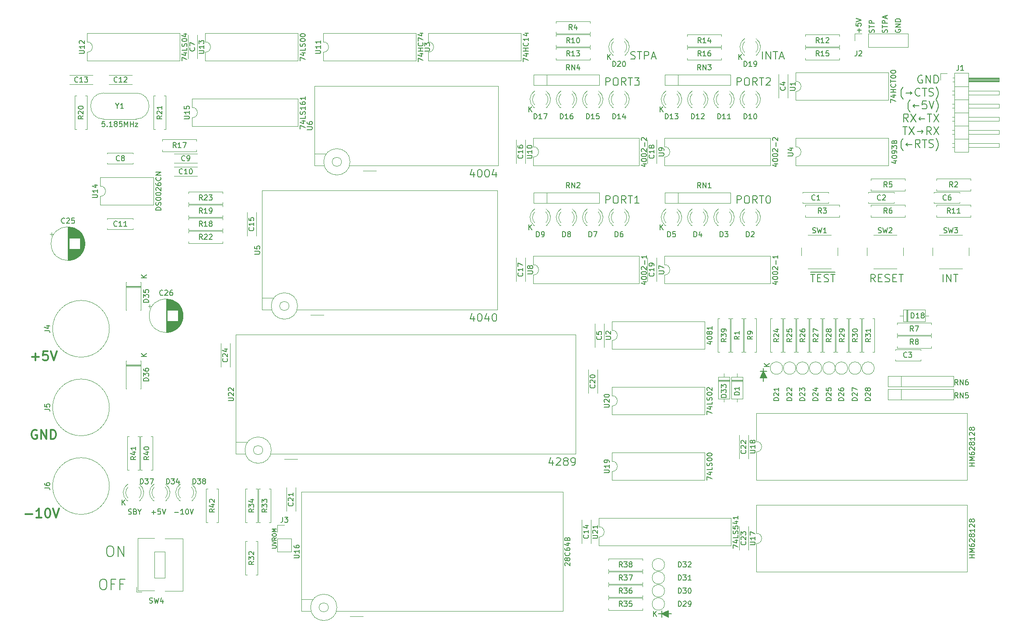
<source format=gbr>
%TF.GenerationSoftware,KiCad,Pcbnew,7.0.7*%
%TF.CreationDate,2024-02-22T14:53:51+09:00*%
%TF.ProjectId,SBC4040,53424334-3034-4302-9e6b-696361645f70,rev?*%
%TF.SameCoordinates,Original*%
%TF.FileFunction,Legend,Top*%
%TF.FilePolarity,Positive*%
%FSLAX46Y46*%
G04 Gerber Fmt 4.6, Leading zero omitted, Abs format (unit mm)*
G04 Created by KiCad (PCBNEW 7.0.7) date 2024-02-22 14:53:51*
%MOMM*%
%LPD*%
G01*
G04 APERTURE LIST*
%ADD10C,0.150000*%
%ADD11C,0.300000*%
%ADD12C,0.120000*%
G04 APERTURE END LIST*
D10*
X126365000Y-118745000D02*
X125095000Y-118745000D01*
X145415000Y-71755000D02*
X144145000Y-71755000D01*
X127000000Y-118745000D02*
X124460000Y-118745000D01*
X144780000Y-72390000D02*
X144780000Y-71120000D01*
X144780000Y-73660000D02*
X144780000Y-71120000D01*
X145415000Y-73025000D02*
X144145000Y-73025000D01*
X144780000Y-71755000D01*
X145415000Y-73025000D01*
G36*
X145415000Y-73025000D02*
G01*
X144145000Y-73025000D01*
X144780000Y-71755000D01*
X145415000Y-73025000D01*
G37*
X125095000Y-118110000D02*
X125095000Y-119380000D01*
X126365000Y-119380000D02*
X125095000Y-118745000D01*
X126365000Y-118110000D01*
X126365000Y-119380000D01*
G36*
X126365000Y-119380000D02*
G01*
X125095000Y-118745000D01*
X126365000Y-118110000D01*
X126365000Y-119380000D01*
G37*
X103968684Y-88978628D02*
X103968684Y-89978628D01*
X103611541Y-88407200D02*
X103254398Y-89478628D01*
X103254398Y-89478628D02*
X104182969Y-89478628D01*
X104682969Y-88621485D02*
X104754397Y-88550057D01*
X104754397Y-88550057D02*
X104897255Y-88478628D01*
X104897255Y-88478628D02*
X105254397Y-88478628D01*
X105254397Y-88478628D02*
X105397255Y-88550057D01*
X105397255Y-88550057D02*
X105468683Y-88621485D01*
X105468683Y-88621485D02*
X105540112Y-88764342D01*
X105540112Y-88764342D02*
X105540112Y-88907200D01*
X105540112Y-88907200D02*
X105468683Y-89121485D01*
X105468683Y-89121485D02*
X104611540Y-89978628D01*
X104611540Y-89978628D02*
X105540112Y-89978628D01*
X106397254Y-89121485D02*
X106254397Y-89050057D01*
X106254397Y-89050057D02*
X106182968Y-88978628D01*
X106182968Y-88978628D02*
X106111540Y-88835771D01*
X106111540Y-88835771D02*
X106111540Y-88764342D01*
X106111540Y-88764342D02*
X106182968Y-88621485D01*
X106182968Y-88621485D02*
X106254397Y-88550057D01*
X106254397Y-88550057D02*
X106397254Y-88478628D01*
X106397254Y-88478628D02*
X106682968Y-88478628D01*
X106682968Y-88478628D02*
X106825826Y-88550057D01*
X106825826Y-88550057D02*
X106897254Y-88621485D01*
X106897254Y-88621485D02*
X106968683Y-88764342D01*
X106968683Y-88764342D02*
X106968683Y-88835771D01*
X106968683Y-88835771D02*
X106897254Y-88978628D01*
X106897254Y-88978628D02*
X106825826Y-89050057D01*
X106825826Y-89050057D02*
X106682968Y-89121485D01*
X106682968Y-89121485D02*
X106397254Y-89121485D01*
X106397254Y-89121485D02*
X106254397Y-89192914D01*
X106254397Y-89192914D02*
X106182968Y-89264342D01*
X106182968Y-89264342D02*
X106111540Y-89407200D01*
X106111540Y-89407200D02*
X106111540Y-89692914D01*
X106111540Y-89692914D02*
X106182968Y-89835771D01*
X106182968Y-89835771D02*
X106254397Y-89907200D01*
X106254397Y-89907200D02*
X106397254Y-89978628D01*
X106397254Y-89978628D02*
X106682968Y-89978628D01*
X106682968Y-89978628D02*
X106825826Y-89907200D01*
X106825826Y-89907200D02*
X106897254Y-89835771D01*
X106897254Y-89835771D02*
X106968683Y-89692914D01*
X106968683Y-89692914D02*
X106968683Y-89407200D01*
X106968683Y-89407200D02*
X106897254Y-89264342D01*
X106897254Y-89264342D02*
X106825826Y-89192914D01*
X106825826Y-89192914D02*
X106682968Y-89121485D01*
X107682968Y-89978628D02*
X107968682Y-89978628D01*
X107968682Y-89978628D02*
X108111539Y-89907200D01*
X108111539Y-89907200D02*
X108182968Y-89835771D01*
X108182968Y-89835771D02*
X108325825Y-89621485D01*
X108325825Y-89621485D02*
X108397254Y-89335771D01*
X108397254Y-89335771D02*
X108397254Y-88764342D01*
X108397254Y-88764342D02*
X108325825Y-88621485D01*
X108325825Y-88621485D02*
X108254397Y-88550057D01*
X108254397Y-88550057D02*
X108111539Y-88478628D01*
X108111539Y-88478628D02*
X107825825Y-88478628D01*
X107825825Y-88478628D02*
X107682968Y-88550057D01*
X107682968Y-88550057D02*
X107611539Y-88621485D01*
X107611539Y-88621485D02*
X107540111Y-88764342D01*
X107540111Y-88764342D02*
X107540111Y-89121485D01*
X107540111Y-89121485D02*
X107611539Y-89264342D01*
X107611539Y-89264342D02*
X107682968Y-89335771D01*
X107682968Y-89335771D02*
X107825825Y-89407200D01*
X107825825Y-89407200D02*
X108111539Y-89407200D01*
X108111539Y-89407200D02*
X108254397Y-89335771D01*
X108254397Y-89335771D02*
X108325825Y-89264342D01*
X108325825Y-89264342D02*
X108397254Y-89121485D01*
X145919819Y-70783220D02*
X144919819Y-70783220D01*
X145919819Y-70211792D02*
X145348390Y-70640363D01*
X144919819Y-70211792D02*
X145491247Y-70783220D01*
X153911541Y-52918628D02*
X154768684Y-52918628D01*
X154340112Y-54418628D02*
X154340112Y-52918628D01*
X155268683Y-53632914D02*
X155768683Y-53632914D01*
X155982969Y-54418628D02*
X155268683Y-54418628D01*
X155268683Y-54418628D02*
X155268683Y-52918628D01*
X155268683Y-52918628D02*
X155982969Y-52918628D01*
X156554398Y-54347200D02*
X156768684Y-54418628D01*
X156768684Y-54418628D02*
X157125826Y-54418628D01*
X157125826Y-54418628D02*
X157268684Y-54347200D01*
X157268684Y-54347200D02*
X157340112Y-54275771D01*
X157340112Y-54275771D02*
X157411541Y-54132914D01*
X157411541Y-54132914D02*
X157411541Y-53990057D01*
X157411541Y-53990057D02*
X157340112Y-53847200D01*
X157340112Y-53847200D02*
X157268684Y-53775771D01*
X157268684Y-53775771D02*
X157125826Y-53704342D01*
X157125826Y-53704342D02*
X156840112Y-53632914D01*
X156840112Y-53632914D02*
X156697255Y-53561485D01*
X156697255Y-53561485D02*
X156625826Y-53490057D01*
X156625826Y-53490057D02*
X156554398Y-53347200D01*
X156554398Y-53347200D02*
X156554398Y-53204342D01*
X156554398Y-53204342D02*
X156625826Y-53061485D01*
X156625826Y-53061485D02*
X156697255Y-52990057D01*
X156697255Y-52990057D02*
X156840112Y-52918628D01*
X156840112Y-52918628D02*
X157197255Y-52918628D01*
X157197255Y-52918628D02*
X157411541Y-52990057D01*
X157840112Y-52918628D02*
X158697255Y-52918628D01*
X158268683Y-54418628D02*
X158268683Y-52918628D01*
X153918684Y-52502200D02*
X158690112Y-52502200D01*
X140036779Y-11299819D02*
X140036779Y-10299819D01*
X140608207Y-11299819D02*
X140179636Y-10728390D01*
X140608207Y-10299819D02*
X140036779Y-10871247D01*
X168732200Y-6060839D02*
X168779819Y-5917982D01*
X168779819Y-5917982D02*
X168779819Y-5679887D01*
X168779819Y-5679887D02*
X168732200Y-5584649D01*
X168732200Y-5584649D02*
X168684580Y-5537030D01*
X168684580Y-5537030D02*
X168589342Y-5489411D01*
X168589342Y-5489411D02*
X168494104Y-5489411D01*
X168494104Y-5489411D02*
X168398866Y-5537030D01*
X168398866Y-5537030D02*
X168351247Y-5584649D01*
X168351247Y-5584649D02*
X168303628Y-5679887D01*
X168303628Y-5679887D02*
X168256009Y-5870363D01*
X168256009Y-5870363D02*
X168208390Y-5965601D01*
X168208390Y-5965601D02*
X168160771Y-6013220D01*
X168160771Y-6013220D02*
X168065533Y-6060839D01*
X168065533Y-6060839D02*
X167970295Y-6060839D01*
X167970295Y-6060839D02*
X167875057Y-6013220D01*
X167875057Y-6013220D02*
X167827438Y-5965601D01*
X167827438Y-5965601D02*
X167779819Y-5870363D01*
X167779819Y-5870363D02*
X167779819Y-5632268D01*
X167779819Y-5632268D02*
X167827438Y-5489411D01*
X167779819Y-5203696D02*
X167779819Y-4632268D01*
X168779819Y-4917982D02*
X167779819Y-4917982D01*
X168779819Y-4298934D02*
X167779819Y-4298934D01*
X167779819Y-4298934D02*
X167779819Y-3917982D01*
X167779819Y-3917982D02*
X167827438Y-3822744D01*
X167827438Y-3822744D02*
X167875057Y-3775125D01*
X167875057Y-3775125D02*
X167970295Y-3727506D01*
X167970295Y-3727506D02*
X168113152Y-3727506D01*
X168113152Y-3727506D02*
X168208390Y-3775125D01*
X168208390Y-3775125D02*
X168256009Y-3822744D01*
X168256009Y-3822744D02*
X168303628Y-3917982D01*
X168303628Y-3917982D02*
X168303628Y-4298934D01*
X168494104Y-3346553D02*
X168494104Y-2870363D01*
X168779819Y-3441791D02*
X167779819Y-3108458D01*
X167779819Y-3108458D02*
X168779819Y-2775125D01*
X21879160Y-99390200D02*
X22022017Y-99437819D01*
X22022017Y-99437819D02*
X22260112Y-99437819D01*
X22260112Y-99437819D02*
X22355350Y-99390200D01*
X22355350Y-99390200D02*
X22402969Y-99342580D01*
X22402969Y-99342580D02*
X22450588Y-99247342D01*
X22450588Y-99247342D02*
X22450588Y-99152104D01*
X22450588Y-99152104D02*
X22402969Y-99056866D01*
X22402969Y-99056866D02*
X22355350Y-99009247D01*
X22355350Y-99009247D02*
X22260112Y-98961628D01*
X22260112Y-98961628D02*
X22069636Y-98914009D01*
X22069636Y-98914009D02*
X21974398Y-98866390D01*
X21974398Y-98866390D02*
X21926779Y-98818771D01*
X21926779Y-98818771D02*
X21879160Y-98723533D01*
X21879160Y-98723533D02*
X21879160Y-98628295D01*
X21879160Y-98628295D02*
X21926779Y-98533057D01*
X21926779Y-98533057D02*
X21974398Y-98485438D01*
X21974398Y-98485438D02*
X22069636Y-98437819D01*
X22069636Y-98437819D02*
X22307731Y-98437819D01*
X22307731Y-98437819D02*
X22450588Y-98485438D01*
X23212493Y-98914009D02*
X23355350Y-98961628D01*
X23355350Y-98961628D02*
X23402969Y-99009247D01*
X23402969Y-99009247D02*
X23450588Y-99104485D01*
X23450588Y-99104485D02*
X23450588Y-99247342D01*
X23450588Y-99247342D02*
X23402969Y-99342580D01*
X23402969Y-99342580D02*
X23355350Y-99390200D01*
X23355350Y-99390200D02*
X23260112Y-99437819D01*
X23260112Y-99437819D02*
X22879160Y-99437819D01*
X22879160Y-99437819D02*
X22879160Y-98437819D01*
X22879160Y-98437819D02*
X23212493Y-98437819D01*
X23212493Y-98437819D02*
X23307731Y-98485438D01*
X23307731Y-98485438D02*
X23355350Y-98533057D01*
X23355350Y-98533057D02*
X23402969Y-98628295D01*
X23402969Y-98628295D02*
X23402969Y-98723533D01*
X23402969Y-98723533D02*
X23355350Y-98818771D01*
X23355350Y-98818771D02*
X23307731Y-98866390D01*
X23307731Y-98866390D02*
X23212493Y-98914009D01*
X23212493Y-98914009D02*
X22879160Y-98914009D01*
X24069636Y-98961628D02*
X24069636Y-99437819D01*
X23736303Y-98437819D02*
X24069636Y-98961628D01*
X24069636Y-98961628D02*
X24402969Y-98437819D01*
X144600826Y-11238628D02*
X144600826Y-9738628D01*
X145315112Y-11238628D02*
X145315112Y-9738628D01*
X145315112Y-9738628D02*
X146172255Y-11238628D01*
X146172255Y-11238628D02*
X146172255Y-9738628D01*
X146672256Y-9738628D02*
X147529399Y-9738628D01*
X147100827Y-11238628D02*
X147100827Y-9738628D01*
X147957970Y-10810057D02*
X148672256Y-10810057D01*
X147815113Y-11238628D02*
X148315113Y-9738628D01*
X148315113Y-9738628D02*
X148815113Y-11238628D01*
X119129398Y-11167200D02*
X119343684Y-11238628D01*
X119343684Y-11238628D02*
X119700826Y-11238628D01*
X119700826Y-11238628D02*
X119843684Y-11167200D01*
X119843684Y-11167200D02*
X119915112Y-11095771D01*
X119915112Y-11095771D02*
X119986541Y-10952914D01*
X119986541Y-10952914D02*
X119986541Y-10810057D01*
X119986541Y-10810057D02*
X119915112Y-10667200D01*
X119915112Y-10667200D02*
X119843684Y-10595771D01*
X119843684Y-10595771D02*
X119700826Y-10524342D01*
X119700826Y-10524342D02*
X119415112Y-10452914D01*
X119415112Y-10452914D02*
X119272255Y-10381485D01*
X119272255Y-10381485D02*
X119200826Y-10310057D01*
X119200826Y-10310057D02*
X119129398Y-10167200D01*
X119129398Y-10167200D02*
X119129398Y-10024342D01*
X119129398Y-10024342D02*
X119200826Y-9881485D01*
X119200826Y-9881485D02*
X119272255Y-9810057D01*
X119272255Y-9810057D02*
X119415112Y-9738628D01*
X119415112Y-9738628D02*
X119772255Y-9738628D01*
X119772255Y-9738628D02*
X119986541Y-9810057D01*
X120415112Y-9738628D02*
X121272255Y-9738628D01*
X120843683Y-11238628D02*
X120843683Y-9738628D01*
X121772254Y-11238628D02*
X121772254Y-9738628D01*
X121772254Y-9738628D02*
X122343683Y-9738628D01*
X122343683Y-9738628D02*
X122486540Y-9810057D01*
X122486540Y-9810057D02*
X122557969Y-9881485D01*
X122557969Y-9881485D02*
X122629397Y-10024342D01*
X122629397Y-10024342D02*
X122629397Y-10238628D01*
X122629397Y-10238628D02*
X122557969Y-10381485D01*
X122557969Y-10381485D02*
X122486540Y-10452914D01*
X122486540Y-10452914D02*
X122343683Y-10524342D01*
X122343683Y-10524342D02*
X121772254Y-10524342D01*
X123200826Y-10810057D02*
X123915112Y-10810057D01*
X123057969Y-11238628D02*
X123557969Y-9738628D01*
X123557969Y-9738628D02*
X124057969Y-11238628D01*
D11*
X1895939Y-99408400D02*
X3267368Y-99408400D01*
X5067367Y-100094114D02*
X4038796Y-100094114D01*
X4553081Y-100094114D02*
X4553081Y-98294114D01*
X4553081Y-98294114D02*
X4381653Y-98551257D01*
X4381653Y-98551257D02*
X4210224Y-98722685D01*
X4210224Y-98722685D02*
X4038796Y-98808400D01*
X6181653Y-98294114D02*
X6353082Y-98294114D01*
X6353082Y-98294114D02*
X6524510Y-98379828D01*
X6524510Y-98379828D02*
X6610225Y-98465542D01*
X6610225Y-98465542D02*
X6695939Y-98636971D01*
X6695939Y-98636971D02*
X6781653Y-98979828D01*
X6781653Y-98979828D02*
X6781653Y-99408400D01*
X6781653Y-99408400D02*
X6695939Y-99751257D01*
X6695939Y-99751257D02*
X6610225Y-99922685D01*
X6610225Y-99922685D02*
X6524510Y-100008400D01*
X6524510Y-100008400D02*
X6353082Y-100094114D01*
X6353082Y-100094114D02*
X6181653Y-100094114D01*
X6181653Y-100094114D02*
X6010225Y-100008400D01*
X6010225Y-100008400D02*
X5924510Y-99922685D01*
X5924510Y-99922685D02*
X5838796Y-99751257D01*
X5838796Y-99751257D02*
X5753082Y-99408400D01*
X5753082Y-99408400D02*
X5753082Y-98979828D01*
X5753082Y-98979828D02*
X5838796Y-98636971D01*
X5838796Y-98636971D02*
X5924510Y-98465542D01*
X5924510Y-98465542D02*
X6010225Y-98379828D01*
X6010225Y-98379828D02*
X6181653Y-98294114D01*
X7295939Y-98294114D02*
X7895939Y-100094114D01*
X7895939Y-100094114D02*
X8495939Y-98294114D01*
D10*
X88728684Y-61038628D02*
X88728684Y-62038628D01*
X88371541Y-60467200D02*
X88014398Y-61538628D01*
X88014398Y-61538628D02*
X88942969Y-61538628D01*
X89800112Y-60538628D02*
X89942969Y-60538628D01*
X89942969Y-60538628D02*
X90085826Y-60610057D01*
X90085826Y-60610057D02*
X90157255Y-60681485D01*
X90157255Y-60681485D02*
X90228683Y-60824342D01*
X90228683Y-60824342D02*
X90300112Y-61110057D01*
X90300112Y-61110057D02*
X90300112Y-61467200D01*
X90300112Y-61467200D02*
X90228683Y-61752914D01*
X90228683Y-61752914D02*
X90157255Y-61895771D01*
X90157255Y-61895771D02*
X90085826Y-61967200D01*
X90085826Y-61967200D02*
X89942969Y-62038628D01*
X89942969Y-62038628D02*
X89800112Y-62038628D01*
X89800112Y-62038628D02*
X89657255Y-61967200D01*
X89657255Y-61967200D02*
X89585826Y-61895771D01*
X89585826Y-61895771D02*
X89514397Y-61752914D01*
X89514397Y-61752914D02*
X89442969Y-61467200D01*
X89442969Y-61467200D02*
X89442969Y-61110057D01*
X89442969Y-61110057D02*
X89514397Y-60824342D01*
X89514397Y-60824342D02*
X89585826Y-60681485D01*
X89585826Y-60681485D02*
X89657255Y-60610057D01*
X89657255Y-60610057D02*
X89800112Y-60538628D01*
X91585826Y-61038628D02*
X91585826Y-62038628D01*
X91228683Y-60467200D02*
X90871540Y-61538628D01*
X90871540Y-61538628D02*
X91800111Y-61538628D01*
X92657254Y-60538628D02*
X92800111Y-60538628D01*
X92800111Y-60538628D02*
X92942968Y-60610057D01*
X92942968Y-60610057D02*
X93014397Y-60681485D01*
X93014397Y-60681485D02*
X93085825Y-60824342D01*
X93085825Y-60824342D02*
X93157254Y-61110057D01*
X93157254Y-61110057D02*
X93157254Y-61467200D01*
X93157254Y-61467200D02*
X93085825Y-61752914D01*
X93085825Y-61752914D02*
X93014397Y-61895771D01*
X93014397Y-61895771D02*
X92942968Y-61967200D01*
X92942968Y-61967200D02*
X92800111Y-62038628D01*
X92800111Y-62038628D02*
X92657254Y-62038628D01*
X92657254Y-62038628D02*
X92514397Y-61967200D01*
X92514397Y-61967200D02*
X92442968Y-61895771D01*
X92442968Y-61895771D02*
X92371539Y-61752914D01*
X92371539Y-61752914D02*
X92300111Y-61467200D01*
X92300111Y-61467200D02*
X92300111Y-61110057D01*
X92300111Y-61110057D02*
X92371539Y-60824342D01*
X92371539Y-60824342D02*
X92442968Y-60681485D01*
X92442968Y-60681485D02*
X92514397Y-60610057D01*
X92514397Y-60610057D02*
X92657254Y-60538628D01*
X114636779Y-11299819D02*
X114636779Y-10299819D01*
X115208207Y-11299819D02*
X114779636Y-10728390D01*
X115208207Y-10299819D02*
X114636779Y-10871247D01*
X170367438Y-5489411D02*
X170319819Y-5584649D01*
X170319819Y-5584649D02*
X170319819Y-5727506D01*
X170319819Y-5727506D02*
X170367438Y-5870363D01*
X170367438Y-5870363D02*
X170462676Y-5965601D01*
X170462676Y-5965601D02*
X170557914Y-6013220D01*
X170557914Y-6013220D02*
X170748390Y-6060839D01*
X170748390Y-6060839D02*
X170891247Y-6060839D01*
X170891247Y-6060839D02*
X171081723Y-6013220D01*
X171081723Y-6013220D02*
X171176961Y-5965601D01*
X171176961Y-5965601D02*
X171272200Y-5870363D01*
X171272200Y-5870363D02*
X171319819Y-5727506D01*
X171319819Y-5727506D02*
X171319819Y-5632268D01*
X171319819Y-5632268D02*
X171272200Y-5489411D01*
X171272200Y-5489411D02*
X171224580Y-5441792D01*
X171224580Y-5441792D02*
X170891247Y-5441792D01*
X170891247Y-5441792D02*
X170891247Y-5632268D01*
X171319819Y-5013220D02*
X170319819Y-5013220D01*
X170319819Y-5013220D02*
X171319819Y-4441792D01*
X171319819Y-4441792D02*
X170319819Y-4441792D01*
X171319819Y-3965601D02*
X170319819Y-3965601D01*
X170319819Y-3965601D02*
X170319819Y-3727506D01*
X170319819Y-3727506D02*
X170367438Y-3584649D01*
X170367438Y-3584649D02*
X170462676Y-3489411D01*
X170462676Y-3489411D02*
X170557914Y-3441792D01*
X170557914Y-3441792D02*
X170748390Y-3394173D01*
X170748390Y-3394173D02*
X170891247Y-3394173D01*
X170891247Y-3394173D02*
X171081723Y-3441792D01*
X171081723Y-3441792D02*
X171176961Y-3489411D01*
X171176961Y-3489411D02*
X171272200Y-3584649D01*
X171272200Y-3584649D02*
X171319819Y-3727506D01*
X171319819Y-3727506D02*
X171319819Y-3965601D01*
X166192200Y-6060839D02*
X166239819Y-5917982D01*
X166239819Y-5917982D02*
X166239819Y-5679887D01*
X166239819Y-5679887D02*
X166192200Y-5584649D01*
X166192200Y-5584649D02*
X166144580Y-5537030D01*
X166144580Y-5537030D02*
X166049342Y-5489411D01*
X166049342Y-5489411D02*
X165954104Y-5489411D01*
X165954104Y-5489411D02*
X165858866Y-5537030D01*
X165858866Y-5537030D02*
X165811247Y-5584649D01*
X165811247Y-5584649D02*
X165763628Y-5679887D01*
X165763628Y-5679887D02*
X165716009Y-5870363D01*
X165716009Y-5870363D02*
X165668390Y-5965601D01*
X165668390Y-5965601D02*
X165620771Y-6013220D01*
X165620771Y-6013220D02*
X165525533Y-6060839D01*
X165525533Y-6060839D02*
X165430295Y-6060839D01*
X165430295Y-6060839D02*
X165335057Y-6013220D01*
X165335057Y-6013220D02*
X165287438Y-5965601D01*
X165287438Y-5965601D02*
X165239819Y-5870363D01*
X165239819Y-5870363D02*
X165239819Y-5632268D01*
X165239819Y-5632268D02*
X165287438Y-5489411D01*
X165239819Y-5203696D02*
X165239819Y-4632268D01*
X166239819Y-4917982D02*
X165239819Y-4917982D01*
X166239819Y-4298934D02*
X165239819Y-4298934D01*
X165239819Y-4298934D02*
X165239819Y-3917982D01*
X165239819Y-3917982D02*
X165287438Y-3822744D01*
X165287438Y-3822744D02*
X165335057Y-3775125D01*
X165335057Y-3775125D02*
X165430295Y-3727506D01*
X165430295Y-3727506D02*
X165573152Y-3727506D01*
X165573152Y-3727506D02*
X165668390Y-3775125D01*
X165668390Y-3775125D02*
X165716009Y-3822744D01*
X165716009Y-3822744D02*
X165763628Y-3917982D01*
X165763628Y-3917982D02*
X165763628Y-4298934D01*
X26371779Y-99056866D02*
X27133684Y-99056866D01*
X26752731Y-99437819D02*
X26752731Y-98675914D01*
X28086064Y-98437819D02*
X27609874Y-98437819D01*
X27609874Y-98437819D02*
X27562255Y-98914009D01*
X27562255Y-98914009D02*
X27609874Y-98866390D01*
X27609874Y-98866390D02*
X27705112Y-98818771D01*
X27705112Y-98818771D02*
X27943207Y-98818771D01*
X27943207Y-98818771D02*
X28038445Y-98866390D01*
X28038445Y-98866390D02*
X28086064Y-98914009D01*
X28086064Y-98914009D02*
X28133683Y-99009247D01*
X28133683Y-99009247D02*
X28133683Y-99247342D01*
X28133683Y-99247342D02*
X28086064Y-99342580D01*
X28086064Y-99342580D02*
X28038445Y-99390200D01*
X28038445Y-99390200D02*
X27943207Y-99437819D01*
X27943207Y-99437819D02*
X27705112Y-99437819D01*
X27705112Y-99437819D02*
X27609874Y-99390200D01*
X27609874Y-99390200D02*
X27562255Y-99342580D01*
X28419398Y-98437819D02*
X28752731Y-99437819D01*
X28752731Y-99437819D02*
X29086064Y-98437819D01*
X124796779Y-44319819D02*
X124796779Y-43319819D01*
X125368207Y-44319819D02*
X124939636Y-43748390D01*
X125368207Y-43319819D02*
X124796779Y-43891247D01*
X123526779Y-119249819D02*
X123526779Y-118249819D01*
X124098207Y-119249819D02*
X123669636Y-118678390D01*
X124098207Y-118249819D02*
X123526779Y-118821247D01*
X114265826Y-16318628D02*
X114265826Y-14818628D01*
X114265826Y-14818628D02*
X114837255Y-14818628D01*
X114837255Y-14818628D02*
X114980112Y-14890057D01*
X114980112Y-14890057D02*
X115051541Y-14961485D01*
X115051541Y-14961485D02*
X115122969Y-15104342D01*
X115122969Y-15104342D02*
X115122969Y-15318628D01*
X115122969Y-15318628D02*
X115051541Y-15461485D01*
X115051541Y-15461485D02*
X114980112Y-15532914D01*
X114980112Y-15532914D02*
X114837255Y-15604342D01*
X114837255Y-15604342D02*
X114265826Y-15604342D01*
X116051541Y-14818628D02*
X116337255Y-14818628D01*
X116337255Y-14818628D02*
X116480112Y-14890057D01*
X116480112Y-14890057D02*
X116622969Y-15032914D01*
X116622969Y-15032914D02*
X116694398Y-15318628D01*
X116694398Y-15318628D02*
X116694398Y-15818628D01*
X116694398Y-15818628D02*
X116622969Y-16104342D01*
X116622969Y-16104342D02*
X116480112Y-16247200D01*
X116480112Y-16247200D02*
X116337255Y-16318628D01*
X116337255Y-16318628D02*
X116051541Y-16318628D01*
X116051541Y-16318628D02*
X115908684Y-16247200D01*
X115908684Y-16247200D02*
X115765826Y-16104342D01*
X115765826Y-16104342D02*
X115694398Y-15818628D01*
X115694398Y-15818628D02*
X115694398Y-15318628D01*
X115694398Y-15318628D02*
X115765826Y-15032914D01*
X115765826Y-15032914D02*
X115908684Y-14890057D01*
X115908684Y-14890057D02*
X116051541Y-14818628D01*
X118194398Y-16318628D02*
X117694398Y-15604342D01*
X117337255Y-16318628D02*
X117337255Y-14818628D01*
X117337255Y-14818628D02*
X117908684Y-14818628D01*
X117908684Y-14818628D02*
X118051541Y-14890057D01*
X118051541Y-14890057D02*
X118122970Y-14961485D01*
X118122970Y-14961485D02*
X118194398Y-15104342D01*
X118194398Y-15104342D02*
X118194398Y-15318628D01*
X118194398Y-15318628D02*
X118122970Y-15461485D01*
X118122970Y-15461485D02*
X118051541Y-15532914D01*
X118051541Y-15532914D02*
X117908684Y-15604342D01*
X117908684Y-15604342D02*
X117337255Y-15604342D01*
X118622970Y-14818628D02*
X119480113Y-14818628D01*
X119051541Y-16318628D02*
X119051541Y-14818628D01*
X119837255Y-14818628D02*
X120765827Y-14818628D01*
X120765827Y-14818628D02*
X120265827Y-15390057D01*
X120265827Y-15390057D02*
X120480112Y-15390057D01*
X120480112Y-15390057D02*
X120622970Y-15461485D01*
X120622970Y-15461485D02*
X120694398Y-15532914D01*
X120694398Y-15532914D02*
X120765827Y-15675771D01*
X120765827Y-15675771D02*
X120765827Y-16032914D01*
X120765827Y-16032914D02*
X120694398Y-16175771D01*
X120694398Y-16175771D02*
X120622970Y-16247200D01*
X120622970Y-16247200D02*
X120480112Y-16318628D01*
X120480112Y-16318628D02*
X120051541Y-16318628D01*
X120051541Y-16318628D02*
X119908684Y-16247200D01*
X119908684Y-16247200D02*
X119837255Y-16175771D01*
X99396779Y-44319819D02*
X99396779Y-43319819D01*
X99968207Y-44319819D02*
X99539636Y-43748390D01*
X99968207Y-43319819D02*
X99396779Y-43891247D01*
X179525826Y-54418628D02*
X179525826Y-52918628D01*
X180240112Y-54418628D02*
X180240112Y-52918628D01*
X180240112Y-52918628D02*
X181097255Y-54418628D01*
X181097255Y-54418628D02*
X181097255Y-52918628D01*
X181597256Y-52918628D02*
X182454399Y-52918628D01*
X182025827Y-54418628D02*
X182025827Y-52918628D01*
X124796779Y-21459819D02*
X124796779Y-20459819D01*
X125368207Y-21459819D02*
X124939636Y-20888390D01*
X125368207Y-20459819D02*
X124796779Y-21031247D01*
X139665826Y-16318628D02*
X139665826Y-14818628D01*
X139665826Y-14818628D02*
X140237255Y-14818628D01*
X140237255Y-14818628D02*
X140380112Y-14890057D01*
X140380112Y-14890057D02*
X140451541Y-14961485D01*
X140451541Y-14961485D02*
X140522969Y-15104342D01*
X140522969Y-15104342D02*
X140522969Y-15318628D01*
X140522969Y-15318628D02*
X140451541Y-15461485D01*
X140451541Y-15461485D02*
X140380112Y-15532914D01*
X140380112Y-15532914D02*
X140237255Y-15604342D01*
X140237255Y-15604342D02*
X139665826Y-15604342D01*
X141451541Y-14818628D02*
X141737255Y-14818628D01*
X141737255Y-14818628D02*
X141880112Y-14890057D01*
X141880112Y-14890057D02*
X142022969Y-15032914D01*
X142022969Y-15032914D02*
X142094398Y-15318628D01*
X142094398Y-15318628D02*
X142094398Y-15818628D01*
X142094398Y-15818628D02*
X142022969Y-16104342D01*
X142022969Y-16104342D02*
X141880112Y-16247200D01*
X141880112Y-16247200D02*
X141737255Y-16318628D01*
X141737255Y-16318628D02*
X141451541Y-16318628D01*
X141451541Y-16318628D02*
X141308684Y-16247200D01*
X141308684Y-16247200D02*
X141165826Y-16104342D01*
X141165826Y-16104342D02*
X141094398Y-15818628D01*
X141094398Y-15818628D02*
X141094398Y-15318628D01*
X141094398Y-15318628D02*
X141165826Y-15032914D01*
X141165826Y-15032914D02*
X141308684Y-14890057D01*
X141308684Y-14890057D02*
X141451541Y-14818628D01*
X143594398Y-16318628D02*
X143094398Y-15604342D01*
X142737255Y-16318628D02*
X142737255Y-14818628D01*
X142737255Y-14818628D02*
X143308684Y-14818628D01*
X143308684Y-14818628D02*
X143451541Y-14890057D01*
X143451541Y-14890057D02*
X143522970Y-14961485D01*
X143522970Y-14961485D02*
X143594398Y-15104342D01*
X143594398Y-15104342D02*
X143594398Y-15318628D01*
X143594398Y-15318628D02*
X143522970Y-15461485D01*
X143522970Y-15461485D02*
X143451541Y-15532914D01*
X143451541Y-15532914D02*
X143308684Y-15604342D01*
X143308684Y-15604342D02*
X142737255Y-15604342D01*
X144022970Y-14818628D02*
X144880113Y-14818628D01*
X144451541Y-16318628D02*
X144451541Y-14818628D01*
X145308684Y-14961485D02*
X145380112Y-14890057D01*
X145380112Y-14890057D02*
X145522970Y-14818628D01*
X145522970Y-14818628D02*
X145880112Y-14818628D01*
X145880112Y-14818628D02*
X146022970Y-14890057D01*
X146022970Y-14890057D02*
X146094398Y-14961485D01*
X146094398Y-14961485D02*
X146165827Y-15104342D01*
X146165827Y-15104342D02*
X146165827Y-15247200D01*
X146165827Y-15247200D02*
X146094398Y-15461485D01*
X146094398Y-15461485D02*
X145237255Y-16318628D01*
X145237255Y-16318628D02*
X146165827Y-16318628D01*
X18157982Y-105607438D02*
X18538935Y-105607438D01*
X18538935Y-105607438D02*
X18729411Y-105702676D01*
X18729411Y-105702676D02*
X18919887Y-105893152D01*
X18919887Y-105893152D02*
X19015125Y-106274104D01*
X19015125Y-106274104D02*
X19015125Y-106940771D01*
X19015125Y-106940771D02*
X18919887Y-107321723D01*
X18919887Y-107321723D02*
X18729411Y-107512200D01*
X18729411Y-107512200D02*
X18538935Y-107607438D01*
X18538935Y-107607438D02*
X18157982Y-107607438D01*
X18157982Y-107607438D02*
X17967506Y-107512200D01*
X17967506Y-107512200D02*
X17777030Y-107321723D01*
X17777030Y-107321723D02*
X17681792Y-106940771D01*
X17681792Y-106940771D02*
X17681792Y-106274104D01*
X17681792Y-106274104D02*
X17777030Y-105893152D01*
X17777030Y-105893152D02*
X17967506Y-105702676D01*
X17967506Y-105702676D02*
X18157982Y-105607438D01*
X19872268Y-107607438D02*
X19872268Y-105607438D01*
X19872268Y-105607438D02*
X21015125Y-107607438D01*
X21015125Y-107607438D02*
X21015125Y-105607438D01*
X16824648Y-112047438D02*
X17205601Y-112047438D01*
X17205601Y-112047438D02*
X17396077Y-112142676D01*
X17396077Y-112142676D02*
X17586553Y-112333152D01*
X17586553Y-112333152D02*
X17681791Y-112714104D01*
X17681791Y-112714104D02*
X17681791Y-113380771D01*
X17681791Y-113380771D02*
X17586553Y-113761723D01*
X17586553Y-113761723D02*
X17396077Y-113952200D01*
X17396077Y-113952200D02*
X17205601Y-114047438D01*
X17205601Y-114047438D02*
X16824648Y-114047438D01*
X16824648Y-114047438D02*
X16634172Y-113952200D01*
X16634172Y-113952200D02*
X16443696Y-113761723D01*
X16443696Y-113761723D02*
X16348458Y-113380771D01*
X16348458Y-113380771D02*
X16348458Y-112714104D01*
X16348458Y-112714104D02*
X16443696Y-112333152D01*
X16443696Y-112333152D02*
X16634172Y-112142676D01*
X16634172Y-112142676D02*
X16824648Y-112047438D01*
X19205601Y-112999819D02*
X18538934Y-112999819D01*
X18538934Y-114047438D02*
X18538934Y-112047438D01*
X18538934Y-112047438D02*
X19491315Y-112047438D01*
X20919887Y-112999819D02*
X20253220Y-112999819D01*
X20253220Y-114047438D02*
X20253220Y-112047438D01*
X20253220Y-112047438D02*
X21205601Y-112047438D01*
D11*
X3165939Y-68928400D02*
X4537368Y-68928400D01*
X3851653Y-69614114D02*
X3851653Y-68242685D01*
X6251653Y-67814114D02*
X5394510Y-67814114D01*
X5394510Y-67814114D02*
X5308796Y-68671257D01*
X5308796Y-68671257D02*
X5394510Y-68585542D01*
X5394510Y-68585542D02*
X5565939Y-68499828D01*
X5565939Y-68499828D02*
X5994510Y-68499828D01*
X5994510Y-68499828D02*
X6165939Y-68585542D01*
X6165939Y-68585542D02*
X6251653Y-68671257D01*
X6251653Y-68671257D02*
X6337367Y-68842685D01*
X6337367Y-68842685D02*
X6337367Y-69271257D01*
X6337367Y-69271257D02*
X6251653Y-69442685D01*
X6251653Y-69442685D02*
X6165939Y-69528400D01*
X6165939Y-69528400D02*
X5994510Y-69614114D01*
X5994510Y-69614114D02*
X5565939Y-69614114D01*
X5565939Y-69614114D02*
X5394510Y-69528400D01*
X5394510Y-69528400D02*
X5308796Y-69442685D01*
X6851653Y-67814114D02*
X7451653Y-69614114D01*
X7451653Y-69614114D02*
X8051653Y-67814114D01*
D10*
X175542744Y-14423819D02*
X175399887Y-14350009D01*
X175399887Y-14350009D02*
X175185601Y-14350009D01*
X175185601Y-14350009D02*
X174971315Y-14423819D01*
X174971315Y-14423819D02*
X174828458Y-14571438D01*
X174828458Y-14571438D02*
X174757029Y-14719057D01*
X174757029Y-14719057D02*
X174685601Y-15014295D01*
X174685601Y-15014295D02*
X174685601Y-15235723D01*
X174685601Y-15235723D02*
X174757029Y-15530961D01*
X174757029Y-15530961D02*
X174828458Y-15678580D01*
X174828458Y-15678580D02*
X174971315Y-15826200D01*
X174971315Y-15826200D02*
X175185601Y-15900009D01*
X175185601Y-15900009D02*
X175328458Y-15900009D01*
X175328458Y-15900009D02*
X175542744Y-15826200D01*
X175542744Y-15826200D02*
X175614172Y-15752390D01*
X175614172Y-15752390D02*
X175614172Y-15235723D01*
X175614172Y-15235723D02*
X175328458Y-15235723D01*
X176257029Y-15900009D02*
X176257029Y-14350009D01*
X176257029Y-14350009D02*
X177114172Y-15900009D01*
X177114172Y-15900009D02*
X177114172Y-14350009D01*
X177828458Y-15900009D02*
X177828458Y-14350009D01*
X177828458Y-14350009D02*
X178185601Y-14350009D01*
X178185601Y-14350009D02*
X178399887Y-14423819D01*
X178399887Y-14423819D02*
X178542744Y-14571438D01*
X178542744Y-14571438D02*
X178614173Y-14719057D01*
X178614173Y-14719057D02*
X178685601Y-15014295D01*
X178685601Y-15014295D02*
X178685601Y-15235723D01*
X178685601Y-15235723D02*
X178614173Y-15530961D01*
X178614173Y-15530961D02*
X178542744Y-15678580D01*
X178542744Y-15678580D02*
X178399887Y-15826200D01*
X178399887Y-15826200D02*
X178185601Y-15900009D01*
X178185601Y-15900009D02*
X177828458Y-15900009D01*
X171828459Y-18985985D02*
X171757030Y-18912176D01*
X171757030Y-18912176D02*
X171614173Y-18690747D01*
X171614173Y-18690747D02*
X171542745Y-18543128D01*
X171542745Y-18543128D02*
X171471316Y-18321700D01*
X171471316Y-18321700D02*
X171399887Y-17952652D01*
X171399887Y-17952652D02*
X171399887Y-17657414D01*
X171399887Y-17657414D02*
X171471316Y-17288366D01*
X171471316Y-17288366D02*
X171542745Y-17066938D01*
X171542745Y-17066938D02*
X171614173Y-16919319D01*
X171614173Y-16919319D02*
X171757030Y-16697890D01*
X171757030Y-16697890D02*
X171828459Y-16624080D01*
X172399887Y-17805033D02*
X173542745Y-17805033D01*
X173257030Y-18100271D02*
X173542745Y-17805033D01*
X173542745Y-17805033D02*
X173257030Y-17509795D01*
X175114173Y-18247890D02*
X175042745Y-18321700D01*
X175042745Y-18321700D02*
X174828459Y-18395509D01*
X174828459Y-18395509D02*
X174685602Y-18395509D01*
X174685602Y-18395509D02*
X174471316Y-18321700D01*
X174471316Y-18321700D02*
X174328459Y-18174080D01*
X174328459Y-18174080D02*
X174257030Y-18026461D01*
X174257030Y-18026461D02*
X174185602Y-17731223D01*
X174185602Y-17731223D02*
X174185602Y-17509795D01*
X174185602Y-17509795D02*
X174257030Y-17214557D01*
X174257030Y-17214557D02*
X174328459Y-17066938D01*
X174328459Y-17066938D02*
X174471316Y-16919319D01*
X174471316Y-16919319D02*
X174685602Y-16845509D01*
X174685602Y-16845509D02*
X174828459Y-16845509D01*
X174828459Y-16845509D02*
X175042745Y-16919319D01*
X175042745Y-16919319D02*
X175114173Y-16993128D01*
X175542745Y-16845509D02*
X176399888Y-16845509D01*
X175971316Y-18395509D02*
X175971316Y-16845509D01*
X176828459Y-18321700D02*
X177042745Y-18395509D01*
X177042745Y-18395509D02*
X177399887Y-18395509D01*
X177399887Y-18395509D02*
X177542745Y-18321700D01*
X177542745Y-18321700D02*
X177614173Y-18247890D01*
X177614173Y-18247890D02*
X177685602Y-18100271D01*
X177685602Y-18100271D02*
X177685602Y-17952652D01*
X177685602Y-17952652D02*
X177614173Y-17805033D01*
X177614173Y-17805033D02*
X177542745Y-17731223D01*
X177542745Y-17731223D02*
X177399887Y-17657414D01*
X177399887Y-17657414D02*
X177114173Y-17583604D01*
X177114173Y-17583604D02*
X176971316Y-17509795D01*
X176971316Y-17509795D02*
X176899887Y-17435985D01*
X176899887Y-17435985D02*
X176828459Y-17288366D01*
X176828459Y-17288366D02*
X176828459Y-17140747D01*
X176828459Y-17140747D02*
X176899887Y-16993128D01*
X176899887Y-16993128D02*
X176971316Y-16919319D01*
X176971316Y-16919319D02*
X177114173Y-16845509D01*
X177114173Y-16845509D02*
X177471316Y-16845509D01*
X177471316Y-16845509D02*
X177685602Y-16919319D01*
X178185601Y-18985985D02*
X178257030Y-18912176D01*
X178257030Y-18912176D02*
X178399887Y-18690747D01*
X178399887Y-18690747D02*
X178471316Y-18543128D01*
X178471316Y-18543128D02*
X178542744Y-18321700D01*
X178542744Y-18321700D02*
X178614173Y-17952652D01*
X178614173Y-17952652D02*
X178614173Y-17657414D01*
X178614173Y-17657414D02*
X178542744Y-17288366D01*
X178542744Y-17288366D02*
X178471316Y-17066938D01*
X178471316Y-17066938D02*
X178399887Y-16919319D01*
X178399887Y-16919319D02*
X178257030Y-16697890D01*
X178257030Y-16697890D02*
X178185601Y-16624080D01*
X173185602Y-21481485D02*
X173114173Y-21407676D01*
X173114173Y-21407676D02*
X172971316Y-21186247D01*
X172971316Y-21186247D02*
X172899888Y-21038628D01*
X172899888Y-21038628D02*
X172828459Y-20817200D01*
X172828459Y-20817200D02*
X172757030Y-20448152D01*
X172757030Y-20448152D02*
X172757030Y-20152914D01*
X172757030Y-20152914D02*
X172828459Y-19783866D01*
X172828459Y-19783866D02*
X172899888Y-19562438D01*
X172899888Y-19562438D02*
X172971316Y-19414819D01*
X172971316Y-19414819D02*
X173114173Y-19193390D01*
X173114173Y-19193390D02*
X173185602Y-19119580D01*
X174899888Y-20300533D02*
X173757030Y-20300533D01*
X174042745Y-20595771D02*
X173757030Y-20300533D01*
X173757030Y-20300533D02*
X174042745Y-20005295D01*
X176328459Y-19341009D02*
X175614173Y-19341009D01*
X175614173Y-19341009D02*
X175542745Y-20079104D01*
X175542745Y-20079104D02*
X175614173Y-20005295D01*
X175614173Y-20005295D02*
X175757031Y-19931485D01*
X175757031Y-19931485D02*
X176114173Y-19931485D01*
X176114173Y-19931485D02*
X176257031Y-20005295D01*
X176257031Y-20005295D02*
X176328459Y-20079104D01*
X176328459Y-20079104D02*
X176399888Y-20226723D01*
X176399888Y-20226723D02*
X176399888Y-20595771D01*
X176399888Y-20595771D02*
X176328459Y-20743390D01*
X176328459Y-20743390D02*
X176257031Y-20817200D01*
X176257031Y-20817200D02*
X176114173Y-20891009D01*
X176114173Y-20891009D02*
X175757031Y-20891009D01*
X175757031Y-20891009D02*
X175614173Y-20817200D01*
X175614173Y-20817200D02*
X175542745Y-20743390D01*
X176828459Y-19341009D02*
X177328459Y-20891009D01*
X177328459Y-20891009D02*
X177828459Y-19341009D01*
X178185601Y-21481485D02*
X178257030Y-21407676D01*
X178257030Y-21407676D02*
X178399887Y-21186247D01*
X178399887Y-21186247D02*
X178471316Y-21038628D01*
X178471316Y-21038628D02*
X178542744Y-20817200D01*
X178542744Y-20817200D02*
X178614173Y-20448152D01*
X178614173Y-20448152D02*
X178614173Y-20152914D01*
X178614173Y-20152914D02*
X178542744Y-19783866D01*
X178542744Y-19783866D02*
X178471316Y-19562438D01*
X178471316Y-19562438D02*
X178399887Y-19414819D01*
X178399887Y-19414819D02*
X178257030Y-19193390D01*
X178257030Y-19193390D02*
X178185601Y-19119580D01*
X172828459Y-23386509D02*
X172328459Y-22648414D01*
X171971316Y-23386509D02*
X171971316Y-21836509D01*
X171971316Y-21836509D02*
X172542745Y-21836509D01*
X172542745Y-21836509D02*
X172685602Y-21910319D01*
X172685602Y-21910319D02*
X172757031Y-21984128D01*
X172757031Y-21984128D02*
X172828459Y-22131747D01*
X172828459Y-22131747D02*
X172828459Y-22353176D01*
X172828459Y-22353176D02*
X172757031Y-22500795D01*
X172757031Y-22500795D02*
X172685602Y-22574604D01*
X172685602Y-22574604D02*
X172542745Y-22648414D01*
X172542745Y-22648414D02*
X171971316Y-22648414D01*
X173328459Y-21836509D02*
X174328459Y-23386509D01*
X174328459Y-21836509D02*
X173328459Y-23386509D01*
X176042745Y-22796033D02*
X174899887Y-22796033D01*
X175185602Y-23091271D02*
X174899887Y-22796033D01*
X174899887Y-22796033D02*
X175185602Y-22500795D01*
X176542745Y-21836509D02*
X177399888Y-21836509D01*
X176971316Y-23386509D02*
X176971316Y-21836509D01*
X177757030Y-21836509D02*
X178757030Y-23386509D01*
X178757030Y-21836509D02*
X177757030Y-23386509D01*
X171757031Y-24332009D02*
X172614174Y-24332009D01*
X172185602Y-25882009D02*
X172185602Y-24332009D01*
X172971316Y-24332009D02*
X173971316Y-25882009D01*
X173971316Y-24332009D02*
X172971316Y-25882009D01*
X174542744Y-25291533D02*
X175685602Y-25291533D01*
X175399887Y-25586771D02*
X175685602Y-25291533D01*
X175685602Y-25291533D02*
X175399887Y-24996295D01*
X177257030Y-25882009D02*
X176757030Y-25143914D01*
X176399887Y-25882009D02*
X176399887Y-24332009D01*
X176399887Y-24332009D02*
X176971316Y-24332009D01*
X176971316Y-24332009D02*
X177114173Y-24405819D01*
X177114173Y-24405819D02*
X177185602Y-24479628D01*
X177185602Y-24479628D02*
X177257030Y-24627247D01*
X177257030Y-24627247D02*
X177257030Y-24848676D01*
X177257030Y-24848676D02*
X177185602Y-24996295D01*
X177185602Y-24996295D02*
X177114173Y-25070104D01*
X177114173Y-25070104D02*
X176971316Y-25143914D01*
X176971316Y-25143914D02*
X176399887Y-25143914D01*
X177757030Y-24332009D02*
X178757030Y-25882009D01*
X178757030Y-24332009D02*
X177757030Y-25882009D01*
X171828459Y-28967985D02*
X171757030Y-28894176D01*
X171757030Y-28894176D02*
X171614173Y-28672747D01*
X171614173Y-28672747D02*
X171542745Y-28525128D01*
X171542745Y-28525128D02*
X171471316Y-28303700D01*
X171471316Y-28303700D02*
X171399887Y-27934652D01*
X171399887Y-27934652D02*
X171399887Y-27639414D01*
X171399887Y-27639414D02*
X171471316Y-27270366D01*
X171471316Y-27270366D02*
X171542745Y-27048938D01*
X171542745Y-27048938D02*
X171614173Y-26901319D01*
X171614173Y-26901319D02*
X171757030Y-26679890D01*
X171757030Y-26679890D02*
X171828459Y-26606080D01*
X173542745Y-27787033D02*
X172399887Y-27787033D01*
X172685602Y-28082271D02*
X172399887Y-27787033D01*
X172399887Y-27787033D02*
X172685602Y-27491795D01*
X175114173Y-28377509D02*
X174614173Y-27639414D01*
X174257030Y-28377509D02*
X174257030Y-26827509D01*
X174257030Y-26827509D02*
X174828459Y-26827509D01*
X174828459Y-26827509D02*
X174971316Y-26901319D01*
X174971316Y-26901319D02*
X175042745Y-26975128D01*
X175042745Y-26975128D02*
X175114173Y-27122747D01*
X175114173Y-27122747D02*
X175114173Y-27344176D01*
X175114173Y-27344176D02*
X175042745Y-27491795D01*
X175042745Y-27491795D02*
X174971316Y-27565604D01*
X174971316Y-27565604D02*
X174828459Y-27639414D01*
X174828459Y-27639414D02*
X174257030Y-27639414D01*
X175542745Y-26827509D02*
X176399888Y-26827509D01*
X175971316Y-28377509D02*
X175971316Y-26827509D01*
X176828459Y-28303700D02*
X177042745Y-28377509D01*
X177042745Y-28377509D02*
X177399887Y-28377509D01*
X177399887Y-28377509D02*
X177542745Y-28303700D01*
X177542745Y-28303700D02*
X177614173Y-28229890D01*
X177614173Y-28229890D02*
X177685602Y-28082271D01*
X177685602Y-28082271D02*
X177685602Y-27934652D01*
X177685602Y-27934652D02*
X177614173Y-27787033D01*
X177614173Y-27787033D02*
X177542745Y-27713223D01*
X177542745Y-27713223D02*
X177399887Y-27639414D01*
X177399887Y-27639414D02*
X177114173Y-27565604D01*
X177114173Y-27565604D02*
X176971316Y-27491795D01*
X176971316Y-27491795D02*
X176899887Y-27417985D01*
X176899887Y-27417985D02*
X176828459Y-27270366D01*
X176828459Y-27270366D02*
X176828459Y-27122747D01*
X176828459Y-27122747D02*
X176899887Y-26975128D01*
X176899887Y-26975128D02*
X176971316Y-26901319D01*
X176971316Y-26901319D02*
X177114173Y-26827509D01*
X177114173Y-26827509D02*
X177471316Y-26827509D01*
X177471316Y-26827509D02*
X177685602Y-26901319D01*
X178185601Y-28967985D02*
X178257030Y-28894176D01*
X178257030Y-28894176D02*
X178399887Y-28672747D01*
X178399887Y-28672747D02*
X178471316Y-28525128D01*
X178471316Y-28525128D02*
X178542744Y-28303700D01*
X178542744Y-28303700D02*
X178614173Y-27934652D01*
X178614173Y-27934652D02*
X178614173Y-27639414D01*
X178614173Y-27639414D02*
X178542744Y-27270366D01*
X178542744Y-27270366D02*
X178471316Y-27048938D01*
X178471316Y-27048938D02*
X178399887Y-26901319D01*
X178399887Y-26901319D02*
X178257030Y-26679890D01*
X178257030Y-26679890D02*
X178185601Y-26606080D01*
X139665826Y-39178628D02*
X139665826Y-37678628D01*
X139665826Y-37678628D02*
X140237255Y-37678628D01*
X140237255Y-37678628D02*
X140380112Y-37750057D01*
X140380112Y-37750057D02*
X140451541Y-37821485D01*
X140451541Y-37821485D02*
X140522969Y-37964342D01*
X140522969Y-37964342D02*
X140522969Y-38178628D01*
X140522969Y-38178628D02*
X140451541Y-38321485D01*
X140451541Y-38321485D02*
X140380112Y-38392914D01*
X140380112Y-38392914D02*
X140237255Y-38464342D01*
X140237255Y-38464342D02*
X139665826Y-38464342D01*
X141451541Y-37678628D02*
X141737255Y-37678628D01*
X141737255Y-37678628D02*
X141880112Y-37750057D01*
X141880112Y-37750057D02*
X142022969Y-37892914D01*
X142022969Y-37892914D02*
X142094398Y-38178628D01*
X142094398Y-38178628D02*
X142094398Y-38678628D01*
X142094398Y-38678628D02*
X142022969Y-38964342D01*
X142022969Y-38964342D02*
X141880112Y-39107200D01*
X141880112Y-39107200D02*
X141737255Y-39178628D01*
X141737255Y-39178628D02*
X141451541Y-39178628D01*
X141451541Y-39178628D02*
X141308684Y-39107200D01*
X141308684Y-39107200D02*
X141165826Y-38964342D01*
X141165826Y-38964342D02*
X141094398Y-38678628D01*
X141094398Y-38678628D02*
X141094398Y-38178628D01*
X141094398Y-38178628D02*
X141165826Y-37892914D01*
X141165826Y-37892914D02*
X141308684Y-37750057D01*
X141308684Y-37750057D02*
X141451541Y-37678628D01*
X143594398Y-39178628D02*
X143094398Y-38464342D01*
X142737255Y-39178628D02*
X142737255Y-37678628D01*
X142737255Y-37678628D02*
X143308684Y-37678628D01*
X143308684Y-37678628D02*
X143451541Y-37750057D01*
X143451541Y-37750057D02*
X143522970Y-37821485D01*
X143522970Y-37821485D02*
X143594398Y-37964342D01*
X143594398Y-37964342D02*
X143594398Y-38178628D01*
X143594398Y-38178628D02*
X143522970Y-38321485D01*
X143522970Y-38321485D02*
X143451541Y-38392914D01*
X143451541Y-38392914D02*
X143308684Y-38464342D01*
X143308684Y-38464342D02*
X142737255Y-38464342D01*
X144022970Y-37678628D02*
X144880113Y-37678628D01*
X144451541Y-39178628D02*
X144451541Y-37678628D01*
X145665827Y-37678628D02*
X145808684Y-37678628D01*
X145808684Y-37678628D02*
X145951541Y-37750057D01*
X145951541Y-37750057D02*
X146022970Y-37821485D01*
X146022970Y-37821485D02*
X146094398Y-37964342D01*
X146094398Y-37964342D02*
X146165827Y-38250057D01*
X146165827Y-38250057D02*
X146165827Y-38607200D01*
X146165827Y-38607200D02*
X146094398Y-38892914D01*
X146094398Y-38892914D02*
X146022970Y-39035771D01*
X146022970Y-39035771D02*
X145951541Y-39107200D01*
X145951541Y-39107200D02*
X145808684Y-39178628D01*
X145808684Y-39178628D02*
X145665827Y-39178628D01*
X145665827Y-39178628D02*
X145522970Y-39107200D01*
X145522970Y-39107200D02*
X145451541Y-39035771D01*
X145451541Y-39035771D02*
X145380112Y-38892914D01*
X145380112Y-38892914D02*
X145308684Y-38607200D01*
X145308684Y-38607200D02*
X145308684Y-38250057D01*
X145308684Y-38250057D02*
X145380112Y-37964342D01*
X145380112Y-37964342D02*
X145451541Y-37821485D01*
X145451541Y-37821485D02*
X145522970Y-37750057D01*
X145522970Y-37750057D02*
X145665827Y-37678628D01*
X30816779Y-99056866D02*
X31578684Y-99056866D01*
X32578683Y-99437819D02*
X32007255Y-99437819D01*
X32292969Y-99437819D02*
X32292969Y-98437819D01*
X32292969Y-98437819D02*
X32197731Y-98580676D01*
X32197731Y-98580676D02*
X32102493Y-98675914D01*
X32102493Y-98675914D02*
X32007255Y-98723533D01*
X33197731Y-98437819D02*
X33292969Y-98437819D01*
X33292969Y-98437819D02*
X33388207Y-98485438D01*
X33388207Y-98485438D02*
X33435826Y-98533057D01*
X33435826Y-98533057D02*
X33483445Y-98628295D01*
X33483445Y-98628295D02*
X33531064Y-98818771D01*
X33531064Y-98818771D02*
X33531064Y-99056866D01*
X33531064Y-99056866D02*
X33483445Y-99247342D01*
X33483445Y-99247342D02*
X33435826Y-99342580D01*
X33435826Y-99342580D02*
X33388207Y-99390200D01*
X33388207Y-99390200D02*
X33292969Y-99437819D01*
X33292969Y-99437819D02*
X33197731Y-99437819D01*
X33197731Y-99437819D02*
X33102493Y-99390200D01*
X33102493Y-99390200D02*
X33054874Y-99342580D01*
X33054874Y-99342580D02*
X33007255Y-99247342D01*
X33007255Y-99247342D02*
X32959636Y-99056866D01*
X32959636Y-99056866D02*
X32959636Y-98818771D01*
X32959636Y-98818771D02*
X33007255Y-98628295D01*
X33007255Y-98628295D02*
X33054874Y-98533057D01*
X33054874Y-98533057D02*
X33102493Y-98485438D01*
X33102493Y-98485438D02*
X33197731Y-98437819D01*
X33816779Y-98437819D02*
X34150112Y-99437819D01*
X34150112Y-99437819D02*
X34483445Y-98437819D01*
X114265826Y-39178628D02*
X114265826Y-37678628D01*
X114265826Y-37678628D02*
X114837255Y-37678628D01*
X114837255Y-37678628D02*
X114980112Y-37750057D01*
X114980112Y-37750057D02*
X115051541Y-37821485D01*
X115051541Y-37821485D02*
X115122969Y-37964342D01*
X115122969Y-37964342D02*
X115122969Y-38178628D01*
X115122969Y-38178628D02*
X115051541Y-38321485D01*
X115051541Y-38321485D02*
X114980112Y-38392914D01*
X114980112Y-38392914D02*
X114837255Y-38464342D01*
X114837255Y-38464342D02*
X114265826Y-38464342D01*
X116051541Y-37678628D02*
X116337255Y-37678628D01*
X116337255Y-37678628D02*
X116480112Y-37750057D01*
X116480112Y-37750057D02*
X116622969Y-37892914D01*
X116622969Y-37892914D02*
X116694398Y-38178628D01*
X116694398Y-38178628D02*
X116694398Y-38678628D01*
X116694398Y-38678628D02*
X116622969Y-38964342D01*
X116622969Y-38964342D02*
X116480112Y-39107200D01*
X116480112Y-39107200D02*
X116337255Y-39178628D01*
X116337255Y-39178628D02*
X116051541Y-39178628D01*
X116051541Y-39178628D02*
X115908684Y-39107200D01*
X115908684Y-39107200D02*
X115765826Y-38964342D01*
X115765826Y-38964342D02*
X115694398Y-38678628D01*
X115694398Y-38678628D02*
X115694398Y-38178628D01*
X115694398Y-38178628D02*
X115765826Y-37892914D01*
X115765826Y-37892914D02*
X115908684Y-37750057D01*
X115908684Y-37750057D02*
X116051541Y-37678628D01*
X118194398Y-39178628D02*
X117694398Y-38464342D01*
X117337255Y-39178628D02*
X117337255Y-37678628D01*
X117337255Y-37678628D02*
X117908684Y-37678628D01*
X117908684Y-37678628D02*
X118051541Y-37750057D01*
X118051541Y-37750057D02*
X118122970Y-37821485D01*
X118122970Y-37821485D02*
X118194398Y-37964342D01*
X118194398Y-37964342D02*
X118194398Y-38178628D01*
X118194398Y-38178628D02*
X118122970Y-38321485D01*
X118122970Y-38321485D02*
X118051541Y-38392914D01*
X118051541Y-38392914D02*
X117908684Y-38464342D01*
X117908684Y-38464342D02*
X117337255Y-38464342D01*
X118622970Y-37678628D02*
X119480113Y-37678628D01*
X119051541Y-39178628D02*
X119051541Y-37678628D01*
X120765827Y-39178628D02*
X119908684Y-39178628D01*
X120337255Y-39178628D02*
X120337255Y-37678628D01*
X120337255Y-37678628D02*
X120194398Y-37892914D01*
X120194398Y-37892914D02*
X120051541Y-38035771D01*
X120051541Y-38035771D02*
X119908684Y-38107200D01*
X88728684Y-33098628D02*
X88728684Y-34098628D01*
X88371541Y-32527200D02*
X88014398Y-33598628D01*
X88014398Y-33598628D02*
X88942969Y-33598628D01*
X89800112Y-32598628D02*
X89942969Y-32598628D01*
X89942969Y-32598628D02*
X90085826Y-32670057D01*
X90085826Y-32670057D02*
X90157255Y-32741485D01*
X90157255Y-32741485D02*
X90228683Y-32884342D01*
X90228683Y-32884342D02*
X90300112Y-33170057D01*
X90300112Y-33170057D02*
X90300112Y-33527200D01*
X90300112Y-33527200D02*
X90228683Y-33812914D01*
X90228683Y-33812914D02*
X90157255Y-33955771D01*
X90157255Y-33955771D02*
X90085826Y-34027200D01*
X90085826Y-34027200D02*
X89942969Y-34098628D01*
X89942969Y-34098628D02*
X89800112Y-34098628D01*
X89800112Y-34098628D02*
X89657255Y-34027200D01*
X89657255Y-34027200D02*
X89585826Y-33955771D01*
X89585826Y-33955771D02*
X89514397Y-33812914D01*
X89514397Y-33812914D02*
X89442969Y-33527200D01*
X89442969Y-33527200D02*
X89442969Y-33170057D01*
X89442969Y-33170057D02*
X89514397Y-32884342D01*
X89514397Y-32884342D02*
X89585826Y-32741485D01*
X89585826Y-32741485D02*
X89657255Y-32670057D01*
X89657255Y-32670057D02*
X89800112Y-32598628D01*
X91228683Y-32598628D02*
X91371540Y-32598628D01*
X91371540Y-32598628D02*
X91514397Y-32670057D01*
X91514397Y-32670057D02*
X91585826Y-32741485D01*
X91585826Y-32741485D02*
X91657254Y-32884342D01*
X91657254Y-32884342D02*
X91728683Y-33170057D01*
X91728683Y-33170057D02*
X91728683Y-33527200D01*
X91728683Y-33527200D02*
X91657254Y-33812914D01*
X91657254Y-33812914D02*
X91585826Y-33955771D01*
X91585826Y-33955771D02*
X91514397Y-34027200D01*
X91514397Y-34027200D02*
X91371540Y-34098628D01*
X91371540Y-34098628D02*
X91228683Y-34098628D01*
X91228683Y-34098628D02*
X91085826Y-34027200D01*
X91085826Y-34027200D02*
X91014397Y-33955771D01*
X91014397Y-33955771D02*
X90942968Y-33812914D01*
X90942968Y-33812914D02*
X90871540Y-33527200D01*
X90871540Y-33527200D02*
X90871540Y-33170057D01*
X90871540Y-33170057D02*
X90942968Y-32884342D01*
X90942968Y-32884342D02*
X91014397Y-32741485D01*
X91014397Y-32741485D02*
X91085826Y-32670057D01*
X91085826Y-32670057D02*
X91228683Y-32598628D01*
X93014397Y-33098628D02*
X93014397Y-34098628D01*
X92657254Y-32527200D02*
X92300111Y-33598628D01*
X92300111Y-33598628D02*
X93228682Y-33598628D01*
D11*
X4108796Y-83139828D02*
X3937368Y-83054114D01*
X3937368Y-83054114D02*
X3680225Y-83054114D01*
X3680225Y-83054114D02*
X3423082Y-83139828D01*
X3423082Y-83139828D02*
X3251653Y-83311257D01*
X3251653Y-83311257D02*
X3165939Y-83482685D01*
X3165939Y-83482685D02*
X3080225Y-83825542D01*
X3080225Y-83825542D02*
X3080225Y-84082685D01*
X3080225Y-84082685D02*
X3165939Y-84425542D01*
X3165939Y-84425542D02*
X3251653Y-84596971D01*
X3251653Y-84596971D02*
X3423082Y-84768400D01*
X3423082Y-84768400D02*
X3680225Y-84854114D01*
X3680225Y-84854114D02*
X3851653Y-84854114D01*
X3851653Y-84854114D02*
X4108796Y-84768400D01*
X4108796Y-84768400D02*
X4194510Y-84682685D01*
X4194510Y-84682685D02*
X4194510Y-84082685D01*
X4194510Y-84082685D02*
X3851653Y-84082685D01*
X4965939Y-84854114D02*
X4965939Y-83054114D01*
X4965939Y-83054114D02*
X5994510Y-84854114D01*
X5994510Y-84854114D02*
X5994510Y-83054114D01*
X6851653Y-84854114D02*
X6851653Y-83054114D01*
X6851653Y-83054114D02*
X7280224Y-83054114D01*
X7280224Y-83054114D02*
X7537367Y-83139828D01*
X7537367Y-83139828D02*
X7708796Y-83311257D01*
X7708796Y-83311257D02*
X7794510Y-83482685D01*
X7794510Y-83482685D02*
X7880224Y-83825542D01*
X7880224Y-83825542D02*
X7880224Y-84082685D01*
X7880224Y-84082685D02*
X7794510Y-84425542D01*
X7794510Y-84425542D02*
X7708796Y-84596971D01*
X7708796Y-84596971D02*
X7537367Y-84768400D01*
X7537367Y-84768400D02*
X7280224Y-84854114D01*
X7280224Y-84854114D02*
X6851653Y-84854114D01*
D10*
X99396779Y-21459819D02*
X99396779Y-20459819D01*
X99968207Y-21459819D02*
X99539636Y-20888390D01*
X99968207Y-20459819D02*
X99396779Y-21031247D01*
X163318866Y-6013220D02*
X163318866Y-5251316D01*
X163699819Y-5632268D02*
X162937914Y-5632268D01*
X162699819Y-4298935D02*
X162699819Y-4775125D01*
X162699819Y-4775125D02*
X163176009Y-4822744D01*
X163176009Y-4822744D02*
X163128390Y-4775125D01*
X163128390Y-4775125D02*
X163080771Y-4679887D01*
X163080771Y-4679887D02*
X163080771Y-4441792D01*
X163080771Y-4441792D02*
X163128390Y-4346554D01*
X163128390Y-4346554D02*
X163176009Y-4298935D01*
X163176009Y-4298935D02*
X163271247Y-4251316D01*
X163271247Y-4251316D02*
X163509342Y-4251316D01*
X163509342Y-4251316D02*
X163604580Y-4298935D01*
X163604580Y-4298935D02*
X163652200Y-4346554D01*
X163652200Y-4346554D02*
X163699819Y-4441792D01*
X163699819Y-4441792D02*
X163699819Y-4679887D01*
X163699819Y-4679887D02*
X163652200Y-4775125D01*
X163652200Y-4775125D02*
X163604580Y-4822744D01*
X162699819Y-3965601D02*
X163699819Y-3632268D01*
X163699819Y-3632268D02*
X162699819Y-3298935D01*
X20656779Y-97659819D02*
X20656779Y-96659819D01*
X21228207Y-97659819D02*
X20799636Y-97088390D01*
X21228207Y-96659819D02*
X20656779Y-97231247D01*
X166412969Y-54418628D02*
X165912969Y-53704342D01*
X165555826Y-54418628D02*
X165555826Y-52918628D01*
X165555826Y-52918628D02*
X166127255Y-52918628D01*
X166127255Y-52918628D02*
X166270112Y-52990057D01*
X166270112Y-52990057D02*
X166341541Y-53061485D01*
X166341541Y-53061485D02*
X166412969Y-53204342D01*
X166412969Y-53204342D02*
X166412969Y-53418628D01*
X166412969Y-53418628D02*
X166341541Y-53561485D01*
X166341541Y-53561485D02*
X166270112Y-53632914D01*
X166270112Y-53632914D02*
X166127255Y-53704342D01*
X166127255Y-53704342D02*
X165555826Y-53704342D01*
X167055826Y-53632914D02*
X167555826Y-53632914D01*
X167770112Y-54418628D02*
X167055826Y-54418628D01*
X167055826Y-54418628D02*
X167055826Y-52918628D01*
X167055826Y-52918628D02*
X167770112Y-52918628D01*
X168341541Y-54347200D02*
X168555827Y-54418628D01*
X168555827Y-54418628D02*
X168912969Y-54418628D01*
X168912969Y-54418628D02*
X169055827Y-54347200D01*
X169055827Y-54347200D02*
X169127255Y-54275771D01*
X169127255Y-54275771D02*
X169198684Y-54132914D01*
X169198684Y-54132914D02*
X169198684Y-53990057D01*
X169198684Y-53990057D02*
X169127255Y-53847200D01*
X169127255Y-53847200D02*
X169055827Y-53775771D01*
X169055827Y-53775771D02*
X168912969Y-53704342D01*
X168912969Y-53704342D02*
X168627255Y-53632914D01*
X168627255Y-53632914D02*
X168484398Y-53561485D01*
X168484398Y-53561485D02*
X168412969Y-53490057D01*
X168412969Y-53490057D02*
X168341541Y-53347200D01*
X168341541Y-53347200D02*
X168341541Y-53204342D01*
X168341541Y-53204342D02*
X168412969Y-53061485D01*
X168412969Y-53061485D02*
X168484398Y-52990057D01*
X168484398Y-52990057D02*
X168627255Y-52918628D01*
X168627255Y-52918628D02*
X168984398Y-52918628D01*
X168984398Y-52918628D02*
X169198684Y-52990057D01*
X169841540Y-53632914D02*
X170341540Y-53632914D01*
X170555826Y-54418628D02*
X169841540Y-54418628D01*
X169841540Y-54418628D02*
X169841540Y-52918628D01*
X169841540Y-52918628D02*
X170555826Y-52918628D01*
X170984398Y-52918628D02*
X171841541Y-52918628D01*
X171412969Y-54418628D02*
X171412969Y-52918628D01*
X28394819Y-22232857D02*
X27918628Y-22566190D01*
X28394819Y-22804285D02*
X27394819Y-22804285D01*
X27394819Y-22804285D02*
X27394819Y-22423333D01*
X27394819Y-22423333D02*
X27442438Y-22328095D01*
X27442438Y-22328095D02*
X27490057Y-22280476D01*
X27490057Y-22280476D02*
X27585295Y-22232857D01*
X27585295Y-22232857D02*
X27728152Y-22232857D01*
X27728152Y-22232857D02*
X27823390Y-22280476D01*
X27823390Y-22280476D02*
X27871009Y-22328095D01*
X27871009Y-22328095D02*
X27918628Y-22423333D01*
X27918628Y-22423333D02*
X27918628Y-22804285D01*
X27490057Y-21851904D02*
X27442438Y-21804285D01*
X27442438Y-21804285D02*
X27394819Y-21709047D01*
X27394819Y-21709047D02*
X27394819Y-21470952D01*
X27394819Y-21470952D02*
X27442438Y-21375714D01*
X27442438Y-21375714D02*
X27490057Y-21328095D01*
X27490057Y-21328095D02*
X27585295Y-21280476D01*
X27585295Y-21280476D02*
X27680533Y-21280476D01*
X27680533Y-21280476D02*
X27823390Y-21328095D01*
X27823390Y-21328095D02*
X28394819Y-21899523D01*
X28394819Y-21899523D02*
X28394819Y-21280476D01*
X28394819Y-20328095D02*
X28394819Y-20899523D01*
X28394819Y-20613809D02*
X27394819Y-20613809D01*
X27394819Y-20613809D02*
X27537676Y-20709047D01*
X27537676Y-20709047D02*
X27632914Y-20804285D01*
X27632914Y-20804285D02*
X27680533Y-20899523D01*
X155567142Y-10614819D02*
X155233809Y-10138628D01*
X154995714Y-10614819D02*
X154995714Y-9614819D01*
X154995714Y-9614819D02*
X155376666Y-9614819D01*
X155376666Y-9614819D02*
X155471904Y-9662438D01*
X155471904Y-9662438D02*
X155519523Y-9710057D01*
X155519523Y-9710057D02*
X155567142Y-9805295D01*
X155567142Y-9805295D02*
X155567142Y-9948152D01*
X155567142Y-9948152D02*
X155519523Y-10043390D01*
X155519523Y-10043390D02*
X155471904Y-10091009D01*
X155471904Y-10091009D02*
X155376666Y-10138628D01*
X155376666Y-10138628D02*
X154995714Y-10138628D01*
X156519523Y-10614819D02*
X155948095Y-10614819D01*
X156233809Y-10614819D02*
X156233809Y-9614819D01*
X156233809Y-9614819D02*
X156138571Y-9757676D01*
X156138571Y-9757676D02*
X156043333Y-9852914D01*
X156043333Y-9852914D02*
X155948095Y-9900533D01*
X157424285Y-9614819D02*
X156948095Y-9614819D01*
X156948095Y-9614819D02*
X156900476Y-10091009D01*
X156900476Y-10091009D02*
X156948095Y-10043390D01*
X156948095Y-10043390D02*
X157043333Y-9995771D01*
X157043333Y-9995771D02*
X157281428Y-9995771D01*
X157281428Y-9995771D02*
X157376666Y-10043390D01*
X157376666Y-10043390D02*
X157424285Y-10091009D01*
X157424285Y-10091009D02*
X157471904Y-10186247D01*
X157471904Y-10186247D02*
X157471904Y-10424342D01*
X157471904Y-10424342D02*
X157424285Y-10519580D01*
X157424285Y-10519580D02*
X157376666Y-10567200D01*
X157376666Y-10567200D02*
X157281428Y-10614819D01*
X157281428Y-10614819D02*
X157043333Y-10614819D01*
X157043333Y-10614819D02*
X156948095Y-10567200D01*
X156948095Y-10567200D02*
X156900476Y-10519580D01*
X32684819Y-22828094D02*
X33494342Y-22828094D01*
X33494342Y-22828094D02*
X33589580Y-22780475D01*
X33589580Y-22780475D02*
X33637200Y-22732856D01*
X33637200Y-22732856D02*
X33684819Y-22637618D01*
X33684819Y-22637618D02*
X33684819Y-22447142D01*
X33684819Y-22447142D02*
X33637200Y-22351904D01*
X33637200Y-22351904D02*
X33589580Y-22304285D01*
X33589580Y-22304285D02*
X33494342Y-22256666D01*
X33494342Y-22256666D02*
X32684819Y-22256666D01*
X33684819Y-21256666D02*
X33684819Y-21828094D01*
X33684819Y-21542380D02*
X32684819Y-21542380D01*
X32684819Y-21542380D02*
X32827676Y-21637618D01*
X32827676Y-21637618D02*
X32922914Y-21732856D01*
X32922914Y-21732856D02*
X32970533Y-21828094D01*
X32684819Y-20351904D02*
X32684819Y-20828094D01*
X32684819Y-20828094D02*
X33161009Y-20875713D01*
X33161009Y-20875713D02*
X33113390Y-20828094D01*
X33113390Y-20828094D02*
X33065771Y-20732856D01*
X33065771Y-20732856D02*
X33065771Y-20494761D01*
X33065771Y-20494761D02*
X33113390Y-20399523D01*
X33113390Y-20399523D02*
X33161009Y-20351904D01*
X33161009Y-20351904D02*
X33256247Y-20304285D01*
X33256247Y-20304285D02*
X33494342Y-20304285D01*
X33494342Y-20304285D02*
X33589580Y-20351904D01*
X33589580Y-20351904D02*
X33637200Y-20399523D01*
X33637200Y-20399523D02*
X33684819Y-20494761D01*
X33684819Y-20494761D02*
X33684819Y-20732856D01*
X33684819Y-20732856D02*
X33637200Y-20828094D01*
X33637200Y-20828094D02*
X33589580Y-20875713D01*
X55124819Y-24709047D02*
X55124819Y-24042381D01*
X55124819Y-24042381D02*
X56124819Y-24470952D01*
X55458152Y-23232857D02*
X56124819Y-23232857D01*
X55077200Y-23470952D02*
X55791485Y-23709047D01*
X55791485Y-23709047D02*
X55791485Y-23090000D01*
X56124819Y-22232857D02*
X56124819Y-22709047D01*
X56124819Y-22709047D02*
X55124819Y-22709047D01*
X56077200Y-21947142D02*
X56124819Y-21804285D01*
X56124819Y-21804285D02*
X56124819Y-21566190D01*
X56124819Y-21566190D02*
X56077200Y-21470952D01*
X56077200Y-21470952D02*
X56029580Y-21423333D01*
X56029580Y-21423333D02*
X55934342Y-21375714D01*
X55934342Y-21375714D02*
X55839104Y-21375714D01*
X55839104Y-21375714D02*
X55743866Y-21423333D01*
X55743866Y-21423333D02*
X55696247Y-21470952D01*
X55696247Y-21470952D02*
X55648628Y-21566190D01*
X55648628Y-21566190D02*
X55601009Y-21756666D01*
X55601009Y-21756666D02*
X55553390Y-21851904D01*
X55553390Y-21851904D02*
X55505771Y-21899523D01*
X55505771Y-21899523D02*
X55410533Y-21947142D01*
X55410533Y-21947142D02*
X55315295Y-21947142D01*
X55315295Y-21947142D02*
X55220057Y-21899523D01*
X55220057Y-21899523D02*
X55172438Y-21851904D01*
X55172438Y-21851904D02*
X55124819Y-21756666D01*
X55124819Y-21756666D02*
X55124819Y-21518571D01*
X55124819Y-21518571D02*
X55172438Y-21375714D01*
X56124819Y-20423333D02*
X56124819Y-20994761D01*
X56124819Y-20709047D02*
X55124819Y-20709047D01*
X55124819Y-20709047D02*
X55267676Y-20804285D01*
X55267676Y-20804285D02*
X55362914Y-20899523D01*
X55362914Y-20899523D02*
X55410533Y-20994761D01*
X55124819Y-19566190D02*
X55124819Y-19756666D01*
X55124819Y-19756666D02*
X55172438Y-19851904D01*
X55172438Y-19851904D02*
X55220057Y-19899523D01*
X55220057Y-19899523D02*
X55362914Y-19994761D01*
X55362914Y-19994761D02*
X55553390Y-20042380D01*
X55553390Y-20042380D02*
X55934342Y-20042380D01*
X55934342Y-20042380D02*
X56029580Y-19994761D01*
X56029580Y-19994761D02*
X56077200Y-19947142D01*
X56077200Y-19947142D02*
X56124819Y-19851904D01*
X56124819Y-19851904D02*
X56124819Y-19661428D01*
X56124819Y-19661428D02*
X56077200Y-19566190D01*
X56077200Y-19566190D02*
X56029580Y-19518571D01*
X56029580Y-19518571D02*
X55934342Y-19470952D01*
X55934342Y-19470952D02*
X55696247Y-19470952D01*
X55696247Y-19470952D02*
X55601009Y-19518571D01*
X55601009Y-19518571D02*
X55553390Y-19566190D01*
X55553390Y-19566190D02*
X55505771Y-19661428D01*
X55505771Y-19661428D02*
X55505771Y-19851904D01*
X55505771Y-19851904D02*
X55553390Y-19947142D01*
X55553390Y-19947142D02*
X55601009Y-19994761D01*
X55601009Y-19994761D02*
X55696247Y-20042380D01*
X56124819Y-18518571D02*
X56124819Y-19089999D01*
X56124819Y-18804285D02*
X55124819Y-18804285D01*
X55124819Y-18804285D02*
X55267676Y-18899523D01*
X55267676Y-18899523D02*
X55362914Y-18994761D01*
X55362914Y-18994761D02*
X55410533Y-19089999D01*
X28547142Y-56919580D02*
X28499523Y-56967200D01*
X28499523Y-56967200D02*
X28356666Y-57014819D01*
X28356666Y-57014819D02*
X28261428Y-57014819D01*
X28261428Y-57014819D02*
X28118571Y-56967200D01*
X28118571Y-56967200D02*
X28023333Y-56871961D01*
X28023333Y-56871961D02*
X27975714Y-56776723D01*
X27975714Y-56776723D02*
X27928095Y-56586247D01*
X27928095Y-56586247D02*
X27928095Y-56443390D01*
X27928095Y-56443390D02*
X27975714Y-56252914D01*
X27975714Y-56252914D02*
X28023333Y-56157676D01*
X28023333Y-56157676D02*
X28118571Y-56062438D01*
X28118571Y-56062438D02*
X28261428Y-56014819D01*
X28261428Y-56014819D02*
X28356666Y-56014819D01*
X28356666Y-56014819D02*
X28499523Y-56062438D01*
X28499523Y-56062438D02*
X28547142Y-56110057D01*
X28928095Y-56110057D02*
X28975714Y-56062438D01*
X28975714Y-56062438D02*
X29070952Y-56014819D01*
X29070952Y-56014819D02*
X29309047Y-56014819D01*
X29309047Y-56014819D02*
X29404285Y-56062438D01*
X29404285Y-56062438D02*
X29451904Y-56110057D01*
X29451904Y-56110057D02*
X29499523Y-56205295D01*
X29499523Y-56205295D02*
X29499523Y-56300533D01*
X29499523Y-56300533D02*
X29451904Y-56443390D01*
X29451904Y-56443390D02*
X28880476Y-57014819D01*
X28880476Y-57014819D02*
X29499523Y-57014819D01*
X30356666Y-56014819D02*
X30166190Y-56014819D01*
X30166190Y-56014819D02*
X30070952Y-56062438D01*
X30070952Y-56062438D02*
X30023333Y-56110057D01*
X30023333Y-56110057D02*
X29928095Y-56252914D01*
X29928095Y-56252914D02*
X29880476Y-56443390D01*
X29880476Y-56443390D02*
X29880476Y-56824342D01*
X29880476Y-56824342D02*
X29928095Y-56919580D01*
X29928095Y-56919580D02*
X29975714Y-56967200D01*
X29975714Y-56967200D02*
X30070952Y-57014819D01*
X30070952Y-57014819D02*
X30261428Y-57014819D01*
X30261428Y-57014819D02*
X30356666Y-56967200D01*
X30356666Y-56967200D02*
X30404285Y-56919580D01*
X30404285Y-56919580D02*
X30451904Y-56824342D01*
X30451904Y-56824342D02*
X30451904Y-56586247D01*
X30451904Y-56586247D02*
X30404285Y-56491009D01*
X30404285Y-56491009D02*
X30356666Y-56443390D01*
X30356666Y-56443390D02*
X30261428Y-56395771D01*
X30261428Y-56395771D02*
X30070952Y-56395771D01*
X30070952Y-56395771D02*
X29975714Y-56443390D01*
X29975714Y-56443390D02*
X29928095Y-56491009D01*
X29928095Y-56491009D02*
X29880476Y-56586247D01*
X79210819Y-9651904D02*
X80020342Y-9651904D01*
X80020342Y-9651904D02*
X80115580Y-9604285D01*
X80115580Y-9604285D02*
X80163200Y-9556666D01*
X80163200Y-9556666D02*
X80210819Y-9461428D01*
X80210819Y-9461428D02*
X80210819Y-9270952D01*
X80210819Y-9270952D02*
X80163200Y-9175714D01*
X80163200Y-9175714D02*
X80115580Y-9128095D01*
X80115580Y-9128095D02*
X80020342Y-9080476D01*
X80020342Y-9080476D02*
X79210819Y-9080476D01*
X79210819Y-8699523D02*
X79210819Y-8080476D01*
X79210819Y-8080476D02*
X79591771Y-8413809D01*
X79591771Y-8413809D02*
X79591771Y-8270952D01*
X79591771Y-8270952D02*
X79639390Y-8175714D01*
X79639390Y-8175714D02*
X79687009Y-8128095D01*
X79687009Y-8128095D02*
X79782247Y-8080476D01*
X79782247Y-8080476D02*
X80020342Y-8080476D01*
X80020342Y-8080476D02*
X80115580Y-8128095D01*
X80115580Y-8128095D02*
X80163200Y-8175714D01*
X80163200Y-8175714D02*
X80210819Y-8270952D01*
X80210819Y-8270952D02*
X80210819Y-8556666D01*
X80210819Y-8556666D02*
X80163200Y-8651904D01*
X80163200Y-8651904D02*
X80115580Y-8699523D01*
X98304819Y-11675713D02*
X98304819Y-11009047D01*
X98304819Y-11009047D02*
X99304819Y-11437618D01*
X98638152Y-10199523D02*
X99304819Y-10199523D01*
X98257200Y-10437618D02*
X98971485Y-10675713D01*
X98971485Y-10675713D02*
X98971485Y-10056666D01*
X99304819Y-9675713D02*
X98304819Y-9675713D01*
X98781009Y-9675713D02*
X98781009Y-9104285D01*
X99304819Y-9104285D02*
X98304819Y-9104285D01*
X99209580Y-8056666D02*
X99257200Y-8104285D01*
X99257200Y-8104285D02*
X99304819Y-8247142D01*
X99304819Y-8247142D02*
X99304819Y-8342380D01*
X99304819Y-8342380D02*
X99257200Y-8485237D01*
X99257200Y-8485237D02*
X99161961Y-8580475D01*
X99161961Y-8580475D02*
X99066723Y-8628094D01*
X99066723Y-8628094D02*
X98876247Y-8675713D01*
X98876247Y-8675713D02*
X98733390Y-8675713D01*
X98733390Y-8675713D02*
X98542914Y-8628094D01*
X98542914Y-8628094D02*
X98447676Y-8580475D01*
X98447676Y-8580475D02*
X98352438Y-8485237D01*
X98352438Y-8485237D02*
X98304819Y-8342380D01*
X98304819Y-8342380D02*
X98304819Y-8247142D01*
X98304819Y-8247142D02*
X98352438Y-8104285D01*
X98352438Y-8104285D02*
X98400057Y-8056666D01*
X99304819Y-7104285D02*
X99304819Y-7675713D01*
X99304819Y-7389999D02*
X98304819Y-7389999D01*
X98304819Y-7389999D02*
X98447676Y-7485237D01*
X98447676Y-7485237D02*
X98542914Y-7580475D01*
X98542914Y-7580475D02*
X98590533Y-7675713D01*
X98638152Y-6247142D02*
X99304819Y-6247142D01*
X98257200Y-6485237D02*
X98971485Y-6723332D01*
X98971485Y-6723332D02*
X98971485Y-6104285D01*
X140154819Y-64936666D02*
X139678628Y-65269999D01*
X140154819Y-65508094D02*
X139154819Y-65508094D01*
X139154819Y-65508094D02*
X139154819Y-65127142D01*
X139154819Y-65127142D02*
X139202438Y-65031904D01*
X139202438Y-65031904D02*
X139250057Y-64984285D01*
X139250057Y-64984285D02*
X139345295Y-64936666D01*
X139345295Y-64936666D02*
X139488152Y-64936666D01*
X139488152Y-64936666D02*
X139583390Y-64984285D01*
X139583390Y-64984285D02*
X139631009Y-65031904D01*
X139631009Y-65031904D02*
X139678628Y-65127142D01*
X139678628Y-65127142D02*
X139678628Y-65508094D01*
X140154819Y-63984285D02*
X140154819Y-64555713D01*
X140154819Y-64269999D02*
X139154819Y-64269999D01*
X139154819Y-64269999D02*
X139297676Y-64365237D01*
X139297676Y-64365237D02*
X139392914Y-64460475D01*
X139392914Y-64460475D02*
X139440533Y-64555713D01*
X141025714Y-22806819D02*
X141025714Y-21806819D01*
X141025714Y-21806819D02*
X141263809Y-21806819D01*
X141263809Y-21806819D02*
X141406666Y-21854438D01*
X141406666Y-21854438D02*
X141501904Y-21949676D01*
X141501904Y-21949676D02*
X141549523Y-22044914D01*
X141549523Y-22044914D02*
X141597142Y-22235390D01*
X141597142Y-22235390D02*
X141597142Y-22378247D01*
X141597142Y-22378247D02*
X141549523Y-22568723D01*
X141549523Y-22568723D02*
X141501904Y-22663961D01*
X141501904Y-22663961D02*
X141406666Y-22759200D01*
X141406666Y-22759200D02*
X141263809Y-22806819D01*
X141263809Y-22806819D02*
X141025714Y-22806819D01*
X142549523Y-22806819D02*
X141978095Y-22806819D01*
X142263809Y-22806819D02*
X142263809Y-21806819D01*
X142263809Y-21806819D02*
X142168571Y-21949676D01*
X142168571Y-21949676D02*
X142073333Y-22044914D01*
X142073333Y-22044914D02*
X141978095Y-22092533D01*
X143168571Y-21806819D02*
X143263809Y-21806819D01*
X143263809Y-21806819D02*
X143359047Y-21854438D01*
X143359047Y-21854438D02*
X143406666Y-21902057D01*
X143406666Y-21902057D02*
X143454285Y-21997295D01*
X143454285Y-21997295D02*
X143501904Y-22187771D01*
X143501904Y-22187771D02*
X143501904Y-22425866D01*
X143501904Y-22425866D02*
X143454285Y-22616342D01*
X143454285Y-22616342D02*
X143406666Y-22711580D01*
X143406666Y-22711580D02*
X143359047Y-22759200D01*
X143359047Y-22759200D02*
X143263809Y-22806819D01*
X143263809Y-22806819D02*
X143168571Y-22806819D01*
X143168571Y-22806819D02*
X143073333Y-22759200D01*
X143073333Y-22759200D02*
X143025714Y-22711580D01*
X143025714Y-22711580D02*
X142978095Y-22616342D01*
X142978095Y-22616342D02*
X142930476Y-22425866D01*
X142930476Y-22425866D02*
X142930476Y-22187771D01*
X142930476Y-22187771D02*
X142978095Y-21997295D01*
X142978095Y-21997295D02*
X143025714Y-21902057D01*
X143025714Y-21902057D02*
X143073333Y-21854438D01*
X143073333Y-21854438D02*
X143168571Y-21806819D01*
X160474819Y-65412857D02*
X159998628Y-65746190D01*
X160474819Y-65984285D02*
X159474819Y-65984285D01*
X159474819Y-65984285D02*
X159474819Y-65603333D01*
X159474819Y-65603333D02*
X159522438Y-65508095D01*
X159522438Y-65508095D02*
X159570057Y-65460476D01*
X159570057Y-65460476D02*
X159665295Y-65412857D01*
X159665295Y-65412857D02*
X159808152Y-65412857D01*
X159808152Y-65412857D02*
X159903390Y-65460476D01*
X159903390Y-65460476D02*
X159951009Y-65508095D01*
X159951009Y-65508095D02*
X159998628Y-65603333D01*
X159998628Y-65603333D02*
X159998628Y-65984285D01*
X159570057Y-65031904D02*
X159522438Y-64984285D01*
X159522438Y-64984285D02*
X159474819Y-64889047D01*
X159474819Y-64889047D02*
X159474819Y-64650952D01*
X159474819Y-64650952D02*
X159522438Y-64555714D01*
X159522438Y-64555714D02*
X159570057Y-64508095D01*
X159570057Y-64508095D02*
X159665295Y-64460476D01*
X159665295Y-64460476D02*
X159760533Y-64460476D01*
X159760533Y-64460476D02*
X159903390Y-64508095D01*
X159903390Y-64508095D02*
X160474819Y-65079523D01*
X160474819Y-65079523D02*
X160474819Y-64460476D01*
X160474819Y-63984285D02*
X160474819Y-63793809D01*
X160474819Y-63793809D02*
X160427200Y-63698571D01*
X160427200Y-63698571D02*
X160379580Y-63650952D01*
X160379580Y-63650952D02*
X160236723Y-63555714D01*
X160236723Y-63555714D02*
X160046247Y-63508095D01*
X160046247Y-63508095D02*
X159665295Y-63508095D01*
X159665295Y-63508095D02*
X159570057Y-63555714D01*
X159570057Y-63555714D02*
X159522438Y-63603333D01*
X159522438Y-63603333D02*
X159474819Y-63698571D01*
X159474819Y-63698571D02*
X159474819Y-63889047D01*
X159474819Y-63889047D02*
X159522438Y-63984285D01*
X159522438Y-63984285D02*
X159570057Y-64031904D01*
X159570057Y-64031904D02*
X159665295Y-64079523D01*
X159665295Y-64079523D02*
X159903390Y-64079523D01*
X159903390Y-64079523D02*
X159998628Y-64031904D01*
X159998628Y-64031904D02*
X160046247Y-63984285D01*
X160046247Y-63984285D02*
X160093866Y-63889047D01*
X160093866Y-63889047D02*
X160093866Y-63698571D01*
X160093866Y-63698571D02*
X160046247Y-63603333D01*
X160046247Y-63603333D02*
X159998628Y-63555714D01*
X159998628Y-63555714D02*
X159903390Y-63508095D01*
X12364819Y-10128094D02*
X13174342Y-10128094D01*
X13174342Y-10128094D02*
X13269580Y-10080475D01*
X13269580Y-10080475D02*
X13317200Y-10032856D01*
X13317200Y-10032856D02*
X13364819Y-9937618D01*
X13364819Y-9937618D02*
X13364819Y-9747142D01*
X13364819Y-9747142D02*
X13317200Y-9651904D01*
X13317200Y-9651904D02*
X13269580Y-9604285D01*
X13269580Y-9604285D02*
X13174342Y-9556666D01*
X13174342Y-9556666D02*
X12364819Y-9556666D01*
X13364819Y-8556666D02*
X13364819Y-9128094D01*
X13364819Y-8842380D02*
X12364819Y-8842380D01*
X12364819Y-8842380D02*
X12507676Y-8937618D01*
X12507676Y-8937618D02*
X12602914Y-9032856D01*
X12602914Y-9032856D02*
X12650533Y-9128094D01*
X12460057Y-8175713D02*
X12412438Y-8128094D01*
X12412438Y-8128094D02*
X12364819Y-8032856D01*
X12364819Y-8032856D02*
X12364819Y-7794761D01*
X12364819Y-7794761D02*
X12412438Y-7699523D01*
X12412438Y-7699523D02*
X12460057Y-7651904D01*
X12460057Y-7651904D02*
X12555295Y-7604285D01*
X12555295Y-7604285D02*
X12650533Y-7604285D01*
X12650533Y-7604285D02*
X12793390Y-7651904D01*
X12793390Y-7651904D02*
X13364819Y-8223332D01*
X13364819Y-8223332D02*
X13364819Y-7604285D01*
X32220819Y-11532856D02*
X32220819Y-10866190D01*
X32220819Y-10866190D02*
X33220819Y-11294761D01*
X32554152Y-10056666D02*
X33220819Y-10056666D01*
X32173200Y-10294761D02*
X32887485Y-10532856D01*
X32887485Y-10532856D02*
X32887485Y-9913809D01*
X33220819Y-9056666D02*
X33220819Y-9532856D01*
X33220819Y-9532856D02*
X32220819Y-9532856D01*
X33173200Y-8770951D02*
X33220819Y-8628094D01*
X33220819Y-8628094D02*
X33220819Y-8389999D01*
X33220819Y-8389999D02*
X33173200Y-8294761D01*
X33173200Y-8294761D02*
X33125580Y-8247142D01*
X33125580Y-8247142D02*
X33030342Y-8199523D01*
X33030342Y-8199523D02*
X32935104Y-8199523D01*
X32935104Y-8199523D02*
X32839866Y-8247142D01*
X32839866Y-8247142D02*
X32792247Y-8294761D01*
X32792247Y-8294761D02*
X32744628Y-8389999D01*
X32744628Y-8389999D02*
X32697009Y-8580475D01*
X32697009Y-8580475D02*
X32649390Y-8675713D01*
X32649390Y-8675713D02*
X32601771Y-8723332D01*
X32601771Y-8723332D02*
X32506533Y-8770951D01*
X32506533Y-8770951D02*
X32411295Y-8770951D01*
X32411295Y-8770951D02*
X32316057Y-8723332D01*
X32316057Y-8723332D02*
X32268438Y-8675713D01*
X32268438Y-8675713D02*
X32220819Y-8580475D01*
X32220819Y-8580475D02*
X32220819Y-8342380D01*
X32220819Y-8342380D02*
X32268438Y-8199523D01*
X32220819Y-7580475D02*
X32220819Y-7485237D01*
X32220819Y-7485237D02*
X32268438Y-7389999D01*
X32268438Y-7389999D02*
X32316057Y-7342380D01*
X32316057Y-7342380D02*
X32411295Y-7294761D01*
X32411295Y-7294761D02*
X32601771Y-7247142D01*
X32601771Y-7247142D02*
X32839866Y-7247142D01*
X32839866Y-7247142D02*
X33030342Y-7294761D01*
X33030342Y-7294761D02*
X33125580Y-7342380D01*
X33125580Y-7342380D02*
X33173200Y-7389999D01*
X33173200Y-7389999D02*
X33220819Y-7485237D01*
X33220819Y-7485237D02*
X33220819Y-7580475D01*
X33220819Y-7580475D02*
X33173200Y-7675713D01*
X33173200Y-7675713D02*
X33125580Y-7723332D01*
X33125580Y-7723332D02*
X33030342Y-7770951D01*
X33030342Y-7770951D02*
X32839866Y-7818570D01*
X32839866Y-7818570D02*
X32601771Y-7818570D01*
X32601771Y-7818570D02*
X32411295Y-7770951D01*
X32411295Y-7770951D02*
X32316057Y-7723332D01*
X32316057Y-7723332D02*
X32268438Y-7675713D01*
X32268438Y-7675713D02*
X32220819Y-7580475D01*
X32554152Y-6389999D02*
X33220819Y-6389999D01*
X32173200Y-6628094D02*
X32887485Y-6866189D01*
X32887485Y-6866189D02*
X32887485Y-6247142D01*
X34345714Y-93545819D02*
X34345714Y-92545819D01*
X34345714Y-92545819D02*
X34583809Y-92545819D01*
X34583809Y-92545819D02*
X34726666Y-92593438D01*
X34726666Y-92593438D02*
X34821904Y-92688676D01*
X34821904Y-92688676D02*
X34869523Y-92783914D01*
X34869523Y-92783914D02*
X34917142Y-92974390D01*
X34917142Y-92974390D02*
X34917142Y-93117247D01*
X34917142Y-93117247D02*
X34869523Y-93307723D01*
X34869523Y-93307723D02*
X34821904Y-93402961D01*
X34821904Y-93402961D02*
X34726666Y-93498200D01*
X34726666Y-93498200D02*
X34583809Y-93545819D01*
X34583809Y-93545819D02*
X34345714Y-93545819D01*
X35250476Y-92545819D02*
X35869523Y-92545819D01*
X35869523Y-92545819D02*
X35536190Y-92926771D01*
X35536190Y-92926771D02*
X35679047Y-92926771D01*
X35679047Y-92926771D02*
X35774285Y-92974390D01*
X35774285Y-92974390D02*
X35821904Y-93022009D01*
X35821904Y-93022009D02*
X35869523Y-93117247D01*
X35869523Y-93117247D02*
X35869523Y-93355342D01*
X35869523Y-93355342D02*
X35821904Y-93450580D01*
X35821904Y-93450580D02*
X35774285Y-93498200D01*
X35774285Y-93498200D02*
X35679047Y-93545819D01*
X35679047Y-93545819D02*
X35393333Y-93545819D01*
X35393333Y-93545819D02*
X35298095Y-93498200D01*
X35298095Y-93498200D02*
X35250476Y-93450580D01*
X36440952Y-92974390D02*
X36345714Y-92926771D01*
X36345714Y-92926771D02*
X36298095Y-92879152D01*
X36298095Y-92879152D02*
X36250476Y-92783914D01*
X36250476Y-92783914D02*
X36250476Y-92736295D01*
X36250476Y-92736295D02*
X36298095Y-92641057D01*
X36298095Y-92641057D02*
X36345714Y-92593438D01*
X36345714Y-92593438D02*
X36440952Y-92545819D01*
X36440952Y-92545819D02*
X36631428Y-92545819D01*
X36631428Y-92545819D02*
X36726666Y-92593438D01*
X36726666Y-92593438D02*
X36774285Y-92641057D01*
X36774285Y-92641057D02*
X36821904Y-92736295D01*
X36821904Y-92736295D02*
X36821904Y-92783914D01*
X36821904Y-92783914D02*
X36774285Y-92879152D01*
X36774285Y-92879152D02*
X36726666Y-92926771D01*
X36726666Y-92926771D02*
X36631428Y-92974390D01*
X36631428Y-92974390D02*
X36440952Y-92974390D01*
X36440952Y-92974390D02*
X36345714Y-93022009D01*
X36345714Y-93022009D02*
X36298095Y-93069628D01*
X36298095Y-93069628D02*
X36250476Y-93164866D01*
X36250476Y-93164866D02*
X36250476Y-93355342D01*
X36250476Y-93355342D02*
X36298095Y-93450580D01*
X36298095Y-93450580D02*
X36345714Y-93498200D01*
X36345714Y-93498200D02*
X36440952Y-93545819D01*
X36440952Y-93545819D02*
X36631428Y-93545819D01*
X36631428Y-93545819D02*
X36726666Y-93498200D01*
X36726666Y-93498200D02*
X36774285Y-93450580D01*
X36774285Y-93450580D02*
X36821904Y-93355342D01*
X36821904Y-93355342D02*
X36821904Y-93164866D01*
X36821904Y-93164866D02*
X36774285Y-93069628D01*
X36774285Y-93069628D02*
X36726666Y-93022009D01*
X36726666Y-93022009D02*
X36631428Y-92974390D01*
X180967142Y-41094819D02*
X180633809Y-40618628D01*
X180395714Y-41094819D02*
X180395714Y-40094819D01*
X180395714Y-40094819D02*
X180776666Y-40094819D01*
X180776666Y-40094819D02*
X180871904Y-40142438D01*
X180871904Y-40142438D02*
X180919523Y-40190057D01*
X180919523Y-40190057D02*
X180967142Y-40285295D01*
X180967142Y-40285295D02*
X180967142Y-40428152D01*
X180967142Y-40428152D02*
X180919523Y-40523390D01*
X180919523Y-40523390D02*
X180871904Y-40571009D01*
X180871904Y-40571009D02*
X180776666Y-40618628D01*
X180776666Y-40618628D02*
X180395714Y-40618628D01*
X181919523Y-41094819D02*
X181348095Y-41094819D01*
X181633809Y-41094819D02*
X181633809Y-40094819D01*
X181633809Y-40094819D02*
X181538571Y-40237676D01*
X181538571Y-40237676D02*
X181443333Y-40332914D01*
X181443333Y-40332914D02*
X181348095Y-40380533D01*
X182871904Y-41094819D02*
X182300476Y-41094819D01*
X182586190Y-41094819D02*
X182586190Y-40094819D01*
X182586190Y-40094819D02*
X182490952Y-40237676D01*
X182490952Y-40237676D02*
X182395714Y-40332914D01*
X182395714Y-40332914D02*
X182300476Y-40380533D01*
X53699580Y-97202857D02*
X53747200Y-97250476D01*
X53747200Y-97250476D02*
X53794819Y-97393333D01*
X53794819Y-97393333D02*
X53794819Y-97488571D01*
X53794819Y-97488571D02*
X53747200Y-97631428D01*
X53747200Y-97631428D02*
X53651961Y-97726666D01*
X53651961Y-97726666D02*
X53556723Y-97774285D01*
X53556723Y-97774285D02*
X53366247Y-97821904D01*
X53366247Y-97821904D02*
X53223390Y-97821904D01*
X53223390Y-97821904D02*
X53032914Y-97774285D01*
X53032914Y-97774285D02*
X52937676Y-97726666D01*
X52937676Y-97726666D02*
X52842438Y-97631428D01*
X52842438Y-97631428D02*
X52794819Y-97488571D01*
X52794819Y-97488571D02*
X52794819Y-97393333D01*
X52794819Y-97393333D02*
X52842438Y-97250476D01*
X52842438Y-97250476D02*
X52890057Y-97202857D01*
X52890057Y-96821904D02*
X52842438Y-96774285D01*
X52842438Y-96774285D02*
X52794819Y-96679047D01*
X52794819Y-96679047D02*
X52794819Y-96440952D01*
X52794819Y-96440952D02*
X52842438Y-96345714D01*
X52842438Y-96345714D02*
X52890057Y-96298095D01*
X52890057Y-96298095D02*
X52985295Y-96250476D01*
X52985295Y-96250476D02*
X53080533Y-96250476D01*
X53080533Y-96250476D02*
X53223390Y-96298095D01*
X53223390Y-96298095D02*
X53794819Y-96869523D01*
X53794819Y-96869523D02*
X53794819Y-96250476D01*
X53794819Y-95298095D02*
X53794819Y-95869523D01*
X53794819Y-95583809D02*
X52794819Y-95583809D01*
X52794819Y-95583809D02*
X52937676Y-95679047D01*
X52937676Y-95679047D02*
X53032914Y-95774285D01*
X53032914Y-95774285D02*
X53080533Y-95869523D01*
X48714819Y-98432857D02*
X48238628Y-98766190D01*
X48714819Y-99004285D02*
X47714819Y-99004285D01*
X47714819Y-99004285D02*
X47714819Y-98623333D01*
X47714819Y-98623333D02*
X47762438Y-98528095D01*
X47762438Y-98528095D02*
X47810057Y-98480476D01*
X47810057Y-98480476D02*
X47905295Y-98432857D01*
X47905295Y-98432857D02*
X48048152Y-98432857D01*
X48048152Y-98432857D02*
X48143390Y-98480476D01*
X48143390Y-98480476D02*
X48191009Y-98528095D01*
X48191009Y-98528095D02*
X48238628Y-98623333D01*
X48238628Y-98623333D02*
X48238628Y-99004285D01*
X47714819Y-98099523D02*
X47714819Y-97480476D01*
X47714819Y-97480476D02*
X48095771Y-97813809D01*
X48095771Y-97813809D02*
X48095771Y-97670952D01*
X48095771Y-97670952D02*
X48143390Y-97575714D01*
X48143390Y-97575714D02*
X48191009Y-97528095D01*
X48191009Y-97528095D02*
X48286247Y-97480476D01*
X48286247Y-97480476D02*
X48524342Y-97480476D01*
X48524342Y-97480476D02*
X48619580Y-97528095D01*
X48619580Y-97528095D02*
X48667200Y-97575714D01*
X48667200Y-97575714D02*
X48714819Y-97670952D01*
X48714819Y-97670952D02*
X48714819Y-97956666D01*
X48714819Y-97956666D02*
X48667200Y-98051904D01*
X48667200Y-98051904D02*
X48619580Y-98099523D01*
X47714819Y-97147142D02*
X47714819Y-96528095D01*
X47714819Y-96528095D02*
X48095771Y-96861428D01*
X48095771Y-96861428D02*
X48095771Y-96718571D01*
X48095771Y-96718571D02*
X48143390Y-96623333D01*
X48143390Y-96623333D02*
X48191009Y-96575714D01*
X48191009Y-96575714D02*
X48286247Y-96528095D01*
X48286247Y-96528095D02*
X48524342Y-96528095D01*
X48524342Y-96528095D02*
X48619580Y-96575714D01*
X48619580Y-96575714D02*
X48667200Y-96623333D01*
X48667200Y-96623333D02*
X48714819Y-96718571D01*
X48714819Y-96718571D02*
X48714819Y-97004285D01*
X48714819Y-97004285D02*
X48667200Y-97099523D01*
X48667200Y-97099523D02*
X48619580Y-97147142D01*
X162963851Y-77414285D02*
X161963851Y-77414285D01*
X161963851Y-77414285D02*
X161963851Y-77176190D01*
X161963851Y-77176190D02*
X162011470Y-77033333D01*
X162011470Y-77033333D02*
X162106708Y-76938095D01*
X162106708Y-76938095D02*
X162201946Y-76890476D01*
X162201946Y-76890476D02*
X162392422Y-76842857D01*
X162392422Y-76842857D02*
X162535279Y-76842857D01*
X162535279Y-76842857D02*
X162725755Y-76890476D01*
X162725755Y-76890476D02*
X162820993Y-76938095D01*
X162820993Y-76938095D02*
X162916232Y-77033333D01*
X162916232Y-77033333D02*
X162963851Y-77176190D01*
X162963851Y-77176190D02*
X162963851Y-77414285D01*
X162059089Y-76461904D02*
X162011470Y-76414285D01*
X162011470Y-76414285D02*
X161963851Y-76319047D01*
X161963851Y-76319047D02*
X161963851Y-76080952D01*
X161963851Y-76080952D02*
X162011470Y-75985714D01*
X162011470Y-75985714D02*
X162059089Y-75938095D01*
X162059089Y-75938095D02*
X162154327Y-75890476D01*
X162154327Y-75890476D02*
X162249565Y-75890476D01*
X162249565Y-75890476D02*
X162392422Y-75938095D01*
X162392422Y-75938095D02*
X162963851Y-76509523D01*
X162963851Y-76509523D02*
X162963851Y-75890476D01*
X161963851Y-75557142D02*
X161963851Y-74890476D01*
X161963851Y-74890476D02*
X162963851Y-75319047D01*
X5654819Y-79073333D02*
X6369104Y-79073333D01*
X6369104Y-79073333D02*
X6511961Y-79120952D01*
X6511961Y-79120952D02*
X6607200Y-79216190D01*
X6607200Y-79216190D02*
X6654819Y-79359047D01*
X6654819Y-79359047D02*
X6654819Y-79454285D01*
X5654819Y-78120952D02*
X5654819Y-78597142D01*
X5654819Y-78597142D02*
X6131009Y-78644761D01*
X6131009Y-78644761D02*
X6083390Y-78597142D01*
X6083390Y-78597142D02*
X6035771Y-78501904D01*
X6035771Y-78501904D02*
X6035771Y-78263809D01*
X6035771Y-78263809D02*
X6083390Y-78168571D01*
X6083390Y-78168571D02*
X6131009Y-78120952D01*
X6131009Y-78120952D02*
X6226247Y-78073333D01*
X6226247Y-78073333D02*
X6464342Y-78073333D01*
X6464342Y-78073333D02*
X6559580Y-78120952D01*
X6559580Y-78120952D02*
X6607200Y-78168571D01*
X6607200Y-78168571D02*
X6654819Y-78263809D01*
X6654819Y-78263809D02*
X6654819Y-78501904D01*
X6654819Y-78501904D02*
X6607200Y-78597142D01*
X6607200Y-78597142D02*
X6559580Y-78644761D01*
X147774819Y-65412857D02*
X147298628Y-65746190D01*
X147774819Y-65984285D02*
X146774819Y-65984285D01*
X146774819Y-65984285D02*
X146774819Y-65603333D01*
X146774819Y-65603333D02*
X146822438Y-65508095D01*
X146822438Y-65508095D02*
X146870057Y-65460476D01*
X146870057Y-65460476D02*
X146965295Y-65412857D01*
X146965295Y-65412857D02*
X147108152Y-65412857D01*
X147108152Y-65412857D02*
X147203390Y-65460476D01*
X147203390Y-65460476D02*
X147251009Y-65508095D01*
X147251009Y-65508095D02*
X147298628Y-65603333D01*
X147298628Y-65603333D02*
X147298628Y-65984285D01*
X146870057Y-65031904D02*
X146822438Y-64984285D01*
X146822438Y-64984285D02*
X146774819Y-64889047D01*
X146774819Y-64889047D02*
X146774819Y-64650952D01*
X146774819Y-64650952D02*
X146822438Y-64555714D01*
X146822438Y-64555714D02*
X146870057Y-64508095D01*
X146870057Y-64508095D02*
X146965295Y-64460476D01*
X146965295Y-64460476D02*
X147060533Y-64460476D01*
X147060533Y-64460476D02*
X147203390Y-64508095D01*
X147203390Y-64508095D02*
X147774819Y-65079523D01*
X147774819Y-65079523D02*
X147774819Y-64460476D01*
X147108152Y-63603333D02*
X147774819Y-63603333D01*
X146727200Y-63841428D02*
X147441485Y-64079523D01*
X147441485Y-64079523D02*
X147441485Y-63460476D01*
X46314819Y-49021904D02*
X47124342Y-49021904D01*
X47124342Y-49021904D02*
X47219580Y-48974285D01*
X47219580Y-48974285D02*
X47267200Y-48926666D01*
X47267200Y-48926666D02*
X47314819Y-48831428D01*
X47314819Y-48831428D02*
X47314819Y-48640952D01*
X47314819Y-48640952D02*
X47267200Y-48545714D01*
X47267200Y-48545714D02*
X47219580Y-48498095D01*
X47219580Y-48498095D02*
X47124342Y-48450476D01*
X47124342Y-48450476D02*
X46314819Y-48450476D01*
X46314819Y-47498095D02*
X46314819Y-47974285D01*
X46314819Y-47974285D02*
X46791009Y-48021904D01*
X46791009Y-48021904D02*
X46743390Y-47974285D01*
X46743390Y-47974285D02*
X46695771Y-47879047D01*
X46695771Y-47879047D02*
X46695771Y-47640952D01*
X46695771Y-47640952D02*
X46743390Y-47545714D01*
X46743390Y-47545714D02*
X46791009Y-47498095D01*
X46791009Y-47498095D02*
X46886247Y-47450476D01*
X46886247Y-47450476D02*
X47124342Y-47450476D01*
X47124342Y-47450476D02*
X47219580Y-47498095D01*
X47219580Y-47498095D02*
X47267200Y-47545714D01*
X47267200Y-47545714D02*
X47314819Y-47640952D01*
X47314819Y-47640952D02*
X47314819Y-47879047D01*
X47314819Y-47879047D02*
X47267200Y-47974285D01*
X47267200Y-47974285D02*
X47219580Y-48021904D01*
X165554819Y-65412857D02*
X165078628Y-65746190D01*
X165554819Y-65984285D02*
X164554819Y-65984285D01*
X164554819Y-65984285D02*
X164554819Y-65603333D01*
X164554819Y-65603333D02*
X164602438Y-65508095D01*
X164602438Y-65508095D02*
X164650057Y-65460476D01*
X164650057Y-65460476D02*
X164745295Y-65412857D01*
X164745295Y-65412857D02*
X164888152Y-65412857D01*
X164888152Y-65412857D02*
X164983390Y-65460476D01*
X164983390Y-65460476D02*
X165031009Y-65508095D01*
X165031009Y-65508095D02*
X165078628Y-65603333D01*
X165078628Y-65603333D02*
X165078628Y-65984285D01*
X164554819Y-65079523D02*
X164554819Y-64460476D01*
X164554819Y-64460476D02*
X164935771Y-64793809D01*
X164935771Y-64793809D02*
X164935771Y-64650952D01*
X164935771Y-64650952D02*
X164983390Y-64555714D01*
X164983390Y-64555714D02*
X165031009Y-64508095D01*
X165031009Y-64508095D02*
X165126247Y-64460476D01*
X165126247Y-64460476D02*
X165364342Y-64460476D01*
X165364342Y-64460476D02*
X165459580Y-64508095D01*
X165459580Y-64508095D02*
X165507200Y-64555714D01*
X165507200Y-64555714D02*
X165554819Y-64650952D01*
X165554819Y-64650952D02*
X165554819Y-64936666D01*
X165554819Y-64936666D02*
X165507200Y-65031904D01*
X165507200Y-65031904D02*
X165459580Y-65079523D01*
X165554819Y-63508095D02*
X165554819Y-64079523D01*
X165554819Y-63793809D02*
X164554819Y-63793809D01*
X164554819Y-63793809D02*
X164697676Y-63889047D01*
X164697676Y-63889047D02*
X164792914Y-63984285D01*
X164792914Y-63984285D02*
X164840533Y-64079523D01*
X136421905Y-45666819D02*
X136421905Y-44666819D01*
X136421905Y-44666819D02*
X136660000Y-44666819D01*
X136660000Y-44666819D02*
X136802857Y-44714438D01*
X136802857Y-44714438D02*
X136898095Y-44809676D01*
X136898095Y-44809676D02*
X136945714Y-44904914D01*
X136945714Y-44904914D02*
X136993333Y-45095390D01*
X136993333Y-45095390D02*
X136993333Y-45238247D01*
X136993333Y-45238247D02*
X136945714Y-45428723D01*
X136945714Y-45428723D02*
X136898095Y-45523961D01*
X136898095Y-45523961D02*
X136802857Y-45619200D01*
X136802857Y-45619200D02*
X136660000Y-45666819D01*
X136660000Y-45666819D02*
X136421905Y-45666819D01*
X137326667Y-44666819D02*
X137945714Y-44666819D01*
X137945714Y-44666819D02*
X137612381Y-45047771D01*
X137612381Y-45047771D02*
X137755238Y-45047771D01*
X137755238Y-45047771D02*
X137850476Y-45095390D01*
X137850476Y-45095390D02*
X137898095Y-45143009D01*
X137898095Y-45143009D02*
X137945714Y-45238247D01*
X137945714Y-45238247D02*
X137945714Y-45476342D01*
X137945714Y-45476342D02*
X137898095Y-45571580D01*
X137898095Y-45571580D02*
X137850476Y-45619200D01*
X137850476Y-45619200D02*
X137755238Y-45666819D01*
X137755238Y-45666819D02*
X137469524Y-45666819D01*
X137469524Y-45666819D02*
X137374286Y-45619200D01*
X137374286Y-45619200D02*
X137326667Y-45571580D01*
X12097142Y-15599580D02*
X12049523Y-15647200D01*
X12049523Y-15647200D02*
X11906666Y-15694819D01*
X11906666Y-15694819D02*
X11811428Y-15694819D01*
X11811428Y-15694819D02*
X11668571Y-15647200D01*
X11668571Y-15647200D02*
X11573333Y-15551961D01*
X11573333Y-15551961D02*
X11525714Y-15456723D01*
X11525714Y-15456723D02*
X11478095Y-15266247D01*
X11478095Y-15266247D02*
X11478095Y-15123390D01*
X11478095Y-15123390D02*
X11525714Y-14932914D01*
X11525714Y-14932914D02*
X11573333Y-14837676D01*
X11573333Y-14837676D02*
X11668571Y-14742438D01*
X11668571Y-14742438D02*
X11811428Y-14694819D01*
X11811428Y-14694819D02*
X11906666Y-14694819D01*
X11906666Y-14694819D02*
X12049523Y-14742438D01*
X12049523Y-14742438D02*
X12097142Y-14790057D01*
X13049523Y-15694819D02*
X12478095Y-15694819D01*
X12763809Y-15694819D02*
X12763809Y-14694819D01*
X12763809Y-14694819D02*
X12668571Y-14837676D01*
X12668571Y-14837676D02*
X12573333Y-14932914D01*
X12573333Y-14932914D02*
X12478095Y-14980533D01*
X13382857Y-14694819D02*
X14001904Y-14694819D01*
X14001904Y-14694819D02*
X13668571Y-15075771D01*
X13668571Y-15075771D02*
X13811428Y-15075771D01*
X13811428Y-15075771D02*
X13906666Y-15123390D01*
X13906666Y-15123390D02*
X13954285Y-15171009D01*
X13954285Y-15171009D02*
X14001904Y-15266247D01*
X14001904Y-15266247D02*
X14001904Y-15504342D01*
X14001904Y-15504342D02*
X13954285Y-15599580D01*
X13954285Y-15599580D02*
X13906666Y-15647200D01*
X13906666Y-15647200D02*
X13811428Y-15694819D01*
X13811428Y-15694819D02*
X13525714Y-15694819D01*
X13525714Y-15694819D02*
X13430476Y-15647200D01*
X13430476Y-15647200D02*
X13382857Y-15599580D01*
X32337142Y-33379580D02*
X32289523Y-33427200D01*
X32289523Y-33427200D02*
X32146666Y-33474819D01*
X32146666Y-33474819D02*
X32051428Y-33474819D01*
X32051428Y-33474819D02*
X31908571Y-33427200D01*
X31908571Y-33427200D02*
X31813333Y-33331961D01*
X31813333Y-33331961D02*
X31765714Y-33236723D01*
X31765714Y-33236723D02*
X31718095Y-33046247D01*
X31718095Y-33046247D02*
X31718095Y-32903390D01*
X31718095Y-32903390D02*
X31765714Y-32712914D01*
X31765714Y-32712914D02*
X31813333Y-32617676D01*
X31813333Y-32617676D02*
X31908571Y-32522438D01*
X31908571Y-32522438D02*
X32051428Y-32474819D01*
X32051428Y-32474819D02*
X32146666Y-32474819D01*
X32146666Y-32474819D02*
X32289523Y-32522438D01*
X32289523Y-32522438D02*
X32337142Y-32570057D01*
X33289523Y-33474819D02*
X32718095Y-33474819D01*
X33003809Y-33474819D02*
X33003809Y-32474819D01*
X33003809Y-32474819D02*
X32908571Y-32617676D01*
X32908571Y-32617676D02*
X32813333Y-32712914D01*
X32813333Y-32712914D02*
X32718095Y-32760533D01*
X33908571Y-32474819D02*
X34003809Y-32474819D01*
X34003809Y-32474819D02*
X34099047Y-32522438D01*
X34099047Y-32522438D02*
X34146666Y-32570057D01*
X34146666Y-32570057D02*
X34194285Y-32665295D01*
X34194285Y-32665295D02*
X34241904Y-32855771D01*
X34241904Y-32855771D02*
X34241904Y-33093866D01*
X34241904Y-33093866D02*
X34194285Y-33284342D01*
X34194285Y-33284342D02*
X34146666Y-33379580D01*
X34146666Y-33379580D02*
X34099047Y-33427200D01*
X34099047Y-33427200D02*
X34003809Y-33474819D01*
X34003809Y-33474819D02*
X33908571Y-33474819D01*
X33908571Y-33474819D02*
X33813333Y-33427200D01*
X33813333Y-33427200D02*
X33765714Y-33379580D01*
X33765714Y-33379580D02*
X33718095Y-33284342D01*
X33718095Y-33284342D02*
X33670476Y-33093866D01*
X33670476Y-33093866D02*
X33670476Y-32855771D01*
X33670476Y-32855771D02*
X33718095Y-32665295D01*
X33718095Y-32665295D02*
X33765714Y-32570057D01*
X33765714Y-32570057D02*
X33813333Y-32522438D01*
X33813333Y-32522438D02*
X33908571Y-32474819D01*
X5654819Y-63833333D02*
X6369104Y-63833333D01*
X6369104Y-63833333D02*
X6511961Y-63880952D01*
X6511961Y-63880952D02*
X6607200Y-63976190D01*
X6607200Y-63976190D02*
X6654819Y-64119047D01*
X6654819Y-64119047D02*
X6654819Y-64214285D01*
X5988152Y-62928571D02*
X6654819Y-62928571D01*
X5607200Y-63166666D02*
X6321485Y-63404761D01*
X6321485Y-63404761D02*
X6321485Y-62785714D01*
X152803851Y-77414285D02*
X151803851Y-77414285D01*
X151803851Y-77414285D02*
X151803851Y-77176190D01*
X151803851Y-77176190D02*
X151851470Y-77033333D01*
X151851470Y-77033333D02*
X151946708Y-76938095D01*
X151946708Y-76938095D02*
X152041946Y-76890476D01*
X152041946Y-76890476D02*
X152232422Y-76842857D01*
X152232422Y-76842857D02*
X152375279Y-76842857D01*
X152375279Y-76842857D02*
X152565755Y-76890476D01*
X152565755Y-76890476D02*
X152660993Y-76938095D01*
X152660993Y-76938095D02*
X152756232Y-77033333D01*
X152756232Y-77033333D02*
X152803851Y-77176190D01*
X152803851Y-77176190D02*
X152803851Y-77414285D01*
X151899089Y-76461904D02*
X151851470Y-76414285D01*
X151851470Y-76414285D02*
X151803851Y-76319047D01*
X151803851Y-76319047D02*
X151803851Y-76080952D01*
X151803851Y-76080952D02*
X151851470Y-75985714D01*
X151851470Y-75985714D02*
X151899089Y-75938095D01*
X151899089Y-75938095D02*
X151994327Y-75890476D01*
X151994327Y-75890476D02*
X152089565Y-75890476D01*
X152089565Y-75890476D02*
X152232422Y-75938095D01*
X152232422Y-75938095D02*
X152803851Y-76509523D01*
X152803851Y-76509523D02*
X152803851Y-75890476D01*
X151803851Y-75557142D02*
X151803851Y-74938095D01*
X151803851Y-74938095D02*
X152184803Y-75271428D01*
X152184803Y-75271428D02*
X152184803Y-75128571D01*
X152184803Y-75128571D02*
X152232422Y-75033333D01*
X152232422Y-75033333D02*
X152280041Y-74985714D01*
X152280041Y-74985714D02*
X152375279Y-74938095D01*
X152375279Y-74938095D02*
X152613374Y-74938095D01*
X152613374Y-74938095D02*
X152708612Y-74985714D01*
X152708612Y-74985714D02*
X152756232Y-75033333D01*
X152756232Y-75033333D02*
X152803851Y-75128571D01*
X152803851Y-75128571D02*
X152803851Y-75414285D01*
X152803851Y-75414285D02*
X152756232Y-75509523D01*
X152756232Y-75509523D02*
X152708612Y-75557142D01*
X155394819Y-65412857D02*
X154918628Y-65746190D01*
X155394819Y-65984285D02*
X154394819Y-65984285D01*
X154394819Y-65984285D02*
X154394819Y-65603333D01*
X154394819Y-65603333D02*
X154442438Y-65508095D01*
X154442438Y-65508095D02*
X154490057Y-65460476D01*
X154490057Y-65460476D02*
X154585295Y-65412857D01*
X154585295Y-65412857D02*
X154728152Y-65412857D01*
X154728152Y-65412857D02*
X154823390Y-65460476D01*
X154823390Y-65460476D02*
X154871009Y-65508095D01*
X154871009Y-65508095D02*
X154918628Y-65603333D01*
X154918628Y-65603333D02*
X154918628Y-65984285D01*
X154490057Y-65031904D02*
X154442438Y-64984285D01*
X154442438Y-64984285D02*
X154394819Y-64889047D01*
X154394819Y-64889047D02*
X154394819Y-64650952D01*
X154394819Y-64650952D02*
X154442438Y-64555714D01*
X154442438Y-64555714D02*
X154490057Y-64508095D01*
X154490057Y-64508095D02*
X154585295Y-64460476D01*
X154585295Y-64460476D02*
X154680533Y-64460476D01*
X154680533Y-64460476D02*
X154823390Y-64508095D01*
X154823390Y-64508095D02*
X155394819Y-65079523D01*
X155394819Y-65079523D02*
X155394819Y-64460476D01*
X154394819Y-64127142D02*
X154394819Y-63460476D01*
X154394819Y-63460476D02*
X155394819Y-63889047D01*
X25784819Y-73604285D02*
X24784819Y-73604285D01*
X24784819Y-73604285D02*
X24784819Y-73366190D01*
X24784819Y-73366190D02*
X24832438Y-73223333D01*
X24832438Y-73223333D02*
X24927676Y-73128095D01*
X24927676Y-73128095D02*
X25022914Y-73080476D01*
X25022914Y-73080476D02*
X25213390Y-73032857D01*
X25213390Y-73032857D02*
X25356247Y-73032857D01*
X25356247Y-73032857D02*
X25546723Y-73080476D01*
X25546723Y-73080476D02*
X25641961Y-73128095D01*
X25641961Y-73128095D02*
X25737200Y-73223333D01*
X25737200Y-73223333D02*
X25784819Y-73366190D01*
X25784819Y-73366190D02*
X25784819Y-73604285D01*
X24784819Y-72699523D02*
X24784819Y-72080476D01*
X24784819Y-72080476D02*
X25165771Y-72413809D01*
X25165771Y-72413809D02*
X25165771Y-72270952D01*
X25165771Y-72270952D02*
X25213390Y-72175714D01*
X25213390Y-72175714D02*
X25261009Y-72128095D01*
X25261009Y-72128095D02*
X25356247Y-72080476D01*
X25356247Y-72080476D02*
X25594342Y-72080476D01*
X25594342Y-72080476D02*
X25689580Y-72128095D01*
X25689580Y-72128095D02*
X25737200Y-72175714D01*
X25737200Y-72175714D02*
X25784819Y-72270952D01*
X25784819Y-72270952D02*
X25784819Y-72556666D01*
X25784819Y-72556666D02*
X25737200Y-72651904D01*
X25737200Y-72651904D02*
X25689580Y-72699523D01*
X24784819Y-71223333D02*
X24784819Y-71413809D01*
X24784819Y-71413809D02*
X24832438Y-71509047D01*
X24832438Y-71509047D02*
X24880057Y-71556666D01*
X24880057Y-71556666D02*
X25022914Y-71651904D01*
X25022914Y-71651904D02*
X25213390Y-71699523D01*
X25213390Y-71699523D02*
X25594342Y-71699523D01*
X25594342Y-71699523D02*
X25689580Y-71651904D01*
X25689580Y-71651904D02*
X25737200Y-71604285D01*
X25737200Y-71604285D02*
X25784819Y-71509047D01*
X25784819Y-71509047D02*
X25784819Y-71318571D01*
X25784819Y-71318571D02*
X25737200Y-71223333D01*
X25737200Y-71223333D02*
X25689580Y-71175714D01*
X25689580Y-71175714D02*
X25594342Y-71128095D01*
X25594342Y-71128095D02*
X25356247Y-71128095D01*
X25356247Y-71128095D02*
X25261009Y-71175714D01*
X25261009Y-71175714D02*
X25213390Y-71223333D01*
X25213390Y-71223333D02*
X25165771Y-71318571D01*
X25165771Y-71318571D02*
X25165771Y-71509047D01*
X25165771Y-71509047D02*
X25213390Y-71604285D01*
X25213390Y-71604285D02*
X25261009Y-71651904D01*
X25261009Y-71651904D02*
X25356247Y-71699523D01*
X25414819Y-68841904D02*
X24414819Y-68841904D01*
X25414819Y-68270476D02*
X24843390Y-68699047D01*
X24414819Y-68270476D02*
X24986247Y-68841904D01*
X140154819Y-76303094D02*
X139154819Y-76303094D01*
X139154819Y-76303094D02*
X139154819Y-76064999D01*
X139154819Y-76064999D02*
X139202438Y-75922142D01*
X139202438Y-75922142D02*
X139297676Y-75826904D01*
X139297676Y-75826904D02*
X139392914Y-75779285D01*
X139392914Y-75779285D02*
X139583390Y-75731666D01*
X139583390Y-75731666D02*
X139726247Y-75731666D01*
X139726247Y-75731666D02*
X139916723Y-75779285D01*
X139916723Y-75779285D02*
X140011961Y-75826904D01*
X140011961Y-75826904D02*
X140107200Y-75922142D01*
X140107200Y-75922142D02*
X140154819Y-76064999D01*
X140154819Y-76064999D02*
X140154819Y-76303094D01*
X140154819Y-74779285D02*
X140154819Y-75350713D01*
X140154819Y-75064999D02*
X139154819Y-75064999D01*
X139154819Y-75064999D02*
X139297676Y-75160237D01*
X139297676Y-75160237D02*
X139392914Y-75255475D01*
X139392914Y-75255475D02*
X139440533Y-75350713D01*
X114262819Y-65531904D02*
X115072342Y-65531904D01*
X115072342Y-65531904D02*
X115167580Y-65484285D01*
X115167580Y-65484285D02*
X115215200Y-65436666D01*
X115215200Y-65436666D02*
X115262819Y-65341428D01*
X115262819Y-65341428D02*
X115262819Y-65150952D01*
X115262819Y-65150952D02*
X115215200Y-65055714D01*
X115215200Y-65055714D02*
X115167580Y-65008095D01*
X115167580Y-65008095D02*
X115072342Y-64960476D01*
X115072342Y-64960476D02*
X114262819Y-64960476D01*
X114358057Y-64531904D02*
X114310438Y-64484285D01*
X114310438Y-64484285D02*
X114262819Y-64389047D01*
X114262819Y-64389047D02*
X114262819Y-64150952D01*
X114262819Y-64150952D02*
X114310438Y-64055714D01*
X114310438Y-64055714D02*
X114358057Y-64008095D01*
X114358057Y-64008095D02*
X114453295Y-63960476D01*
X114453295Y-63960476D02*
X114548533Y-63960476D01*
X114548533Y-63960476D02*
X114691390Y-64008095D01*
X114691390Y-64008095D02*
X115262819Y-64579523D01*
X115262819Y-64579523D02*
X115262819Y-63960476D01*
X134198152Y-66008095D02*
X134864819Y-66008095D01*
X133817200Y-66246190D02*
X134531485Y-66484285D01*
X134531485Y-66484285D02*
X134531485Y-65865238D01*
X133864819Y-65293809D02*
X133864819Y-65198571D01*
X133864819Y-65198571D02*
X133912438Y-65103333D01*
X133912438Y-65103333D02*
X133960057Y-65055714D01*
X133960057Y-65055714D02*
X134055295Y-65008095D01*
X134055295Y-65008095D02*
X134245771Y-64960476D01*
X134245771Y-64960476D02*
X134483866Y-64960476D01*
X134483866Y-64960476D02*
X134674342Y-65008095D01*
X134674342Y-65008095D02*
X134769580Y-65055714D01*
X134769580Y-65055714D02*
X134817200Y-65103333D01*
X134817200Y-65103333D02*
X134864819Y-65198571D01*
X134864819Y-65198571D02*
X134864819Y-65293809D01*
X134864819Y-65293809D02*
X134817200Y-65389047D01*
X134817200Y-65389047D02*
X134769580Y-65436666D01*
X134769580Y-65436666D02*
X134674342Y-65484285D01*
X134674342Y-65484285D02*
X134483866Y-65531904D01*
X134483866Y-65531904D02*
X134245771Y-65531904D01*
X134245771Y-65531904D02*
X134055295Y-65484285D01*
X134055295Y-65484285D02*
X133960057Y-65436666D01*
X133960057Y-65436666D02*
X133912438Y-65389047D01*
X133912438Y-65389047D02*
X133864819Y-65293809D01*
X134293390Y-64389047D02*
X134245771Y-64484285D01*
X134245771Y-64484285D02*
X134198152Y-64531904D01*
X134198152Y-64531904D02*
X134102914Y-64579523D01*
X134102914Y-64579523D02*
X134055295Y-64579523D01*
X134055295Y-64579523D02*
X133960057Y-64531904D01*
X133960057Y-64531904D02*
X133912438Y-64484285D01*
X133912438Y-64484285D02*
X133864819Y-64389047D01*
X133864819Y-64389047D02*
X133864819Y-64198571D01*
X133864819Y-64198571D02*
X133912438Y-64103333D01*
X133912438Y-64103333D02*
X133960057Y-64055714D01*
X133960057Y-64055714D02*
X134055295Y-64008095D01*
X134055295Y-64008095D02*
X134102914Y-64008095D01*
X134102914Y-64008095D02*
X134198152Y-64055714D01*
X134198152Y-64055714D02*
X134245771Y-64103333D01*
X134245771Y-64103333D02*
X134293390Y-64198571D01*
X134293390Y-64198571D02*
X134293390Y-64389047D01*
X134293390Y-64389047D02*
X134341009Y-64484285D01*
X134341009Y-64484285D02*
X134388628Y-64531904D01*
X134388628Y-64531904D02*
X134483866Y-64579523D01*
X134483866Y-64579523D02*
X134674342Y-64579523D01*
X134674342Y-64579523D02*
X134769580Y-64531904D01*
X134769580Y-64531904D02*
X134817200Y-64484285D01*
X134817200Y-64484285D02*
X134864819Y-64389047D01*
X134864819Y-64389047D02*
X134864819Y-64198571D01*
X134864819Y-64198571D02*
X134817200Y-64103333D01*
X134817200Y-64103333D02*
X134769580Y-64055714D01*
X134769580Y-64055714D02*
X134674342Y-64008095D01*
X134674342Y-64008095D02*
X134483866Y-64008095D01*
X134483866Y-64008095D02*
X134388628Y-64055714D01*
X134388628Y-64055714D02*
X134341009Y-64103333D01*
X134341009Y-64103333D02*
X134293390Y-64198571D01*
X134864819Y-63055714D02*
X134864819Y-63627142D01*
X134864819Y-63341428D02*
X133864819Y-63341428D01*
X133864819Y-63341428D02*
X134007676Y-63436666D01*
X134007676Y-63436666D02*
X134102914Y-63531904D01*
X134102914Y-63531904D02*
X134150533Y-63627142D01*
X142202819Y-87598094D02*
X143012342Y-87598094D01*
X143012342Y-87598094D02*
X143107580Y-87550475D01*
X143107580Y-87550475D02*
X143155200Y-87502856D01*
X143155200Y-87502856D02*
X143202819Y-87407618D01*
X143202819Y-87407618D02*
X143202819Y-87217142D01*
X143202819Y-87217142D02*
X143155200Y-87121904D01*
X143155200Y-87121904D02*
X143107580Y-87074285D01*
X143107580Y-87074285D02*
X143012342Y-87026666D01*
X143012342Y-87026666D02*
X142202819Y-87026666D01*
X143202819Y-86026666D02*
X143202819Y-86598094D01*
X143202819Y-86312380D02*
X142202819Y-86312380D01*
X142202819Y-86312380D02*
X142345676Y-86407618D01*
X142345676Y-86407618D02*
X142440914Y-86502856D01*
X142440914Y-86502856D02*
X142488533Y-86598094D01*
X142631390Y-85455237D02*
X142583771Y-85550475D01*
X142583771Y-85550475D02*
X142536152Y-85598094D01*
X142536152Y-85598094D02*
X142440914Y-85645713D01*
X142440914Y-85645713D02*
X142393295Y-85645713D01*
X142393295Y-85645713D02*
X142298057Y-85598094D01*
X142298057Y-85598094D02*
X142250438Y-85550475D01*
X142250438Y-85550475D02*
X142202819Y-85455237D01*
X142202819Y-85455237D02*
X142202819Y-85264761D01*
X142202819Y-85264761D02*
X142250438Y-85169523D01*
X142250438Y-85169523D02*
X142298057Y-85121904D01*
X142298057Y-85121904D02*
X142393295Y-85074285D01*
X142393295Y-85074285D02*
X142440914Y-85074285D01*
X142440914Y-85074285D02*
X142536152Y-85121904D01*
X142536152Y-85121904D02*
X142583771Y-85169523D01*
X142583771Y-85169523D02*
X142631390Y-85264761D01*
X142631390Y-85264761D02*
X142631390Y-85455237D01*
X142631390Y-85455237D02*
X142679009Y-85550475D01*
X142679009Y-85550475D02*
X142726628Y-85598094D01*
X142726628Y-85598094D02*
X142821866Y-85645713D01*
X142821866Y-85645713D02*
X143012342Y-85645713D01*
X143012342Y-85645713D02*
X143107580Y-85598094D01*
X143107580Y-85598094D02*
X143155200Y-85550475D01*
X143155200Y-85550475D02*
X143202819Y-85455237D01*
X143202819Y-85455237D02*
X143202819Y-85264761D01*
X143202819Y-85264761D02*
X143155200Y-85169523D01*
X143155200Y-85169523D02*
X143107580Y-85121904D01*
X143107580Y-85121904D02*
X143012342Y-85074285D01*
X143012342Y-85074285D02*
X142821866Y-85074285D01*
X142821866Y-85074285D02*
X142726628Y-85121904D01*
X142726628Y-85121904D02*
X142679009Y-85169523D01*
X142679009Y-85169523D02*
X142631390Y-85264761D01*
X185664819Y-90074285D02*
X184664819Y-90074285D01*
X185141009Y-90074285D02*
X185141009Y-89502857D01*
X185664819Y-89502857D02*
X184664819Y-89502857D01*
X185664819Y-89026666D02*
X184664819Y-89026666D01*
X184664819Y-89026666D02*
X185379104Y-88693333D01*
X185379104Y-88693333D02*
X184664819Y-88360000D01*
X184664819Y-88360000D02*
X185664819Y-88360000D01*
X184664819Y-87455238D02*
X184664819Y-87645714D01*
X184664819Y-87645714D02*
X184712438Y-87740952D01*
X184712438Y-87740952D02*
X184760057Y-87788571D01*
X184760057Y-87788571D02*
X184902914Y-87883809D01*
X184902914Y-87883809D02*
X185093390Y-87931428D01*
X185093390Y-87931428D02*
X185474342Y-87931428D01*
X185474342Y-87931428D02*
X185569580Y-87883809D01*
X185569580Y-87883809D02*
X185617200Y-87836190D01*
X185617200Y-87836190D02*
X185664819Y-87740952D01*
X185664819Y-87740952D02*
X185664819Y-87550476D01*
X185664819Y-87550476D02*
X185617200Y-87455238D01*
X185617200Y-87455238D02*
X185569580Y-87407619D01*
X185569580Y-87407619D02*
X185474342Y-87360000D01*
X185474342Y-87360000D02*
X185236247Y-87360000D01*
X185236247Y-87360000D02*
X185141009Y-87407619D01*
X185141009Y-87407619D02*
X185093390Y-87455238D01*
X185093390Y-87455238D02*
X185045771Y-87550476D01*
X185045771Y-87550476D02*
X185045771Y-87740952D01*
X185045771Y-87740952D02*
X185093390Y-87836190D01*
X185093390Y-87836190D02*
X185141009Y-87883809D01*
X185141009Y-87883809D02*
X185236247Y-87931428D01*
X184760057Y-86979047D02*
X184712438Y-86931428D01*
X184712438Y-86931428D02*
X184664819Y-86836190D01*
X184664819Y-86836190D02*
X184664819Y-86598095D01*
X184664819Y-86598095D02*
X184712438Y-86502857D01*
X184712438Y-86502857D02*
X184760057Y-86455238D01*
X184760057Y-86455238D02*
X184855295Y-86407619D01*
X184855295Y-86407619D02*
X184950533Y-86407619D01*
X184950533Y-86407619D02*
X185093390Y-86455238D01*
X185093390Y-86455238D02*
X185664819Y-87026666D01*
X185664819Y-87026666D02*
X185664819Y-86407619D01*
X185093390Y-85836190D02*
X185045771Y-85931428D01*
X185045771Y-85931428D02*
X184998152Y-85979047D01*
X184998152Y-85979047D02*
X184902914Y-86026666D01*
X184902914Y-86026666D02*
X184855295Y-86026666D01*
X184855295Y-86026666D02*
X184760057Y-85979047D01*
X184760057Y-85979047D02*
X184712438Y-85931428D01*
X184712438Y-85931428D02*
X184664819Y-85836190D01*
X184664819Y-85836190D02*
X184664819Y-85645714D01*
X184664819Y-85645714D02*
X184712438Y-85550476D01*
X184712438Y-85550476D02*
X184760057Y-85502857D01*
X184760057Y-85502857D02*
X184855295Y-85455238D01*
X184855295Y-85455238D02*
X184902914Y-85455238D01*
X184902914Y-85455238D02*
X184998152Y-85502857D01*
X184998152Y-85502857D02*
X185045771Y-85550476D01*
X185045771Y-85550476D02*
X185093390Y-85645714D01*
X185093390Y-85645714D02*
X185093390Y-85836190D01*
X185093390Y-85836190D02*
X185141009Y-85931428D01*
X185141009Y-85931428D02*
X185188628Y-85979047D01*
X185188628Y-85979047D02*
X185283866Y-86026666D01*
X185283866Y-86026666D02*
X185474342Y-86026666D01*
X185474342Y-86026666D02*
X185569580Y-85979047D01*
X185569580Y-85979047D02*
X185617200Y-85931428D01*
X185617200Y-85931428D02*
X185664819Y-85836190D01*
X185664819Y-85836190D02*
X185664819Y-85645714D01*
X185664819Y-85645714D02*
X185617200Y-85550476D01*
X185617200Y-85550476D02*
X185569580Y-85502857D01*
X185569580Y-85502857D02*
X185474342Y-85455238D01*
X185474342Y-85455238D02*
X185283866Y-85455238D01*
X185283866Y-85455238D02*
X185188628Y-85502857D01*
X185188628Y-85502857D02*
X185141009Y-85550476D01*
X185141009Y-85550476D02*
X185093390Y-85645714D01*
X185664819Y-84502857D02*
X185664819Y-85074285D01*
X185664819Y-84788571D02*
X184664819Y-84788571D01*
X184664819Y-84788571D02*
X184807676Y-84883809D01*
X184807676Y-84883809D02*
X184902914Y-84979047D01*
X184902914Y-84979047D02*
X184950533Y-85074285D01*
X184760057Y-84121904D02*
X184712438Y-84074285D01*
X184712438Y-84074285D02*
X184664819Y-83979047D01*
X184664819Y-83979047D02*
X184664819Y-83740952D01*
X184664819Y-83740952D02*
X184712438Y-83645714D01*
X184712438Y-83645714D02*
X184760057Y-83598095D01*
X184760057Y-83598095D02*
X184855295Y-83550476D01*
X184855295Y-83550476D02*
X184950533Y-83550476D01*
X184950533Y-83550476D02*
X185093390Y-83598095D01*
X185093390Y-83598095D02*
X185664819Y-84169523D01*
X185664819Y-84169523D02*
X185664819Y-83550476D01*
X185093390Y-82979047D02*
X185045771Y-83074285D01*
X185045771Y-83074285D02*
X184998152Y-83121904D01*
X184998152Y-83121904D02*
X184902914Y-83169523D01*
X184902914Y-83169523D02*
X184855295Y-83169523D01*
X184855295Y-83169523D02*
X184760057Y-83121904D01*
X184760057Y-83121904D02*
X184712438Y-83074285D01*
X184712438Y-83074285D02*
X184664819Y-82979047D01*
X184664819Y-82979047D02*
X184664819Y-82788571D01*
X184664819Y-82788571D02*
X184712438Y-82693333D01*
X184712438Y-82693333D02*
X184760057Y-82645714D01*
X184760057Y-82645714D02*
X184855295Y-82598095D01*
X184855295Y-82598095D02*
X184902914Y-82598095D01*
X184902914Y-82598095D02*
X184998152Y-82645714D01*
X184998152Y-82645714D02*
X185045771Y-82693333D01*
X185045771Y-82693333D02*
X185093390Y-82788571D01*
X185093390Y-82788571D02*
X185093390Y-82979047D01*
X185093390Y-82979047D02*
X185141009Y-83074285D01*
X185141009Y-83074285D02*
X185188628Y-83121904D01*
X185188628Y-83121904D02*
X185283866Y-83169523D01*
X185283866Y-83169523D02*
X185474342Y-83169523D01*
X185474342Y-83169523D02*
X185569580Y-83121904D01*
X185569580Y-83121904D02*
X185617200Y-83074285D01*
X185617200Y-83074285D02*
X185664819Y-82979047D01*
X185664819Y-82979047D02*
X185664819Y-82788571D01*
X185664819Y-82788571D02*
X185617200Y-82693333D01*
X185617200Y-82693333D02*
X185569580Y-82645714D01*
X185569580Y-82645714D02*
X185474342Y-82598095D01*
X185474342Y-82598095D02*
X185283866Y-82598095D01*
X185283866Y-82598095D02*
X185188628Y-82645714D01*
X185188628Y-82645714D02*
X185141009Y-82693333D01*
X185141009Y-82693333D02*
X185093390Y-82788571D01*
X115625714Y-12646819D02*
X115625714Y-11646819D01*
X115625714Y-11646819D02*
X115863809Y-11646819D01*
X115863809Y-11646819D02*
X116006666Y-11694438D01*
X116006666Y-11694438D02*
X116101904Y-11789676D01*
X116101904Y-11789676D02*
X116149523Y-11884914D01*
X116149523Y-11884914D02*
X116197142Y-12075390D01*
X116197142Y-12075390D02*
X116197142Y-12218247D01*
X116197142Y-12218247D02*
X116149523Y-12408723D01*
X116149523Y-12408723D02*
X116101904Y-12503961D01*
X116101904Y-12503961D02*
X116006666Y-12599200D01*
X116006666Y-12599200D02*
X115863809Y-12646819D01*
X115863809Y-12646819D02*
X115625714Y-12646819D01*
X116578095Y-11742057D02*
X116625714Y-11694438D01*
X116625714Y-11694438D02*
X116720952Y-11646819D01*
X116720952Y-11646819D02*
X116959047Y-11646819D01*
X116959047Y-11646819D02*
X117054285Y-11694438D01*
X117054285Y-11694438D02*
X117101904Y-11742057D01*
X117101904Y-11742057D02*
X117149523Y-11837295D01*
X117149523Y-11837295D02*
X117149523Y-11932533D01*
X117149523Y-11932533D02*
X117101904Y-12075390D01*
X117101904Y-12075390D02*
X116530476Y-12646819D01*
X116530476Y-12646819D02*
X117149523Y-12646819D01*
X117768571Y-11646819D02*
X117863809Y-11646819D01*
X117863809Y-11646819D02*
X117959047Y-11694438D01*
X117959047Y-11694438D02*
X118006666Y-11742057D01*
X118006666Y-11742057D02*
X118054285Y-11837295D01*
X118054285Y-11837295D02*
X118101904Y-12027771D01*
X118101904Y-12027771D02*
X118101904Y-12265866D01*
X118101904Y-12265866D02*
X118054285Y-12456342D01*
X118054285Y-12456342D02*
X118006666Y-12551580D01*
X118006666Y-12551580D02*
X117959047Y-12599200D01*
X117959047Y-12599200D02*
X117863809Y-12646819D01*
X117863809Y-12646819D02*
X117768571Y-12646819D01*
X117768571Y-12646819D02*
X117673333Y-12599200D01*
X117673333Y-12599200D02*
X117625714Y-12551580D01*
X117625714Y-12551580D02*
X117578095Y-12456342D01*
X117578095Y-12456342D02*
X117530476Y-12265866D01*
X117530476Y-12265866D02*
X117530476Y-12027771D01*
X117530476Y-12027771D02*
X117578095Y-11837295D01*
X117578095Y-11837295D02*
X117625714Y-11742057D01*
X117625714Y-11742057D02*
X117673333Y-11694438D01*
X117673333Y-11694438D02*
X117768571Y-11646819D01*
X125785714Y-22806819D02*
X125785714Y-21806819D01*
X125785714Y-21806819D02*
X126023809Y-21806819D01*
X126023809Y-21806819D02*
X126166666Y-21854438D01*
X126166666Y-21854438D02*
X126261904Y-21949676D01*
X126261904Y-21949676D02*
X126309523Y-22044914D01*
X126309523Y-22044914D02*
X126357142Y-22235390D01*
X126357142Y-22235390D02*
X126357142Y-22378247D01*
X126357142Y-22378247D02*
X126309523Y-22568723D01*
X126309523Y-22568723D02*
X126261904Y-22663961D01*
X126261904Y-22663961D02*
X126166666Y-22759200D01*
X126166666Y-22759200D02*
X126023809Y-22806819D01*
X126023809Y-22806819D02*
X125785714Y-22806819D01*
X127309523Y-22806819D02*
X126738095Y-22806819D01*
X127023809Y-22806819D02*
X127023809Y-21806819D01*
X127023809Y-21806819D02*
X126928571Y-21949676D01*
X126928571Y-21949676D02*
X126833333Y-22044914D01*
X126833333Y-22044914D02*
X126738095Y-22092533D01*
X127642857Y-21806819D02*
X128261904Y-21806819D01*
X128261904Y-21806819D02*
X127928571Y-22187771D01*
X127928571Y-22187771D02*
X128071428Y-22187771D01*
X128071428Y-22187771D02*
X128166666Y-22235390D01*
X128166666Y-22235390D02*
X128214285Y-22283009D01*
X128214285Y-22283009D02*
X128261904Y-22378247D01*
X128261904Y-22378247D02*
X128261904Y-22616342D01*
X128261904Y-22616342D02*
X128214285Y-22711580D01*
X128214285Y-22711580D02*
X128166666Y-22759200D01*
X128166666Y-22759200D02*
X128071428Y-22806819D01*
X128071428Y-22806819D02*
X127785714Y-22806819D01*
X127785714Y-22806819D02*
X127690476Y-22759200D01*
X127690476Y-22759200D02*
X127642857Y-22711580D01*
X149949819Y-17271904D02*
X150759342Y-17271904D01*
X150759342Y-17271904D02*
X150854580Y-17224285D01*
X150854580Y-17224285D02*
X150902200Y-17176666D01*
X150902200Y-17176666D02*
X150949819Y-17081428D01*
X150949819Y-17081428D02*
X150949819Y-16890952D01*
X150949819Y-16890952D02*
X150902200Y-16795714D01*
X150902200Y-16795714D02*
X150854580Y-16748095D01*
X150854580Y-16748095D02*
X150759342Y-16700476D01*
X150759342Y-16700476D02*
X149949819Y-16700476D01*
X150949819Y-15700476D02*
X150949819Y-16271904D01*
X150949819Y-15986190D02*
X149949819Y-15986190D01*
X149949819Y-15986190D02*
X150092676Y-16081428D01*
X150092676Y-16081428D02*
X150187914Y-16176666D01*
X150187914Y-16176666D02*
X150235533Y-16271904D01*
X169424819Y-19676666D02*
X169424819Y-19010000D01*
X169424819Y-19010000D02*
X170424819Y-19438571D01*
X169758152Y-18200476D02*
X170424819Y-18200476D01*
X169377200Y-18438571D02*
X170091485Y-18676666D01*
X170091485Y-18676666D02*
X170091485Y-18057619D01*
X170424819Y-17676666D02*
X169424819Y-17676666D01*
X169901009Y-17676666D02*
X169901009Y-17105238D01*
X170424819Y-17105238D02*
X169424819Y-17105238D01*
X170329580Y-16057619D02*
X170377200Y-16105238D01*
X170377200Y-16105238D02*
X170424819Y-16248095D01*
X170424819Y-16248095D02*
X170424819Y-16343333D01*
X170424819Y-16343333D02*
X170377200Y-16486190D01*
X170377200Y-16486190D02*
X170281961Y-16581428D01*
X170281961Y-16581428D02*
X170186723Y-16629047D01*
X170186723Y-16629047D02*
X169996247Y-16676666D01*
X169996247Y-16676666D02*
X169853390Y-16676666D01*
X169853390Y-16676666D02*
X169662914Y-16629047D01*
X169662914Y-16629047D02*
X169567676Y-16581428D01*
X169567676Y-16581428D02*
X169472438Y-16486190D01*
X169472438Y-16486190D02*
X169424819Y-16343333D01*
X169424819Y-16343333D02*
X169424819Y-16248095D01*
X169424819Y-16248095D02*
X169472438Y-16105238D01*
X169472438Y-16105238D02*
X169520057Y-16057619D01*
X169424819Y-15771904D02*
X169424819Y-15200476D01*
X170424819Y-15486190D02*
X169424819Y-15486190D01*
X169424819Y-14676666D02*
X169424819Y-14581428D01*
X169424819Y-14581428D02*
X169472438Y-14486190D01*
X169472438Y-14486190D02*
X169520057Y-14438571D01*
X169520057Y-14438571D02*
X169615295Y-14390952D01*
X169615295Y-14390952D02*
X169805771Y-14343333D01*
X169805771Y-14343333D02*
X170043866Y-14343333D01*
X170043866Y-14343333D02*
X170234342Y-14390952D01*
X170234342Y-14390952D02*
X170329580Y-14438571D01*
X170329580Y-14438571D02*
X170377200Y-14486190D01*
X170377200Y-14486190D02*
X170424819Y-14581428D01*
X170424819Y-14581428D02*
X170424819Y-14676666D01*
X170424819Y-14676666D02*
X170377200Y-14771904D01*
X170377200Y-14771904D02*
X170329580Y-14819523D01*
X170329580Y-14819523D02*
X170234342Y-14867142D01*
X170234342Y-14867142D02*
X170043866Y-14914761D01*
X170043866Y-14914761D02*
X169805771Y-14914761D01*
X169805771Y-14914761D02*
X169615295Y-14867142D01*
X169615295Y-14867142D02*
X169520057Y-14819523D01*
X169520057Y-14819523D02*
X169472438Y-14771904D01*
X169472438Y-14771904D02*
X169424819Y-14676666D01*
X169424819Y-13724285D02*
X169424819Y-13629047D01*
X169424819Y-13629047D02*
X169472438Y-13533809D01*
X169472438Y-13533809D02*
X169520057Y-13486190D01*
X169520057Y-13486190D02*
X169615295Y-13438571D01*
X169615295Y-13438571D02*
X169805771Y-13390952D01*
X169805771Y-13390952D02*
X170043866Y-13390952D01*
X170043866Y-13390952D02*
X170234342Y-13438571D01*
X170234342Y-13438571D02*
X170329580Y-13486190D01*
X170329580Y-13486190D02*
X170377200Y-13533809D01*
X170377200Y-13533809D02*
X170424819Y-13629047D01*
X170424819Y-13629047D02*
X170424819Y-13724285D01*
X170424819Y-13724285D02*
X170377200Y-13819523D01*
X170377200Y-13819523D02*
X170329580Y-13867142D01*
X170329580Y-13867142D02*
X170234342Y-13914761D01*
X170234342Y-13914761D02*
X170043866Y-13962380D01*
X170043866Y-13962380D02*
X169805771Y-13962380D01*
X169805771Y-13962380D02*
X169615295Y-13914761D01*
X169615295Y-13914761D02*
X169520057Y-13867142D01*
X169520057Y-13867142D02*
X169472438Y-13819523D01*
X169472438Y-13819523D02*
X169424819Y-13724285D01*
X124549819Y-52831904D02*
X125359342Y-52831904D01*
X125359342Y-52831904D02*
X125454580Y-52784285D01*
X125454580Y-52784285D02*
X125502200Y-52736666D01*
X125502200Y-52736666D02*
X125549819Y-52641428D01*
X125549819Y-52641428D02*
X125549819Y-52450952D01*
X125549819Y-52450952D02*
X125502200Y-52355714D01*
X125502200Y-52355714D02*
X125454580Y-52308095D01*
X125454580Y-52308095D02*
X125359342Y-52260476D01*
X125359342Y-52260476D02*
X124549819Y-52260476D01*
X124549819Y-51879523D02*
X124549819Y-51212857D01*
X124549819Y-51212857D02*
X125549819Y-51641428D01*
X146898152Y-54403333D02*
X147564819Y-54403333D01*
X146517200Y-54641428D02*
X147231485Y-54879523D01*
X147231485Y-54879523D02*
X147231485Y-54260476D01*
X146564819Y-53689047D02*
X146564819Y-53593809D01*
X146564819Y-53593809D02*
X146612438Y-53498571D01*
X146612438Y-53498571D02*
X146660057Y-53450952D01*
X146660057Y-53450952D02*
X146755295Y-53403333D01*
X146755295Y-53403333D02*
X146945771Y-53355714D01*
X146945771Y-53355714D02*
X147183866Y-53355714D01*
X147183866Y-53355714D02*
X147374342Y-53403333D01*
X147374342Y-53403333D02*
X147469580Y-53450952D01*
X147469580Y-53450952D02*
X147517200Y-53498571D01*
X147517200Y-53498571D02*
X147564819Y-53593809D01*
X147564819Y-53593809D02*
X147564819Y-53689047D01*
X147564819Y-53689047D02*
X147517200Y-53784285D01*
X147517200Y-53784285D02*
X147469580Y-53831904D01*
X147469580Y-53831904D02*
X147374342Y-53879523D01*
X147374342Y-53879523D02*
X147183866Y-53927142D01*
X147183866Y-53927142D02*
X146945771Y-53927142D01*
X146945771Y-53927142D02*
X146755295Y-53879523D01*
X146755295Y-53879523D02*
X146660057Y-53831904D01*
X146660057Y-53831904D02*
X146612438Y-53784285D01*
X146612438Y-53784285D02*
X146564819Y-53689047D01*
X146564819Y-52736666D02*
X146564819Y-52641428D01*
X146564819Y-52641428D02*
X146612438Y-52546190D01*
X146612438Y-52546190D02*
X146660057Y-52498571D01*
X146660057Y-52498571D02*
X146755295Y-52450952D01*
X146755295Y-52450952D02*
X146945771Y-52403333D01*
X146945771Y-52403333D02*
X147183866Y-52403333D01*
X147183866Y-52403333D02*
X147374342Y-52450952D01*
X147374342Y-52450952D02*
X147469580Y-52498571D01*
X147469580Y-52498571D02*
X147517200Y-52546190D01*
X147517200Y-52546190D02*
X147564819Y-52641428D01*
X147564819Y-52641428D02*
X147564819Y-52736666D01*
X147564819Y-52736666D02*
X147517200Y-52831904D01*
X147517200Y-52831904D02*
X147469580Y-52879523D01*
X147469580Y-52879523D02*
X147374342Y-52927142D01*
X147374342Y-52927142D02*
X147183866Y-52974761D01*
X147183866Y-52974761D02*
X146945771Y-52974761D01*
X146945771Y-52974761D02*
X146755295Y-52927142D01*
X146755295Y-52927142D02*
X146660057Y-52879523D01*
X146660057Y-52879523D02*
X146612438Y-52831904D01*
X146612438Y-52831904D02*
X146564819Y-52736666D01*
X146660057Y-52022380D02*
X146612438Y-51974761D01*
X146612438Y-51974761D02*
X146564819Y-51879523D01*
X146564819Y-51879523D02*
X146564819Y-51641428D01*
X146564819Y-51641428D02*
X146612438Y-51546190D01*
X146612438Y-51546190D02*
X146660057Y-51498571D01*
X146660057Y-51498571D02*
X146755295Y-51450952D01*
X146755295Y-51450952D02*
X146850533Y-51450952D01*
X146850533Y-51450952D02*
X146993390Y-51498571D01*
X146993390Y-51498571D02*
X147564819Y-52069999D01*
X147564819Y-52069999D02*
X147564819Y-51450952D01*
X147183866Y-51022380D02*
X147183866Y-50260476D01*
X147564819Y-49260476D02*
X147564819Y-49831904D01*
X147564819Y-49546190D02*
X146564819Y-49546190D01*
X146564819Y-49546190D02*
X146707676Y-49641428D01*
X146707676Y-49641428D02*
X146802914Y-49736666D01*
X146802914Y-49736666D02*
X146850533Y-49831904D01*
X24185714Y-93545819D02*
X24185714Y-92545819D01*
X24185714Y-92545819D02*
X24423809Y-92545819D01*
X24423809Y-92545819D02*
X24566666Y-92593438D01*
X24566666Y-92593438D02*
X24661904Y-92688676D01*
X24661904Y-92688676D02*
X24709523Y-92783914D01*
X24709523Y-92783914D02*
X24757142Y-92974390D01*
X24757142Y-92974390D02*
X24757142Y-93117247D01*
X24757142Y-93117247D02*
X24709523Y-93307723D01*
X24709523Y-93307723D02*
X24661904Y-93402961D01*
X24661904Y-93402961D02*
X24566666Y-93498200D01*
X24566666Y-93498200D02*
X24423809Y-93545819D01*
X24423809Y-93545819D02*
X24185714Y-93545819D01*
X25090476Y-92545819D02*
X25709523Y-92545819D01*
X25709523Y-92545819D02*
X25376190Y-92926771D01*
X25376190Y-92926771D02*
X25519047Y-92926771D01*
X25519047Y-92926771D02*
X25614285Y-92974390D01*
X25614285Y-92974390D02*
X25661904Y-93022009D01*
X25661904Y-93022009D02*
X25709523Y-93117247D01*
X25709523Y-93117247D02*
X25709523Y-93355342D01*
X25709523Y-93355342D02*
X25661904Y-93450580D01*
X25661904Y-93450580D02*
X25614285Y-93498200D01*
X25614285Y-93498200D02*
X25519047Y-93545819D01*
X25519047Y-93545819D02*
X25233333Y-93545819D01*
X25233333Y-93545819D02*
X25138095Y-93498200D01*
X25138095Y-93498200D02*
X25090476Y-93450580D01*
X26042857Y-92545819D02*
X26709523Y-92545819D01*
X26709523Y-92545819D02*
X26280952Y-93545819D01*
X25854819Y-88272857D02*
X25378628Y-88606190D01*
X25854819Y-88844285D02*
X24854819Y-88844285D01*
X24854819Y-88844285D02*
X24854819Y-88463333D01*
X24854819Y-88463333D02*
X24902438Y-88368095D01*
X24902438Y-88368095D02*
X24950057Y-88320476D01*
X24950057Y-88320476D02*
X25045295Y-88272857D01*
X25045295Y-88272857D02*
X25188152Y-88272857D01*
X25188152Y-88272857D02*
X25283390Y-88320476D01*
X25283390Y-88320476D02*
X25331009Y-88368095D01*
X25331009Y-88368095D02*
X25378628Y-88463333D01*
X25378628Y-88463333D02*
X25378628Y-88844285D01*
X25188152Y-87415714D02*
X25854819Y-87415714D01*
X24807200Y-87653809D02*
X25521485Y-87891904D01*
X25521485Y-87891904D02*
X25521485Y-87272857D01*
X24854819Y-86701428D02*
X24854819Y-86606190D01*
X24854819Y-86606190D02*
X24902438Y-86510952D01*
X24902438Y-86510952D02*
X24950057Y-86463333D01*
X24950057Y-86463333D02*
X25045295Y-86415714D01*
X25045295Y-86415714D02*
X25235771Y-86368095D01*
X25235771Y-86368095D02*
X25473866Y-86368095D01*
X25473866Y-86368095D02*
X25664342Y-86415714D01*
X25664342Y-86415714D02*
X25759580Y-86463333D01*
X25759580Y-86463333D02*
X25807200Y-86510952D01*
X25807200Y-86510952D02*
X25854819Y-86606190D01*
X25854819Y-86606190D02*
X25854819Y-86701428D01*
X25854819Y-86701428D02*
X25807200Y-86796666D01*
X25807200Y-86796666D02*
X25759580Y-86844285D01*
X25759580Y-86844285D02*
X25664342Y-86891904D01*
X25664342Y-86891904D02*
X25473866Y-86939523D01*
X25473866Y-86939523D02*
X25235771Y-86939523D01*
X25235771Y-86939523D02*
X25045295Y-86891904D01*
X25045295Y-86891904D02*
X24950057Y-86844285D01*
X24950057Y-86844285D02*
X24902438Y-86796666D01*
X24902438Y-86796666D02*
X24854819Y-86701428D01*
X117467142Y-112214819D02*
X117133809Y-111738628D01*
X116895714Y-112214819D02*
X116895714Y-111214819D01*
X116895714Y-111214819D02*
X117276666Y-111214819D01*
X117276666Y-111214819D02*
X117371904Y-111262438D01*
X117371904Y-111262438D02*
X117419523Y-111310057D01*
X117419523Y-111310057D02*
X117467142Y-111405295D01*
X117467142Y-111405295D02*
X117467142Y-111548152D01*
X117467142Y-111548152D02*
X117419523Y-111643390D01*
X117419523Y-111643390D02*
X117371904Y-111691009D01*
X117371904Y-111691009D02*
X117276666Y-111738628D01*
X117276666Y-111738628D02*
X116895714Y-111738628D01*
X117800476Y-111214819D02*
X118419523Y-111214819D01*
X118419523Y-111214819D02*
X118086190Y-111595771D01*
X118086190Y-111595771D02*
X118229047Y-111595771D01*
X118229047Y-111595771D02*
X118324285Y-111643390D01*
X118324285Y-111643390D02*
X118371904Y-111691009D01*
X118371904Y-111691009D02*
X118419523Y-111786247D01*
X118419523Y-111786247D02*
X118419523Y-112024342D01*
X118419523Y-112024342D02*
X118371904Y-112119580D01*
X118371904Y-112119580D02*
X118324285Y-112167200D01*
X118324285Y-112167200D02*
X118229047Y-112214819D01*
X118229047Y-112214819D02*
X117943333Y-112214819D01*
X117943333Y-112214819D02*
X117848095Y-112167200D01*
X117848095Y-112167200D02*
X117800476Y-112119580D01*
X118752857Y-111214819D02*
X119419523Y-111214819D01*
X119419523Y-111214819D02*
X118990952Y-112214819D01*
X98149580Y-52672857D02*
X98197200Y-52720476D01*
X98197200Y-52720476D02*
X98244819Y-52863333D01*
X98244819Y-52863333D02*
X98244819Y-52958571D01*
X98244819Y-52958571D02*
X98197200Y-53101428D01*
X98197200Y-53101428D02*
X98101961Y-53196666D01*
X98101961Y-53196666D02*
X98006723Y-53244285D01*
X98006723Y-53244285D02*
X97816247Y-53291904D01*
X97816247Y-53291904D02*
X97673390Y-53291904D01*
X97673390Y-53291904D02*
X97482914Y-53244285D01*
X97482914Y-53244285D02*
X97387676Y-53196666D01*
X97387676Y-53196666D02*
X97292438Y-53101428D01*
X97292438Y-53101428D02*
X97244819Y-52958571D01*
X97244819Y-52958571D02*
X97244819Y-52863333D01*
X97244819Y-52863333D02*
X97292438Y-52720476D01*
X97292438Y-52720476D02*
X97340057Y-52672857D01*
X98244819Y-51720476D02*
X98244819Y-52291904D01*
X98244819Y-52006190D02*
X97244819Y-52006190D01*
X97244819Y-52006190D02*
X97387676Y-52101428D01*
X97387676Y-52101428D02*
X97482914Y-52196666D01*
X97482914Y-52196666D02*
X97530533Y-52291904D01*
X97244819Y-51387142D02*
X97244819Y-50720476D01*
X97244819Y-50720476D02*
X98244819Y-51149047D01*
X160349335Y-77414285D02*
X159349335Y-77414285D01*
X159349335Y-77414285D02*
X159349335Y-77176190D01*
X159349335Y-77176190D02*
X159396954Y-77033333D01*
X159396954Y-77033333D02*
X159492192Y-76938095D01*
X159492192Y-76938095D02*
X159587430Y-76890476D01*
X159587430Y-76890476D02*
X159777906Y-76842857D01*
X159777906Y-76842857D02*
X159920763Y-76842857D01*
X159920763Y-76842857D02*
X160111239Y-76890476D01*
X160111239Y-76890476D02*
X160206477Y-76938095D01*
X160206477Y-76938095D02*
X160301716Y-77033333D01*
X160301716Y-77033333D02*
X160349335Y-77176190D01*
X160349335Y-77176190D02*
X160349335Y-77414285D01*
X159444573Y-76461904D02*
X159396954Y-76414285D01*
X159396954Y-76414285D02*
X159349335Y-76319047D01*
X159349335Y-76319047D02*
X159349335Y-76080952D01*
X159349335Y-76080952D02*
X159396954Y-75985714D01*
X159396954Y-75985714D02*
X159444573Y-75938095D01*
X159444573Y-75938095D02*
X159539811Y-75890476D01*
X159539811Y-75890476D02*
X159635049Y-75890476D01*
X159635049Y-75890476D02*
X159777906Y-75938095D01*
X159777906Y-75938095D02*
X160349335Y-76509523D01*
X160349335Y-76509523D02*
X160349335Y-75890476D01*
X159349335Y-75033333D02*
X159349335Y-75223809D01*
X159349335Y-75223809D02*
X159396954Y-75319047D01*
X159396954Y-75319047D02*
X159444573Y-75366666D01*
X159444573Y-75366666D02*
X159587430Y-75461904D01*
X159587430Y-75461904D02*
X159777906Y-75509523D01*
X159777906Y-75509523D02*
X160158858Y-75509523D01*
X160158858Y-75509523D02*
X160254096Y-75461904D01*
X160254096Y-75461904D02*
X160301716Y-75414285D01*
X160301716Y-75414285D02*
X160349335Y-75319047D01*
X160349335Y-75319047D02*
X160349335Y-75128571D01*
X160349335Y-75128571D02*
X160301716Y-75033333D01*
X160301716Y-75033333D02*
X160254096Y-74985714D01*
X160254096Y-74985714D02*
X160158858Y-74938095D01*
X160158858Y-74938095D02*
X159920763Y-74938095D01*
X159920763Y-74938095D02*
X159825525Y-74985714D01*
X159825525Y-74985714D02*
X159777906Y-75033333D01*
X159777906Y-75033333D02*
X159730287Y-75128571D01*
X159730287Y-75128571D02*
X159730287Y-75319047D01*
X159730287Y-75319047D02*
X159777906Y-75414285D01*
X159777906Y-75414285D02*
X159825525Y-75461904D01*
X159825525Y-75461904D02*
X159920763Y-75509523D01*
X173823333Y-66494819D02*
X173490000Y-66018628D01*
X173251905Y-66494819D02*
X173251905Y-65494819D01*
X173251905Y-65494819D02*
X173632857Y-65494819D01*
X173632857Y-65494819D02*
X173728095Y-65542438D01*
X173728095Y-65542438D02*
X173775714Y-65590057D01*
X173775714Y-65590057D02*
X173823333Y-65685295D01*
X173823333Y-65685295D02*
X173823333Y-65828152D01*
X173823333Y-65828152D02*
X173775714Y-65923390D01*
X173775714Y-65923390D02*
X173728095Y-65971009D01*
X173728095Y-65971009D02*
X173632857Y-66018628D01*
X173632857Y-66018628D02*
X173251905Y-66018628D01*
X174394762Y-65923390D02*
X174299524Y-65875771D01*
X174299524Y-65875771D02*
X174251905Y-65828152D01*
X174251905Y-65828152D02*
X174204286Y-65732914D01*
X174204286Y-65732914D02*
X174204286Y-65685295D01*
X174204286Y-65685295D02*
X174251905Y-65590057D01*
X174251905Y-65590057D02*
X174299524Y-65542438D01*
X174299524Y-65542438D02*
X174394762Y-65494819D01*
X174394762Y-65494819D02*
X174585238Y-65494819D01*
X174585238Y-65494819D02*
X174680476Y-65542438D01*
X174680476Y-65542438D02*
X174728095Y-65590057D01*
X174728095Y-65590057D02*
X174775714Y-65685295D01*
X174775714Y-65685295D02*
X174775714Y-65732914D01*
X174775714Y-65732914D02*
X174728095Y-65828152D01*
X174728095Y-65828152D02*
X174680476Y-65875771D01*
X174680476Y-65875771D02*
X174585238Y-65923390D01*
X174585238Y-65923390D02*
X174394762Y-65923390D01*
X174394762Y-65923390D02*
X174299524Y-65971009D01*
X174299524Y-65971009D02*
X174251905Y-66018628D01*
X174251905Y-66018628D02*
X174204286Y-66113866D01*
X174204286Y-66113866D02*
X174204286Y-66304342D01*
X174204286Y-66304342D02*
X174251905Y-66399580D01*
X174251905Y-66399580D02*
X174299524Y-66447200D01*
X174299524Y-66447200D02*
X174394762Y-66494819D01*
X174394762Y-66494819D02*
X174585238Y-66494819D01*
X174585238Y-66494819D02*
X174680476Y-66447200D01*
X174680476Y-66447200D02*
X174728095Y-66399580D01*
X174728095Y-66399580D02*
X174775714Y-66304342D01*
X174775714Y-66304342D02*
X174775714Y-66113866D01*
X174775714Y-66113866D02*
X174728095Y-66018628D01*
X174728095Y-66018628D02*
X174680476Y-65971009D01*
X174680476Y-65971009D02*
X174585238Y-65923390D01*
X157934819Y-77414285D02*
X156934819Y-77414285D01*
X156934819Y-77414285D02*
X156934819Y-77176190D01*
X156934819Y-77176190D02*
X156982438Y-77033333D01*
X156982438Y-77033333D02*
X157077676Y-76938095D01*
X157077676Y-76938095D02*
X157172914Y-76890476D01*
X157172914Y-76890476D02*
X157363390Y-76842857D01*
X157363390Y-76842857D02*
X157506247Y-76842857D01*
X157506247Y-76842857D02*
X157696723Y-76890476D01*
X157696723Y-76890476D02*
X157791961Y-76938095D01*
X157791961Y-76938095D02*
X157887200Y-77033333D01*
X157887200Y-77033333D02*
X157934819Y-77176190D01*
X157934819Y-77176190D02*
X157934819Y-77414285D01*
X157030057Y-76461904D02*
X156982438Y-76414285D01*
X156982438Y-76414285D02*
X156934819Y-76319047D01*
X156934819Y-76319047D02*
X156934819Y-76080952D01*
X156934819Y-76080952D02*
X156982438Y-75985714D01*
X156982438Y-75985714D02*
X157030057Y-75938095D01*
X157030057Y-75938095D02*
X157125295Y-75890476D01*
X157125295Y-75890476D02*
X157220533Y-75890476D01*
X157220533Y-75890476D02*
X157363390Y-75938095D01*
X157363390Y-75938095D02*
X157934819Y-76509523D01*
X157934819Y-76509523D02*
X157934819Y-75890476D01*
X156934819Y-74985714D02*
X156934819Y-75461904D01*
X156934819Y-75461904D02*
X157411009Y-75509523D01*
X157411009Y-75509523D02*
X157363390Y-75461904D01*
X157363390Y-75461904D02*
X157315771Y-75366666D01*
X157315771Y-75366666D02*
X157315771Y-75128571D01*
X157315771Y-75128571D02*
X157363390Y-75033333D01*
X157363390Y-75033333D02*
X157411009Y-74985714D01*
X157411009Y-74985714D02*
X157506247Y-74938095D01*
X157506247Y-74938095D02*
X157744342Y-74938095D01*
X157744342Y-74938095D02*
X157839580Y-74985714D01*
X157839580Y-74985714D02*
X157887200Y-75033333D01*
X157887200Y-75033333D02*
X157934819Y-75128571D01*
X157934819Y-75128571D02*
X157934819Y-75366666D01*
X157934819Y-75366666D02*
X157887200Y-75461904D01*
X157887200Y-75461904D02*
X157839580Y-75509523D01*
X117467142Y-109674819D02*
X117133809Y-109198628D01*
X116895714Y-109674819D02*
X116895714Y-108674819D01*
X116895714Y-108674819D02*
X117276666Y-108674819D01*
X117276666Y-108674819D02*
X117371904Y-108722438D01*
X117371904Y-108722438D02*
X117419523Y-108770057D01*
X117419523Y-108770057D02*
X117467142Y-108865295D01*
X117467142Y-108865295D02*
X117467142Y-109008152D01*
X117467142Y-109008152D02*
X117419523Y-109103390D01*
X117419523Y-109103390D02*
X117371904Y-109151009D01*
X117371904Y-109151009D02*
X117276666Y-109198628D01*
X117276666Y-109198628D02*
X116895714Y-109198628D01*
X117800476Y-108674819D02*
X118419523Y-108674819D01*
X118419523Y-108674819D02*
X118086190Y-109055771D01*
X118086190Y-109055771D02*
X118229047Y-109055771D01*
X118229047Y-109055771D02*
X118324285Y-109103390D01*
X118324285Y-109103390D02*
X118371904Y-109151009D01*
X118371904Y-109151009D02*
X118419523Y-109246247D01*
X118419523Y-109246247D02*
X118419523Y-109484342D01*
X118419523Y-109484342D02*
X118371904Y-109579580D01*
X118371904Y-109579580D02*
X118324285Y-109627200D01*
X118324285Y-109627200D02*
X118229047Y-109674819D01*
X118229047Y-109674819D02*
X117943333Y-109674819D01*
X117943333Y-109674819D02*
X117848095Y-109627200D01*
X117848095Y-109627200D02*
X117800476Y-109579580D01*
X118990952Y-109103390D02*
X118895714Y-109055771D01*
X118895714Y-109055771D02*
X118848095Y-109008152D01*
X118848095Y-109008152D02*
X118800476Y-108912914D01*
X118800476Y-108912914D02*
X118800476Y-108865295D01*
X118800476Y-108865295D02*
X118848095Y-108770057D01*
X118848095Y-108770057D02*
X118895714Y-108722438D01*
X118895714Y-108722438D02*
X118990952Y-108674819D01*
X118990952Y-108674819D02*
X119181428Y-108674819D01*
X119181428Y-108674819D02*
X119276666Y-108722438D01*
X119276666Y-108722438D02*
X119324285Y-108770057D01*
X119324285Y-108770057D02*
X119371904Y-108865295D01*
X119371904Y-108865295D02*
X119371904Y-108912914D01*
X119371904Y-108912914D02*
X119324285Y-109008152D01*
X119324285Y-109008152D02*
X119276666Y-109055771D01*
X119276666Y-109055771D02*
X119181428Y-109103390D01*
X119181428Y-109103390D02*
X118990952Y-109103390D01*
X118990952Y-109103390D02*
X118895714Y-109151009D01*
X118895714Y-109151009D02*
X118848095Y-109198628D01*
X118848095Y-109198628D02*
X118800476Y-109293866D01*
X118800476Y-109293866D02*
X118800476Y-109484342D01*
X118800476Y-109484342D02*
X118848095Y-109579580D01*
X118848095Y-109579580D02*
X118895714Y-109627200D01*
X118895714Y-109627200D02*
X118990952Y-109674819D01*
X118990952Y-109674819D02*
X119181428Y-109674819D01*
X119181428Y-109674819D02*
X119276666Y-109627200D01*
X119276666Y-109627200D02*
X119324285Y-109579580D01*
X119324285Y-109579580D02*
X119371904Y-109484342D01*
X119371904Y-109484342D02*
X119371904Y-109293866D01*
X119371904Y-109293866D02*
X119324285Y-109198628D01*
X119324285Y-109198628D02*
X119276666Y-109151009D01*
X119276666Y-109151009D02*
X119181428Y-109103390D01*
X155343851Y-77414285D02*
X154343851Y-77414285D01*
X154343851Y-77414285D02*
X154343851Y-77176190D01*
X154343851Y-77176190D02*
X154391470Y-77033333D01*
X154391470Y-77033333D02*
X154486708Y-76938095D01*
X154486708Y-76938095D02*
X154581946Y-76890476D01*
X154581946Y-76890476D02*
X154772422Y-76842857D01*
X154772422Y-76842857D02*
X154915279Y-76842857D01*
X154915279Y-76842857D02*
X155105755Y-76890476D01*
X155105755Y-76890476D02*
X155200993Y-76938095D01*
X155200993Y-76938095D02*
X155296232Y-77033333D01*
X155296232Y-77033333D02*
X155343851Y-77176190D01*
X155343851Y-77176190D02*
X155343851Y-77414285D01*
X154439089Y-76461904D02*
X154391470Y-76414285D01*
X154391470Y-76414285D02*
X154343851Y-76319047D01*
X154343851Y-76319047D02*
X154343851Y-76080952D01*
X154343851Y-76080952D02*
X154391470Y-75985714D01*
X154391470Y-75985714D02*
X154439089Y-75938095D01*
X154439089Y-75938095D02*
X154534327Y-75890476D01*
X154534327Y-75890476D02*
X154629565Y-75890476D01*
X154629565Y-75890476D02*
X154772422Y-75938095D01*
X154772422Y-75938095D02*
X155343851Y-76509523D01*
X155343851Y-76509523D02*
X155343851Y-75890476D01*
X154677184Y-75033333D02*
X155343851Y-75033333D01*
X154296232Y-75271428D02*
X155010517Y-75509523D01*
X155010517Y-75509523D02*
X155010517Y-74890476D01*
X19743809Y-20298628D02*
X19743809Y-20774819D01*
X19410476Y-19774819D02*
X19743809Y-20298628D01*
X19743809Y-20298628D02*
X20077142Y-19774819D01*
X20934285Y-20774819D02*
X20362857Y-20774819D01*
X20648571Y-20774819D02*
X20648571Y-19774819D01*
X20648571Y-19774819D02*
X20553333Y-19917676D01*
X20553333Y-19917676D02*
X20458095Y-20012914D01*
X20458095Y-20012914D02*
X20362857Y-20060533D01*
X17291428Y-23299819D02*
X16815238Y-23299819D01*
X16815238Y-23299819D02*
X16767619Y-23776009D01*
X16767619Y-23776009D02*
X16815238Y-23728390D01*
X16815238Y-23728390D02*
X16910476Y-23680771D01*
X16910476Y-23680771D02*
X17148571Y-23680771D01*
X17148571Y-23680771D02*
X17243809Y-23728390D01*
X17243809Y-23728390D02*
X17291428Y-23776009D01*
X17291428Y-23776009D02*
X17339047Y-23871247D01*
X17339047Y-23871247D02*
X17339047Y-24109342D01*
X17339047Y-24109342D02*
X17291428Y-24204580D01*
X17291428Y-24204580D02*
X17243809Y-24252200D01*
X17243809Y-24252200D02*
X17148571Y-24299819D01*
X17148571Y-24299819D02*
X16910476Y-24299819D01*
X16910476Y-24299819D02*
X16815238Y-24252200D01*
X16815238Y-24252200D02*
X16767619Y-24204580D01*
X17767619Y-24204580D02*
X17815238Y-24252200D01*
X17815238Y-24252200D02*
X17767619Y-24299819D01*
X17767619Y-24299819D02*
X17720000Y-24252200D01*
X17720000Y-24252200D02*
X17767619Y-24204580D01*
X17767619Y-24204580D02*
X17767619Y-24299819D01*
X18767618Y-24299819D02*
X18196190Y-24299819D01*
X18481904Y-24299819D02*
X18481904Y-23299819D01*
X18481904Y-23299819D02*
X18386666Y-23442676D01*
X18386666Y-23442676D02*
X18291428Y-23537914D01*
X18291428Y-23537914D02*
X18196190Y-23585533D01*
X19339047Y-23728390D02*
X19243809Y-23680771D01*
X19243809Y-23680771D02*
X19196190Y-23633152D01*
X19196190Y-23633152D02*
X19148571Y-23537914D01*
X19148571Y-23537914D02*
X19148571Y-23490295D01*
X19148571Y-23490295D02*
X19196190Y-23395057D01*
X19196190Y-23395057D02*
X19243809Y-23347438D01*
X19243809Y-23347438D02*
X19339047Y-23299819D01*
X19339047Y-23299819D02*
X19529523Y-23299819D01*
X19529523Y-23299819D02*
X19624761Y-23347438D01*
X19624761Y-23347438D02*
X19672380Y-23395057D01*
X19672380Y-23395057D02*
X19719999Y-23490295D01*
X19719999Y-23490295D02*
X19719999Y-23537914D01*
X19719999Y-23537914D02*
X19672380Y-23633152D01*
X19672380Y-23633152D02*
X19624761Y-23680771D01*
X19624761Y-23680771D02*
X19529523Y-23728390D01*
X19529523Y-23728390D02*
X19339047Y-23728390D01*
X19339047Y-23728390D02*
X19243809Y-23776009D01*
X19243809Y-23776009D02*
X19196190Y-23823628D01*
X19196190Y-23823628D02*
X19148571Y-23918866D01*
X19148571Y-23918866D02*
X19148571Y-24109342D01*
X19148571Y-24109342D02*
X19196190Y-24204580D01*
X19196190Y-24204580D02*
X19243809Y-24252200D01*
X19243809Y-24252200D02*
X19339047Y-24299819D01*
X19339047Y-24299819D02*
X19529523Y-24299819D01*
X19529523Y-24299819D02*
X19624761Y-24252200D01*
X19624761Y-24252200D02*
X19672380Y-24204580D01*
X19672380Y-24204580D02*
X19719999Y-24109342D01*
X19719999Y-24109342D02*
X19719999Y-23918866D01*
X19719999Y-23918866D02*
X19672380Y-23823628D01*
X19672380Y-23823628D02*
X19624761Y-23776009D01*
X19624761Y-23776009D02*
X19529523Y-23728390D01*
X20624761Y-23299819D02*
X20148571Y-23299819D01*
X20148571Y-23299819D02*
X20100952Y-23776009D01*
X20100952Y-23776009D02*
X20148571Y-23728390D01*
X20148571Y-23728390D02*
X20243809Y-23680771D01*
X20243809Y-23680771D02*
X20481904Y-23680771D01*
X20481904Y-23680771D02*
X20577142Y-23728390D01*
X20577142Y-23728390D02*
X20624761Y-23776009D01*
X20624761Y-23776009D02*
X20672380Y-23871247D01*
X20672380Y-23871247D02*
X20672380Y-24109342D01*
X20672380Y-24109342D02*
X20624761Y-24204580D01*
X20624761Y-24204580D02*
X20577142Y-24252200D01*
X20577142Y-24252200D02*
X20481904Y-24299819D01*
X20481904Y-24299819D02*
X20243809Y-24299819D01*
X20243809Y-24299819D02*
X20148571Y-24252200D01*
X20148571Y-24252200D02*
X20100952Y-24204580D01*
X21100952Y-24299819D02*
X21100952Y-23299819D01*
X21100952Y-23299819D02*
X21434285Y-24014104D01*
X21434285Y-24014104D02*
X21767618Y-23299819D01*
X21767618Y-23299819D02*
X21767618Y-24299819D01*
X22243809Y-24299819D02*
X22243809Y-23299819D01*
X22243809Y-23776009D02*
X22815237Y-23776009D01*
X22815237Y-24299819D02*
X22815237Y-23299819D01*
X23196190Y-23633152D02*
X23719999Y-23633152D01*
X23719999Y-23633152D02*
X23196190Y-24299819D01*
X23196190Y-24299819D02*
X23719999Y-24299819D01*
X173410714Y-61414819D02*
X173410714Y-60414819D01*
X173410714Y-60414819D02*
X173648809Y-60414819D01*
X173648809Y-60414819D02*
X173791666Y-60462438D01*
X173791666Y-60462438D02*
X173886904Y-60557676D01*
X173886904Y-60557676D02*
X173934523Y-60652914D01*
X173934523Y-60652914D02*
X173982142Y-60843390D01*
X173982142Y-60843390D02*
X173982142Y-60986247D01*
X173982142Y-60986247D02*
X173934523Y-61176723D01*
X173934523Y-61176723D02*
X173886904Y-61271961D01*
X173886904Y-61271961D02*
X173791666Y-61367200D01*
X173791666Y-61367200D02*
X173648809Y-61414819D01*
X173648809Y-61414819D02*
X173410714Y-61414819D01*
X174934523Y-61414819D02*
X174363095Y-61414819D01*
X174648809Y-61414819D02*
X174648809Y-60414819D01*
X174648809Y-60414819D02*
X174553571Y-60557676D01*
X174553571Y-60557676D02*
X174458333Y-60652914D01*
X174458333Y-60652914D02*
X174363095Y-60700533D01*
X175505952Y-60843390D02*
X175410714Y-60795771D01*
X175410714Y-60795771D02*
X175363095Y-60748152D01*
X175363095Y-60748152D02*
X175315476Y-60652914D01*
X175315476Y-60652914D02*
X175315476Y-60605295D01*
X175315476Y-60605295D02*
X175363095Y-60510057D01*
X175363095Y-60510057D02*
X175410714Y-60462438D01*
X175410714Y-60462438D02*
X175505952Y-60414819D01*
X175505952Y-60414819D02*
X175696428Y-60414819D01*
X175696428Y-60414819D02*
X175791666Y-60462438D01*
X175791666Y-60462438D02*
X175839285Y-60510057D01*
X175839285Y-60510057D02*
X175886904Y-60605295D01*
X175886904Y-60605295D02*
X175886904Y-60652914D01*
X175886904Y-60652914D02*
X175839285Y-60748152D01*
X175839285Y-60748152D02*
X175791666Y-60795771D01*
X175791666Y-60795771D02*
X175696428Y-60843390D01*
X175696428Y-60843390D02*
X175505952Y-60843390D01*
X175505952Y-60843390D02*
X175410714Y-60891009D01*
X175410714Y-60891009D02*
X175363095Y-60938628D01*
X175363095Y-60938628D02*
X175315476Y-61033866D01*
X175315476Y-61033866D02*
X175315476Y-61224342D01*
X175315476Y-61224342D02*
X175363095Y-61319580D01*
X175363095Y-61319580D02*
X175410714Y-61367200D01*
X175410714Y-61367200D02*
X175505952Y-61414819D01*
X175505952Y-61414819D02*
X175696428Y-61414819D01*
X175696428Y-61414819D02*
X175791666Y-61367200D01*
X175791666Y-61367200D02*
X175839285Y-61319580D01*
X175839285Y-61319580D02*
X175886904Y-61224342D01*
X175886904Y-61224342D02*
X175886904Y-61033866D01*
X175886904Y-61033866D02*
X175839285Y-60938628D01*
X175839285Y-60938628D02*
X175791666Y-60891009D01*
X175791666Y-60891009D02*
X175696428Y-60843390D01*
X155567142Y-8074819D02*
X155233809Y-7598628D01*
X154995714Y-8074819D02*
X154995714Y-7074819D01*
X154995714Y-7074819D02*
X155376666Y-7074819D01*
X155376666Y-7074819D02*
X155471904Y-7122438D01*
X155471904Y-7122438D02*
X155519523Y-7170057D01*
X155519523Y-7170057D02*
X155567142Y-7265295D01*
X155567142Y-7265295D02*
X155567142Y-7408152D01*
X155567142Y-7408152D02*
X155519523Y-7503390D01*
X155519523Y-7503390D02*
X155471904Y-7551009D01*
X155471904Y-7551009D02*
X155376666Y-7598628D01*
X155376666Y-7598628D02*
X154995714Y-7598628D01*
X156519523Y-8074819D02*
X155948095Y-8074819D01*
X156233809Y-8074819D02*
X156233809Y-7074819D01*
X156233809Y-7074819D02*
X156138571Y-7217676D01*
X156138571Y-7217676D02*
X156043333Y-7312914D01*
X156043333Y-7312914D02*
X155948095Y-7360533D01*
X156900476Y-7170057D02*
X156948095Y-7122438D01*
X156948095Y-7122438D02*
X157043333Y-7074819D01*
X157043333Y-7074819D02*
X157281428Y-7074819D01*
X157281428Y-7074819D02*
X157376666Y-7122438D01*
X157376666Y-7122438D02*
X157424285Y-7170057D01*
X157424285Y-7170057D02*
X157471904Y-7265295D01*
X157471904Y-7265295D02*
X157471904Y-7360533D01*
X157471904Y-7360533D02*
X157424285Y-7503390D01*
X157424285Y-7503390D02*
X156852857Y-8074819D01*
X156852857Y-8074819D02*
X157471904Y-8074819D01*
X51736666Y-99994819D02*
X51736666Y-100709104D01*
X51736666Y-100709104D02*
X51689047Y-100851961D01*
X51689047Y-100851961D02*
X51593809Y-100947200D01*
X51593809Y-100947200D02*
X51450952Y-100994819D01*
X51450952Y-100994819D02*
X51355714Y-100994819D01*
X52117619Y-99994819D02*
X52736666Y-99994819D01*
X52736666Y-99994819D02*
X52403333Y-100375771D01*
X52403333Y-100375771D02*
X52546190Y-100375771D01*
X52546190Y-100375771D02*
X52641428Y-100423390D01*
X52641428Y-100423390D02*
X52689047Y-100471009D01*
X52689047Y-100471009D02*
X52736666Y-100566247D01*
X52736666Y-100566247D02*
X52736666Y-100804342D01*
X52736666Y-100804342D02*
X52689047Y-100899580D01*
X52689047Y-100899580D02*
X52641428Y-100947200D01*
X52641428Y-100947200D02*
X52546190Y-100994819D01*
X52546190Y-100994819D02*
X52260476Y-100994819D01*
X52260476Y-100994819D02*
X52165238Y-100947200D01*
X52165238Y-100947200D02*
X52117619Y-100899580D01*
X49727295Y-105987618D02*
X50374914Y-105987618D01*
X50374914Y-105987618D02*
X50451104Y-105949523D01*
X50451104Y-105949523D02*
X50489200Y-105911428D01*
X50489200Y-105911428D02*
X50527295Y-105835237D01*
X50527295Y-105835237D02*
X50527295Y-105682856D01*
X50527295Y-105682856D02*
X50489200Y-105606666D01*
X50489200Y-105606666D02*
X50451104Y-105568571D01*
X50451104Y-105568571D02*
X50374914Y-105530475D01*
X50374914Y-105530475D02*
X49727295Y-105530475D01*
X49727295Y-105263809D02*
X50527295Y-104997142D01*
X50527295Y-104997142D02*
X49727295Y-104730476D01*
X50527295Y-104006666D02*
X50146342Y-104273333D01*
X50527295Y-104463809D02*
X49727295Y-104463809D01*
X49727295Y-104463809D02*
X49727295Y-104159047D01*
X49727295Y-104159047D02*
X49765390Y-104082857D01*
X49765390Y-104082857D02*
X49803485Y-104044762D01*
X49803485Y-104044762D02*
X49879676Y-104006666D01*
X49879676Y-104006666D02*
X49993961Y-104006666D01*
X49993961Y-104006666D02*
X50070152Y-104044762D01*
X50070152Y-104044762D02*
X50108247Y-104082857D01*
X50108247Y-104082857D02*
X50146342Y-104159047D01*
X50146342Y-104159047D02*
X50146342Y-104463809D01*
X49727295Y-103511428D02*
X49727295Y-103359047D01*
X49727295Y-103359047D02*
X49765390Y-103282857D01*
X49765390Y-103282857D02*
X49841580Y-103206666D01*
X49841580Y-103206666D02*
X49993961Y-103168571D01*
X49993961Y-103168571D02*
X50260628Y-103168571D01*
X50260628Y-103168571D02*
X50413009Y-103206666D01*
X50413009Y-103206666D02*
X50489200Y-103282857D01*
X50489200Y-103282857D02*
X50527295Y-103359047D01*
X50527295Y-103359047D02*
X50527295Y-103511428D01*
X50527295Y-103511428D02*
X50489200Y-103587619D01*
X50489200Y-103587619D02*
X50413009Y-103663809D01*
X50413009Y-103663809D02*
X50260628Y-103701905D01*
X50260628Y-103701905D02*
X49993961Y-103701905D01*
X49993961Y-103701905D02*
X49841580Y-103663809D01*
X49841580Y-103663809D02*
X49765390Y-103587619D01*
X49765390Y-103587619D02*
X49727295Y-103511428D01*
X50527295Y-102825714D02*
X49727295Y-102825714D01*
X49727295Y-102825714D02*
X50298723Y-102559048D01*
X50298723Y-102559048D02*
X49727295Y-102292381D01*
X49727295Y-102292381D02*
X50527295Y-102292381D01*
X157934819Y-65412857D02*
X157458628Y-65746190D01*
X157934819Y-65984285D02*
X156934819Y-65984285D01*
X156934819Y-65984285D02*
X156934819Y-65603333D01*
X156934819Y-65603333D02*
X156982438Y-65508095D01*
X156982438Y-65508095D02*
X157030057Y-65460476D01*
X157030057Y-65460476D02*
X157125295Y-65412857D01*
X157125295Y-65412857D02*
X157268152Y-65412857D01*
X157268152Y-65412857D02*
X157363390Y-65460476D01*
X157363390Y-65460476D02*
X157411009Y-65508095D01*
X157411009Y-65508095D02*
X157458628Y-65603333D01*
X157458628Y-65603333D02*
X157458628Y-65984285D01*
X157030057Y-65031904D02*
X156982438Y-64984285D01*
X156982438Y-64984285D02*
X156934819Y-64889047D01*
X156934819Y-64889047D02*
X156934819Y-64650952D01*
X156934819Y-64650952D02*
X156982438Y-64555714D01*
X156982438Y-64555714D02*
X157030057Y-64508095D01*
X157030057Y-64508095D02*
X157125295Y-64460476D01*
X157125295Y-64460476D02*
X157220533Y-64460476D01*
X157220533Y-64460476D02*
X157363390Y-64508095D01*
X157363390Y-64508095D02*
X157934819Y-65079523D01*
X157934819Y-65079523D02*
X157934819Y-64460476D01*
X157363390Y-63889047D02*
X157315771Y-63984285D01*
X157315771Y-63984285D02*
X157268152Y-64031904D01*
X157268152Y-64031904D02*
X157172914Y-64079523D01*
X157172914Y-64079523D02*
X157125295Y-64079523D01*
X157125295Y-64079523D02*
X157030057Y-64031904D01*
X157030057Y-64031904D02*
X156982438Y-63984285D01*
X156982438Y-63984285D02*
X156934819Y-63889047D01*
X156934819Y-63889047D02*
X156934819Y-63698571D01*
X156934819Y-63698571D02*
X156982438Y-63603333D01*
X156982438Y-63603333D02*
X157030057Y-63555714D01*
X157030057Y-63555714D02*
X157125295Y-63508095D01*
X157125295Y-63508095D02*
X157172914Y-63508095D01*
X157172914Y-63508095D02*
X157268152Y-63555714D01*
X157268152Y-63555714D02*
X157315771Y-63603333D01*
X157315771Y-63603333D02*
X157363390Y-63698571D01*
X157363390Y-63698571D02*
X157363390Y-63889047D01*
X157363390Y-63889047D02*
X157411009Y-63984285D01*
X157411009Y-63984285D02*
X157458628Y-64031904D01*
X157458628Y-64031904D02*
X157553866Y-64079523D01*
X157553866Y-64079523D02*
X157744342Y-64079523D01*
X157744342Y-64079523D02*
X157839580Y-64031904D01*
X157839580Y-64031904D02*
X157887200Y-63984285D01*
X157887200Y-63984285D02*
X157934819Y-63889047D01*
X157934819Y-63889047D02*
X157934819Y-63698571D01*
X157934819Y-63698571D02*
X157887200Y-63603333D01*
X157887200Y-63603333D02*
X157839580Y-63555714D01*
X157839580Y-63555714D02*
X157744342Y-63508095D01*
X157744342Y-63508095D02*
X157553866Y-63508095D01*
X157553866Y-63508095D02*
X157458628Y-63555714D01*
X157458628Y-63555714D02*
X157411009Y-63603333D01*
X157411009Y-63603333D02*
X157363390Y-63698571D01*
X23314819Y-88272857D02*
X22838628Y-88606190D01*
X23314819Y-88844285D02*
X22314819Y-88844285D01*
X22314819Y-88844285D02*
X22314819Y-88463333D01*
X22314819Y-88463333D02*
X22362438Y-88368095D01*
X22362438Y-88368095D02*
X22410057Y-88320476D01*
X22410057Y-88320476D02*
X22505295Y-88272857D01*
X22505295Y-88272857D02*
X22648152Y-88272857D01*
X22648152Y-88272857D02*
X22743390Y-88320476D01*
X22743390Y-88320476D02*
X22791009Y-88368095D01*
X22791009Y-88368095D02*
X22838628Y-88463333D01*
X22838628Y-88463333D02*
X22838628Y-88844285D01*
X22648152Y-87415714D02*
X23314819Y-87415714D01*
X22267200Y-87653809D02*
X22981485Y-87891904D01*
X22981485Y-87891904D02*
X22981485Y-87272857D01*
X23314819Y-86368095D02*
X23314819Y-86939523D01*
X23314819Y-86653809D02*
X22314819Y-86653809D01*
X22314819Y-86653809D02*
X22457676Y-86749047D01*
X22457676Y-86749047D02*
X22552914Y-86844285D01*
X22552914Y-86844285D02*
X22600533Y-86939523D01*
X156043333Y-41094819D02*
X155710000Y-40618628D01*
X155471905Y-41094819D02*
X155471905Y-40094819D01*
X155471905Y-40094819D02*
X155852857Y-40094819D01*
X155852857Y-40094819D02*
X155948095Y-40142438D01*
X155948095Y-40142438D02*
X155995714Y-40190057D01*
X155995714Y-40190057D02*
X156043333Y-40285295D01*
X156043333Y-40285295D02*
X156043333Y-40428152D01*
X156043333Y-40428152D02*
X155995714Y-40523390D01*
X155995714Y-40523390D02*
X155948095Y-40571009D01*
X155948095Y-40571009D02*
X155852857Y-40618628D01*
X155852857Y-40618628D02*
X155471905Y-40618628D01*
X156376667Y-40094819D02*
X156995714Y-40094819D01*
X156995714Y-40094819D02*
X156662381Y-40475771D01*
X156662381Y-40475771D02*
X156805238Y-40475771D01*
X156805238Y-40475771D02*
X156900476Y-40523390D01*
X156900476Y-40523390D02*
X156948095Y-40571009D01*
X156948095Y-40571009D02*
X156995714Y-40666247D01*
X156995714Y-40666247D02*
X156995714Y-40904342D01*
X156995714Y-40904342D02*
X156948095Y-40999580D01*
X156948095Y-40999580D02*
X156900476Y-41047200D01*
X156900476Y-41047200D02*
X156805238Y-41094819D01*
X156805238Y-41094819D02*
X156519524Y-41094819D01*
X156519524Y-41094819D02*
X156424286Y-41047200D01*
X156424286Y-41047200D02*
X156376667Y-40999580D01*
X113389580Y-64976666D02*
X113437200Y-65024285D01*
X113437200Y-65024285D02*
X113484819Y-65167142D01*
X113484819Y-65167142D02*
X113484819Y-65262380D01*
X113484819Y-65262380D02*
X113437200Y-65405237D01*
X113437200Y-65405237D02*
X113341961Y-65500475D01*
X113341961Y-65500475D02*
X113246723Y-65548094D01*
X113246723Y-65548094D02*
X113056247Y-65595713D01*
X113056247Y-65595713D02*
X112913390Y-65595713D01*
X112913390Y-65595713D02*
X112722914Y-65548094D01*
X112722914Y-65548094D02*
X112627676Y-65500475D01*
X112627676Y-65500475D02*
X112532438Y-65405237D01*
X112532438Y-65405237D02*
X112484819Y-65262380D01*
X112484819Y-65262380D02*
X112484819Y-65167142D01*
X112484819Y-65167142D02*
X112532438Y-65024285D01*
X112532438Y-65024285D02*
X112580057Y-64976666D01*
X112484819Y-64071904D02*
X112484819Y-64548094D01*
X112484819Y-64548094D02*
X112961009Y-64595713D01*
X112961009Y-64595713D02*
X112913390Y-64548094D01*
X112913390Y-64548094D02*
X112865771Y-64452856D01*
X112865771Y-64452856D02*
X112865771Y-64214761D01*
X112865771Y-64214761D02*
X112913390Y-64119523D01*
X112913390Y-64119523D02*
X112961009Y-64071904D01*
X112961009Y-64071904D02*
X113056247Y-64024285D01*
X113056247Y-64024285D02*
X113294342Y-64024285D01*
X113294342Y-64024285D02*
X113389580Y-64071904D01*
X113389580Y-64071904D02*
X113437200Y-64119523D01*
X113437200Y-64119523D02*
X113484819Y-64214761D01*
X113484819Y-64214761D02*
X113484819Y-64452856D01*
X113484819Y-64452856D02*
X113437200Y-64548094D01*
X113437200Y-64548094D02*
X113389580Y-64595713D01*
X14904819Y-38068094D02*
X15714342Y-38068094D01*
X15714342Y-38068094D02*
X15809580Y-38020475D01*
X15809580Y-38020475D02*
X15857200Y-37972856D01*
X15857200Y-37972856D02*
X15904819Y-37877618D01*
X15904819Y-37877618D02*
X15904819Y-37687142D01*
X15904819Y-37687142D02*
X15857200Y-37591904D01*
X15857200Y-37591904D02*
X15809580Y-37544285D01*
X15809580Y-37544285D02*
X15714342Y-37496666D01*
X15714342Y-37496666D02*
X14904819Y-37496666D01*
X15904819Y-36496666D02*
X15904819Y-37068094D01*
X15904819Y-36782380D02*
X14904819Y-36782380D01*
X14904819Y-36782380D02*
X15047676Y-36877618D01*
X15047676Y-36877618D02*
X15142914Y-36972856D01*
X15142914Y-36972856D02*
X15190533Y-37068094D01*
X15238152Y-35639523D02*
X15904819Y-35639523D01*
X14857200Y-35877618D02*
X15571485Y-36115713D01*
X15571485Y-36115713D02*
X15571485Y-35496666D01*
X28184819Y-40496666D02*
X27184819Y-40496666D01*
X27184819Y-40496666D02*
X27184819Y-40258571D01*
X27184819Y-40258571D02*
X27232438Y-40115714D01*
X27232438Y-40115714D02*
X27327676Y-40020476D01*
X27327676Y-40020476D02*
X27422914Y-39972857D01*
X27422914Y-39972857D02*
X27613390Y-39925238D01*
X27613390Y-39925238D02*
X27756247Y-39925238D01*
X27756247Y-39925238D02*
X27946723Y-39972857D01*
X27946723Y-39972857D02*
X28041961Y-40020476D01*
X28041961Y-40020476D02*
X28137200Y-40115714D01*
X28137200Y-40115714D02*
X28184819Y-40258571D01*
X28184819Y-40258571D02*
X28184819Y-40496666D01*
X28137200Y-39544285D02*
X28184819Y-39401428D01*
X28184819Y-39401428D02*
X28184819Y-39163333D01*
X28184819Y-39163333D02*
X28137200Y-39068095D01*
X28137200Y-39068095D02*
X28089580Y-39020476D01*
X28089580Y-39020476D02*
X27994342Y-38972857D01*
X27994342Y-38972857D02*
X27899104Y-38972857D01*
X27899104Y-38972857D02*
X27803866Y-39020476D01*
X27803866Y-39020476D02*
X27756247Y-39068095D01*
X27756247Y-39068095D02*
X27708628Y-39163333D01*
X27708628Y-39163333D02*
X27661009Y-39353809D01*
X27661009Y-39353809D02*
X27613390Y-39449047D01*
X27613390Y-39449047D02*
X27565771Y-39496666D01*
X27565771Y-39496666D02*
X27470533Y-39544285D01*
X27470533Y-39544285D02*
X27375295Y-39544285D01*
X27375295Y-39544285D02*
X27280057Y-39496666D01*
X27280057Y-39496666D02*
X27232438Y-39449047D01*
X27232438Y-39449047D02*
X27184819Y-39353809D01*
X27184819Y-39353809D02*
X27184819Y-39115714D01*
X27184819Y-39115714D02*
X27232438Y-38972857D01*
X27184819Y-38353809D02*
X27184819Y-38258571D01*
X27184819Y-38258571D02*
X27232438Y-38163333D01*
X27232438Y-38163333D02*
X27280057Y-38115714D01*
X27280057Y-38115714D02*
X27375295Y-38068095D01*
X27375295Y-38068095D02*
X27565771Y-38020476D01*
X27565771Y-38020476D02*
X27803866Y-38020476D01*
X27803866Y-38020476D02*
X27994342Y-38068095D01*
X27994342Y-38068095D02*
X28089580Y-38115714D01*
X28089580Y-38115714D02*
X28137200Y-38163333D01*
X28137200Y-38163333D02*
X28184819Y-38258571D01*
X28184819Y-38258571D02*
X28184819Y-38353809D01*
X28184819Y-38353809D02*
X28137200Y-38449047D01*
X28137200Y-38449047D02*
X28089580Y-38496666D01*
X28089580Y-38496666D02*
X27994342Y-38544285D01*
X27994342Y-38544285D02*
X27803866Y-38591904D01*
X27803866Y-38591904D02*
X27565771Y-38591904D01*
X27565771Y-38591904D02*
X27375295Y-38544285D01*
X27375295Y-38544285D02*
X27280057Y-38496666D01*
X27280057Y-38496666D02*
X27232438Y-38449047D01*
X27232438Y-38449047D02*
X27184819Y-38353809D01*
X27184819Y-37401428D02*
X27184819Y-37306190D01*
X27184819Y-37306190D02*
X27232438Y-37210952D01*
X27232438Y-37210952D02*
X27280057Y-37163333D01*
X27280057Y-37163333D02*
X27375295Y-37115714D01*
X27375295Y-37115714D02*
X27565771Y-37068095D01*
X27565771Y-37068095D02*
X27803866Y-37068095D01*
X27803866Y-37068095D02*
X27994342Y-37115714D01*
X27994342Y-37115714D02*
X28089580Y-37163333D01*
X28089580Y-37163333D02*
X28137200Y-37210952D01*
X28137200Y-37210952D02*
X28184819Y-37306190D01*
X28184819Y-37306190D02*
X28184819Y-37401428D01*
X28184819Y-37401428D02*
X28137200Y-37496666D01*
X28137200Y-37496666D02*
X28089580Y-37544285D01*
X28089580Y-37544285D02*
X27994342Y-37591904D01*
X27994342Y-37591904D02*
X27803866Y-37639523D01*
X27803866Y-37639523D02*
X27565771Y-37639523D01*
X27565771Y-37639523D02*
X27375295Y-37591904D01*
X27375295Y-37591904D02*
X27280057Y-37544285D01*
X27280057Y-37544285D02*
X27232438Y-37496666D01*
X27232438Y-37496666D02*
X27184819Y-37401428D01*
X27280057Y-36687142D02*
X27232438Y-36639523D01*
X27232438Y-36639523D02*
X27184819Y-36544285D01*
X27184819Y-36544285D02*
X27184819Y-36306190D01*
X27184819Y-36306190D02*
X27232438Y-36210952D01*
X27232438Y-36210952D02*
X27280057Y-36163333D01*
X27280057Y-36163333D02*
X27375295Y-36115714D01*
X27375295Y-36115714D02*
X27470533Y-36115714D01*
X27470533Y-36115714D02*
X27613390Y-36163333D01*
X27613390Y-36163333D02*
X28184819Y-36734761D01*
X28184819Y-36734761D02*
X28184819Y-36115714D01*
X27184819Y-35258571D02*
X27184819Y-35449047D01*
X27184819Y-35449047D02*
X27232438Y-35544285D01*
X27232438Y-35544285D02*
X27280057Y-35591904D01*
X27280057Y-35591904D02*
X27422914Y-35687142D01*
X27422914Y-35687142D02*
X27613390Y-35734761D01*
X27613390Y-35734761D02*
X27994342Y-35734761D01*
X27994342Y-35734761D02*
X28089580Y-35687142D01*
X28089580Y-35687142D02*
X28137200Y-35639523D01*
X28137200Y-35639523D02*
X28184819Y-35544285D01*
X28184819Y-35544285D02*
X28184819Y-35353809D01*
X28184819Y-35353809D02*
X28137200Y-35258571D01*
X28137200Y-35258571D02*
X28089580Y-35210952D01*
X28089580Y-35210952D02*
X27994342Y-35163333D01*
X27994342Y-35163333D02*
X27756247Y-35163333D01*
X27756247Y-35163333D02*
X27661009Y-35210952D01*
X27661009Y-35210952D02*
X27613390Y-35258571D01*
X27613390Y-35258571D02*
X27565771Y-35353809D01*
X27565771Y-35353809D02*
X27565771Y-35544285D01*
X27565771Y-35544285D02*
X27613390Y-35639523D01*
X27613390Y-35639523D02*
X27661009Y-35687142D01*
X27661009Y-35687142D02*
X27756247Y-35734761D01*
X28089580Y-34163333D02*
X28137200Y-34210952D01*
X28137200Y-34210952D02*
X28184819Y-34353809D01*
X28184819Y-34353809D02*
X28184819Y-34449047D01*
X28184819Y-34449047D02*
X28137200Y-34591904D01*
X28137200Y-34591904D02*
X28041961Y-34687142D01*
X28041961Y-34687142D02*
X27946723Y-34734761D01*
X27946723Y-34734761D02*
X27756247Y-34782380D01*
X27756247Y-34782380D02*
X27613390Y-34782380D01*
X27613390Y-34782380D02*
X27422914Y-34734761D01*
X27422914Y-34734761D02*
X27327676Y-34687142D01*
X27327676Y-34687142D02*
X27232438Y-34591904D01*
X27232438Y-34591904D02*
X27184819Y-34449047D01*
X27184819Y-34449047D02*
X27184819Y-34353809D01*
X27184819Y-34353809D02*
X27232438Y-34210952D01*
X27232438Y-34210952D02*
X27280057Y-34163333D01*
X28184819Y-33734761D02*
X27184819Y-33734761D01*
X27184819Y-33734761D02*
X28184819Y-33163333D01*
X28184819Y-33163333D02*
X27184819Y-33163333D01*
X31107142Y-28394819D02*
X30773809Y-27918628D01*
X30535714Y-28394819D02*
X30535714Y-27394819D01*
X30535714Y-27394819D02*
X30916666Y-27394819D01*
X30916666Y-27394819D02*
X31011904Y-27442438D01*
X31011904Y-27442438D02*
X31059523Y-27490057D01*
X31059523Y-27490057D02*
X31107142Y-27585295D01*
X31107142Y-27585295D02*
X31107142Y-27728152D01*
X31107142Y-27728152D02*
X31059523Y-27823390D01*
X31059523Y-27823390D02*
X31011904Y-27871009D01*
X31011904Y-27871009D02*
X30916666Y-27918628D01*
X30916666Y-27918628D02*
X30535714Y-27918628D01*
X32059523Y-28394819D02*
X31488095Y-28394819D01*
X31773809Y-28394819D02*
X31773809Y-27394819D01*
X31773809Y-27394819D02*
X31678571Y-27537676D01*
X31678571Y-27537676D02*
X31583333Y-27632914D01*
X31583333Y-27632914D02*
X31488095Y-27680533D01*
X32392857Y-27394819D02*
X33059523Y-27394819D01*
X33059523Y-27394819D02*
X32630952Y-28394819D01*
X150314819Y-77414285D02*
X149314819Y-77414285D01*
X149314819Y-77414285D02*
X149314819Y-77176190D01*
X149314819Y-77176190D02*
X149362438Y-77033333D01*
X149362438Y-77033333D02*
X149457676Y-76938095D01*
X149457676Y-76938095D02*
X149552914Y-76890476D01*
X149552914Y-76890476D02*
X149743390Y-76842857D01*
X149743390Y-76842857D02*
X149886247Y-76842857D01*
X149886247Y-76842857D02*
X150076723Y-76890476D01*
X150076723Y-76890476D02*
X150171961Y-76938095D01*
X150171961Y-76938095D02*
X150267200Y-77033333D01*
X150267200Y-77033333D02*
X150314819Y-77176190D01*
X150314819Y-77176190D02*
X150314819Y-77414285D01*
X149410057Y-76461904D02*
X149362438Y-76414285D01*
X149362438Y-76414285D02*
X149314819Y-76319047D01*
X149314819Y-76319047D02*
X149314819Y-76080952D01*
X149314819Y-76080952D02*
X149362438Y-75985714D01*
X149362438Y-75985714D02*
X149410057Y-75938095D01*
X149410057Y-75938095D02*
X149505295Y-75890476D01*
X149505295Y-75890476D02*
X149600533Y-75890476D01*
X149600533Y-75890476D02*
X149743390Y-75938095D01*
X149743390Y-75938095D02*
X150314819Y-76509523D01*
X150314819Y-76509523D02*
X150314819Y-75890476D01*
X149410057Y-75509523D02*
X149362438Y-75461904D01*
X149362438Y-75461904D02*
X149314819Y-75366666D01*
X149314819Y-75366666D02*
X149314819Y-75128571D01*
X149314819Y-75128571D02*
X149362438Y-75033333D01*
X149362438Y-75033333D02*
X149410057Y-74985714D01*
X149410057Y-74985714D02*
X149505295Y-74938095D01*
X149505295Y-74938095D02*
X149600533Y-74938095D01*
X149600533Y-74938095D02*
X149743390Y-74985714D01*
X149743390Y-74985714D02*
X150314819Y-75557142D01*
X150314819Y-75557142D02*
X150314819Y-74938095D01*
X132707142Y-8074819D02*
X132373809Y-7598628D01*
X132135714Y-8074819D02*
X132135714Y-7074819D01*
X132135714Y-7074819D02*
X132516666Y-7074819D01*
X132516666Y-7074819D02*
X132611904Y-7122438D01*
X132611904Y-7122438D02*
X132659523Y-7170057D01*
X132659523Y-7170057D02*
X132707142Y-7265295D01*
X132707142Y-7265295D02*
X132707142Y-7408152D01*
X132707142Y-7408152D02*
X132659523Y-7503390D01*
X132659523Y-7503390D02*
X132611904Y-7551009D01*
X132611904Y-7551009D02*
X132516666Y-7598628D01*
X132516666Y-7598628D02*
X132135714Y-7598628D01*
X133659523Y-8074819D02*
X133088095Y-8074819D01*
X133373809Y-8074819D02*
X133373809Y-7074819D01*
X133373809Y-7074819D02*
X133278571Y-7217676D01*
X133278571Y-7217676D02*
X133183333Y-7312914D01*
X133183333Y-7312914D02*
X133088095Y-7360533D01*
X134516666Y-7408152D02*
X134516666Y-8074819D01*
X134278571Y-7027200D02*
X134040476Y-7741485D01*
X134040476Y-7741485D02*
X134659523Y-7741485D01*
X173823333Y-63954819D02*
X173490000Y-63478628D01*
X173251905Y-63954819D02*
X173251905Y-62954819D01*
X173251905Y-62954819D02*
X173632857Y-62954819D01*
X173632857Y-62954819D02*
X173728095Y-63002438D01*
X173728095Y-63002438D02*
X173775714Y-63050057D01*
X173775714Y-63050057D02*
X173823333Y-63145295D01*
X173823333Y-63145295D02*
X173823333Y-63288152D01*
X173823333Y-63288152D02*
X173775714Y-63383390D01*
X173775714Y-63383390D02*
X173728095Y-63431009D01*
X173728095Y-63431009D02*
X173632857Y-63478628D01*
X173632857Y-63478628D02*
X173251905Y-63478628D01*
X174156667Y-62954819D02*
X174823333Y-62954819D01*
X174823333Y-62954819D02*
X174394762Y-63954819D01*
X98149580Y-29812857D02*
X98197200Y-29860476D01*
X98197200Y-29860476D02*
X98244819Y-30003333D01*
X98244819Y-30003333D02*
X98244819Y-30098571D01*
X98244819Y-30098571D02*
X98197200Y-30241428D01*
X98197200Y-30241428D02*
X98101961Y-30336666D01*
X98101961Y-30336666D02*
X98006723Y-30384285D01*
X98006723Y-30384285D02*
X97816247Y-30431904D01*
X97816247Y-30431904D02*
X97673390Y-30431904D01*
X97673390Y-30431904D02*
X97482914Y-30384285D01*
X97482914Y-30384285D02*
X97387676Y-30336666D01*
X97387676Y-30336666D02*
X97292438Y-30241428D01*
X97292438Y-30241428D02*
X97244819Y-30098571D01*
X97244819Y-30098571D02*
X97244819Y-30003333D01*
X97244819Y-30003333D02*
X97292438Y-29860476D01*
X97292438Y-29860476D02*
X97340057Y-29812857D01*
X98244819Y-28860476D02*
X98244819Y-29431904D01*
X98244819Y-29146190D02*
X97244819Y-29146190D01*
X97244819Y-29146190D02*
X97387676Y-29241428D01*
X97387676Y-29241428D02*
X97482914Y-29336666D01*
X97482914Y-29336666D02*
X97530533Y-29431904D01*
X97244819Y-28003333D02*
X97244819Y-28193809D01*
X97244819Y-28193809D02*
X97292438Y-28289047D01*
X97292438Y-28289047D02*
X97340057Y-28336666D01*
X97340057Y-28336666D02*
X97482914Y-28431904D01*
X97482914Y-28431904D02*
X97673390Y-28479523D01*
X97673390Y-28479523D02*
X98054342Y-28479523D01*
X98054342Y-28479523D02*
X98149580Y-28431904D01*
X98149580Y-28431904D02*
X98197200Y-28384285D01*
X98197200Y-28384285D02*
X98244819Y-28289047D01*
X98244819Y-28289047D02*
X98244819Y-28098571D01*
X98244819Y-28098571D02*
X98197200Y-28003333D01*
X98197200Y-28003333D02*
X98149580Y-27955714D01*
X98149580Y-27955714D02*
X98054342Y-27908095D01*
X98054342Y-27908095D02*
X97816247Y-27908095D01*
X97816247Y-27908095D02*
X97721009Y-27955714D01*
X97721009Y-27955714D02*
X97673390Y-28003333D01*
X97673390Y-28003333D02*
X97625771Y-28098571D01*
X97625771Y-28098571D02*
X97625771Y-28289047D01*
X97625771Y-28289047D02*
X97673390Y-28384285D01*
X97673390Y-28384285D02*
X97721009Y-28431904D01*
X97721009Y-28431904D02*
X97816247Y-28479523D01*
X165503851Y-77414285D02*
X164503851Y-77414285D01*
X164503851Y-77414285D02*
X164503851Y-77176190D01*
X164503851Y-77176190D02*
X164551470Y-77033333D01*
X164551470Y-77033333D02*
X164646708Y-76938095D01*
X164646708Y-76938095D02*
X164741946Y-76890476D01*
X164741946Y-76890476D02*
X164932422Y-76842857D01*
X164932422Y-76842857D02*
X165075279Y-76842857D01*
X165075279Y-76842857D02*
X165265755Y-76890476D01*
X165265755Y-76890476D02*
X165360993Y-76938095D01*
X165360993Y-76938095D02*
X165456232Y-77033333D01*
X165456232Y-77033333D02*
X165503851Y-77176190D01*
X165503851Y-77176190D02*
X165503851Y-77414285D01*
X164599089Y-76461904D02*
X164551470Y-76414285D01*
X164551470Y-76414285D02*
X164503851Y-76319047D01*
X164503851Y-76319047D02*
X164503851Y-76080952D01*
X164503851Y-76080952D02*
X164551470Y-75985714D01*
X164551470Y-75985714D02*
X164599089Y-75938095D01*
X164599089Y-75938095D02*
X164694327Y-75890476D01*
X164694327Y-75890476D02*
X164789565Y-75890476D01*
X164789565Y-75890476D02*
X164932422Y-75938095D01*
X164932422Y-75938095D02*
X165503851Y-76509523D01*
X165503851Y-76509523D02*
X165503851Y-75890476D01*
X164932422Y-75319047D02*
X164884803Y-75414285D01*
X164884803Y-75414285D02*
X164837184Y-75461904D01*
X164837184Y-75461904D02*
X164741946Y-75509523D01*
X164741946Y-75509523D02*
X164694327Y-75509523D01*
X164694327Y-75509523D02*
X164599089Y-75461904D01*
X164599089Y-75461904D02*
X164551470Y-75414285D01*
X164551470Y-75414285D02*
X164503851Y-75319047D01*
X164503851Y-75319047D02*
X164503851Y-75128571D01*
X164503851Y-75128571D02*
X164551470Y-75033333D01*
X164551470Y-75033333D02*
X164599089Y-74985714D01*
X164599089Y-74985714D02*
X164694327Y-74938095D01*
X164694327Y-74938095D02*
X164741946Y-74938095D01*
X164741946Y-74938095D02*
X164837184Y-74985714D01*
X164837184Y-74985714D02*
X164884803Y-75033333D01*
X164884803Y-75033333D02*
X164932422Y-75128571D01*
X164932422Y-75128571D02*
X164932422Y-75319047D01*
X164932422Y-75319047D02*
X164980041Y-75414285D01*
X164980041Y-75414285D02*
X165027660Y-75461904D01*
X165027660Y-75461904D02*
X165122898Y-75509523D01*
X165122898Y-75509523D02*
X165313374Y-75509523D01*
X165313374Y-75509523D02*
X165408612Y-75461904D01*
X165408612Y-75461904D02*
X165456232Y-75414285D01*
X165456232Y-75414285D02*
X165503851Y-75319047D01*
X165503851Y-75319047D02*
X165503851Y-75128571D01*
X165503851Y-75128571D02*
X165456232Y-75033333D01*
X165456232Y-75033333D02*
X165408612Y-74985714D01*
X165408612Y-74985714D02*
X165313374Y-74938095D01*
X165313374Y-74938095D02*
X165122898Y-74938095D01*
X165122898Y-74938095D02*
X165027660Y-74985714D01*
X165027660Y-74985714D02*
X164980041Y-75033333D01*
X164980041Y-75033333D02*
X164932422Y-75128571D01*
X167473333Y-38459580D02*
X167425714Y-38507200D01*
X167425714Y-38507200D02*
X167282857Y-38554819D01*
X167282857Y-38554819D02*
X167187619Y-38554819D01*
X167187619Y-38554819D02*
X167044762Y-38507200D01*
X167044762Y-38507200D02*
X166949524Y-38411961D01*
X166949524Y-38411961D02*
X166901905Y-38316723D01*
X166901905Y-38316723D02*
X166854286Y-38126247D01*
X166854286Y-38126247D02*
X166854286Y-37983390D01*
X166854286Y-37983390D02*
X166901905Y-37792914D01*
X166901905Y-37792914D02*
X166949524Y-37697676D01*
X166949524Y-37697676D02*
X167044762Y-37602438D01*
X167044762Y-37602438D02*
X167187619Y-37554819D01*
X167187619Y-37554819D02*
X167282857Y-37554819D01*
X167282857Y-37554819D02*
X167425714Y-37602438D01*
X167425714Y-37602438D02*
X167473333Y-37650057D01*
X167854286Y-37650057D02*
X167901905Y-37602438D01*
X167901905Y-37602438D02*
X167997143Y-37554819D01*
X167997143Y-37554819D02*
X168235238Y-37554819D01*
X168235238Y-37554819D02*
X168330476Y-37602438D01*
X168330476Y-37602438D02*
X168378095Y-37650057D01*
X168378095Y-37650057D02*
X168425714Y-37745295D01*
X168425714Y-37745295D02*
X168425714Y-37840533D01*
X168425714Y-37840533D02*
X168378095Y-37983390D01*
X168378095Y-37983390D02*
X167806667Y-38554819D01*
X167806667Y-38554819D02*
X168425714Y-38554819D01*
X128325714Y-109674819D02*
X128325714Y-108674819D01*
X128325714Y-108674819D02*
X128563809Y-108674819D01*
X128563809Y-108674819D02*
X128706666Y-108722438D01*
X128706666Y-108722438D02*
X128801904Y-108817676D01*
X128801904Y-108817676D02*
X128849523Y-108912914D01*
X128849523Y-108912914D02*
X128897142Y-109103390D01*
X128897142Y-109103390D02*
X128897142Y-109246247D01*
X128897142Y-109246247D02*
X128849523Y-109436723D01*
X128849523Y-109436723D02*
X128801904Y-109531961D01*
X128801904Y-109531961D02*
X128706666Y-109627200D01*
X128706666Y-109627200D02*
X128563809Y-109674819D01*
X128563809Y-109674819D02*
X128325714Y-109674819D01*
X129230476Y-108674819D02*
X129849523Y-108674819D01*
X129849523Y-108674819D02*
X129516190Y-109055771D01*
X129516190Y-109055771D02*
X129659047Y-109055771D01*
X129659047Y-109055771D02*
X129754285Y-109103390D01*
X129754285Y-109103390D02*
X129801904Y-109151009D01*
X129801904Y-109151009D02*
X129849523Y-109246247D01*
X129849523Y-109246247D02*
X129849523Y-109484342D01*
X129849523Y-109484342D02*
X129801904Y-109579580D01*
X129801904Y-109579580D02*
X129754285Y-109627200D01*
X129754285Y-109627200D02*
X129659047Y-109674819D01*
X129659047Y-109674819D02*
X129373333Y-109674819D01*
X129373333Y-109674819D02*
X129278095Y-109627200D01*
X129278095Y-109627200D02*
X129230476Y-109579580D01*
X130230476Y-108770057D02*
X130278095Y-108722438D01*
X130278095Y-108722438D02*
X130373333Y-108674819D01*
X130373333Y-108674819D02*
X130611428Y-108674819D01*
X130611428Y-108674819D02*
X130706666Y-108722438D01*
X130706666Y-108722438D02*
X130754285Y-108770057D01*
X130754285Y-108770057D02*
X130801904Y-108865295D01*
X130801904Y-108865295D02*
X130801904Y-108960533D01*
X130801904Y-108960533D02*
X130754285Y-109103390D01*
X130754285Y-109103390D02*
X130182857Y-109674819D01*
X130182857Y-109674819D02*
X130801904Y-109674819D01*
X168743333Y-36014819D02*
X168410000Y-35538628D01*
X168171905Y-36014819D02*
X168171905Y-35014819D01*
X168171905Y-35014819D02*
X168552857Y-35014819D01*
X168552857Y-35014819D02*
X168648095Y-35062438D01*
X168648095Y-35062438D02*
X168695714Y-35110057D01*
X168695714Y-35110057D02*
X168743333Y-35205295D01*
X168743333Y-35205295D02*
X168743333Y-35348152D01*
X168743333Y-35348152D02*
X168695714Y-35443390D01*
X168695714Y-35443390D02*
X168648095Y-35491009D01*
X168648095Y-35491009D02*
X168552857Y-35538628D01*
X168552857Y-35538628D02*
X168171905Y-35538628D01*
X169648095Y-35014819D02*
X169171905Y-35014819D01*
X169171905Y-35014819D02*
X169124286Y-35491009D01*
X169124286Y-35491009D02*
X169171905Y-35443390D01*
X169171905Y-35443390D02*
X169267143Y-35395771D01*
X169267143Y-35395771D02*
X169505238Y-35395771D01*
X169505238Y-35395771D02*
X169600476Y-35443390D01*
X169600476Y-35443390D02*
X169648095Y-35491009D01*
X169648095Y-35491009D02*
X169695714Y-35586247D01*
X169695714Y-35586247D02*
X169695714Y-35824342D01*
X169695714Y-35824342D02*
X169648095Y-35919580D01*
X169648095Y-35919580D02*
X169600476Y-35967200D01*
X169600476Y-35967200D02*
X169505238Y-36014819D01*
X169505238Y-36014819D02*
X169267143Y-36014819D01*
X169267143Y-36014819D02*
X169171905Y-35967200D01*
X169171905Y-35967200D02*
X169124286Y-35919580D01*
X25971667Y-116612200D02*
X26114524Y-116659819D01*
X26114524Y-116659819D02*
X26352619Y-116659819D01*
X26352619Y-116659819D02*
X26447857Y-116612200D01*
X26447857Y-116612200D02*
X26495476Y-116564580D01*
X26495476Y-116564580D02*
X26543095Y-116469342D01*
X26543095Y-116469342D02*
X26543095Y-116374104D01*
X26543095Y-116374104D02*
X26495476Y-116278866D01*
X26495476Y-116278866D02*
X26447857Y-116231247D01*
X26447857Y-116231247D02*
X26352619Y-116183628D01*
X26352619Y-116183628D02*
X26162143Y-116136009D01*
X26162143Y-116136009D02*
X26066905Y-116088390D01*
X26066905Y-116088390D02*
X26019286Y-116040771D01*
X26019286Y-116040771D02*
X25971667Y-115945533D01*
X25971667Y-115945533D02*
X25971667Y-115850295D01*
X25971667Y-115850295D02*
X26019286Y-115755057D01*
X26019286Y-115755057D02*
X26066905Y-115707438D01*
X26066905Y-115707438D02*
X26162143Y-115659819D01*
X26162143Y-115659819D02*
X26400238Y-115659819D01*
X26400238Y-115659819D02*
X26543095Y-115707438D01*
X26876429Y-115659819D02*
X27114524Y-116659819D01*
X27114524Y-116659819D02*
X27305000Y-115945533D01*
X27305000Y-115945533D02*
X27495476Y-116659819D01*
X27495476Y-116659819D02*
X27733572Y-115659819D01*
X28543095Y-115993152D02*
X28543095Y-116659819D01*
X28305000Y-115612200D02*
X28066905Y-116326485D01*
X28066905Y-116326485D02*
X28685952Y-116326485D01*
X123549580Y-29812857D02*
X123597200Y-29860476D01*
X123597200Y-29860476D02*
X123644819Y-30003333D01*
X123644819Y-30003333D02*
X123644819Y-30098571D01*
X123644819Y-30098571D02*
X123597200Y-30241428D01*
X123597200Y-30241428D02*
X123501961Y-30336666D01*
X123501961Y-30336666D02*
X123406723Y-30384285D01*
X123406723Y-30384285D02*
X123216247Y-30431904D01*
X123216247Y-30431904D02*
X123073390Y-30431904D01*
X123073390Y-30431904D02*
X122882914Y-30384285D01*
X122882914Y-30384285D02*
X122787676Y-30336666D01*
X122787676Y-30336666D02*
X122692438Y-30241428D01*
X122692438Y-30241428D02*
X122644819Y-30098571D01*
X122644819Y-30098571D02*
X122644819Y-30003333D01*
X122644819Y-30003333D02*
X122692438Y-29860476D01*
X122692438Y-29860476D02*
X122740057Y-29812857D01*
X123644819Y-28860476D02*
X123644819Y-29431904D01*
X123644819Y-29146190D02*
X122644819Y-29146190D01*
X122644819Y-29146190D02*
X122787676Y-29241428D01*
X122787676Y-29241428D02*
X122882914Y-29336666D01*
X122882914Y-29336666D02*
X122930533Y-29431904D01*
X123073390Y-28289047D02*
X123025771Y-28384285D01*
X123025771Y-28384285D02*
X122978152Y-28431904D01*
X122978152Y-28431904D02*
X122882914Y-28479523D01*
X122882914Y-28479523D02*
X122835295Y-28479523D01*
X122835295Y-28479523D02*
X122740057Y-28431904D01*
X122740057Y-28431904D02*
X122692438Y-28384285D01*
X122692438Y-28384285D02*
X122644819Y-28289047D01*
X122644819Y-28289047D02*
X122644819Y-28098571D01*
X122644819Y-28098571D02*
X122692438Y-28003333D01*
X122692438Y-28003333D02*
X122740057Y-27955714D01*
X122740057Y-27955714D02*
X122835295Y-27908095D01*
X122835295Y-27908095D02*
X122882914Y-27908095D01*
X122882914Y-27908095D02*
X122978152Y-27955714D01*
X122978152Y-27955714D02*
X123025771Y-28003333D01*
X123025771Y-28003333D02*
X123073390Y-28098571D01*
X123073390Y-28098571D02*
X123073390Y-28289047D01*
X123073390Y-28289047D02*
X123121009Y-28384285D01*
X123121009Y-28384285D02*
X123168628Y-28431904D01*
X123168628Y-28431904D02*
X123263866Y-28479523D01*
X123263866Y-28479523D02*
X123454342Y-28479523D01*
X123454342Y-28479523D02*
X123549580Y-28431904D01*
X123549580Y-28431904D02*
X123597200Y-28384285D01*
X123597200Y-28384285D02*
X123644819Y-28289047D01*
X123644819Y-28289047D02*
X123644819Y-28098571D01*
X123644819Y-28098571D02*
X123597200Y-28003333D01*
X123597200Y-28003333D02*
X123549580Y-27955714D01*
X123549580Y-27955714D02*
X123454342Y-27908095D01*
X123454342Y-27908095D02*
X123263866Y-27908095D01*
X123263866Y-27908095D02*
X123168628Y-27955714D01*
X123168628Y-27955714D02*
X123121009Y-28003333D01*
X123121009Y-28003333D02*
X123073390Y-28098571D01*
X41234819Y-77438094D02*
X42044342Y-77438094D01*
X42044342Y-77438094D02*
X42139580Y-77390475D01*
X42139580Y-77390475D02*
X42187200Y-77342856D01*
X42187200Y-77342856D02*
X42234819Y-77247618D01*
X42234819Y-77247618D02*
X42234819Y-77057142D01*
X42234819Y-77057142D02*
X42187200Y-76961904D01*
X42187200Y-76961904D02*
X42139580Y-76914285D01*
X42139580Y-76914285D02*
X42044342Y-76866666D01*
X42044342Y-76866666D02*
X41234819Y-76866666D01*
X41330057Y-76438094D02*
X41282438Y-76390475D01*
X41282438Y-76390475D02*
X41234819Y-76295237D01*
X41234819Y-76295237D02*
X41234819Y-76057142D01*
X41234819Y-76057142D02*
X41282438Y-75961904D01*
X41282438Y-75961904D02*
X41330057Y-75914285D01*
X41330057Y-75914285D02*
X41425295Y-75866666D01*
X41425295Y-75866666D02*
X41520533Y-75866666D01*
X41520533Y-75866666D02*
X41663390Y-75914285D01*
X41663390Y-75914285D02*
X42234819Y-76485713D01*
X42234819Y-76485713D02*
X42234819Y-75866666D01*
X41330057Y-75485713D02*
X41282438Y-75438094D01*
X41282438Y-75438094D02*
X41234819Y-75342856D01*
X41234819Y-75342856D02*
X41234819Y-75104761D01*
X41234819Y-75104761D02*
X41282438Y-75009523D01*
X41282438Y-75009523D02*
X41330057Y-74961904D01*
X41330057Y-74961904D02*
X41425295Y-74914285D01*
X41425295Y-74914285D02*
X41520533Y-74914285D01*
X41520533Y-74914285D02*
X41663390Y-74961904D01*
X41663390Y-74961904D02*
X42234819Y-75533332D01*
X42234819Y-75533332D02*
X42234819Y-74914285D01*
X36187142Y-43634819D02*
X35853809Y-43158628D01*
X35615714Y-43634819D02*
X35615714Y-42634819D01*
X35615714Y-42634819D02*
X35996666Y-42634819D01*
X35996666Y-42634819D02*
X36091904Y-42682438D01*
X36091904Y-42682438D02*
X36139523Y-42730057D01*
X36139523Y-42730057D02*
X36187142Y-42825295D01*
X36187142Y-42825295D02*
X36187142Y-42968152D01*
X36187142Y-42968152D02*
X36139523Y-43063390D01*
X36139523Y-43063390D02*
X36091904Y-43111009D01*
X36091904Y-43111009D02*
X35996666Y-43158628D01*
X35996666Y-43158628D02*
X35615714Y-43158628D01*
X37139523Y-43634819D02*
X36568095Y-43634819D01*
X36853809Y-43634819D02*
X36853809Y-42634819D01*
X36853809Y-42634819D02*
X36758571Y-42777676D01*
X36758571Y-42777676D02*
X36663333Y-42872914D01*
X36663333Y-42872914D02*
X36568095Y-42920533D01*
X37710952Y-43063390D02*
X37615714Y-43015771D01*
X37615714Y-43015771D02*
X37568095Y-42968152D01*
X37568095Y-42968152D02*
X37520476Y-42872914D01*
X37520476Y-42872914D02*
X37520476Y-42825295D01*
X37520476Y-42825295D02*
X37568095Y-42730057D01*
X37568095Y-42730057D02*
X37615714Y-42682438D01*
X37615714Y-42682438D02*
X37710952Y-42634819D01*
X37710952Y-42634819D02*
X37901428Y-42634819D01*
X37901428Y-42634819D02*
X37996666Y-42682438D01*
X37996666Y-42682438D02*
X38044285Y-42730057D01*
X38044285Y-42730057D02*
X38091904Y-42825295D01*
X38091904Y-42825295D02*
X38091904Y-42872914D01*
X38091904Y-42872914D02*
X38044285Y-42968152D01*
X38044285Y-42968152D02*
X37996666Y-43015771D01*
X37996666Y-43015771D02*
X37901428Y-43063390D01*
X37901428Y-43063390D02*
X37710952Y-43063390D01*
X37710952Y-43063390D02*
X37615714Y-43111009D01*
X37615714Y-43111009D02*
X37568095Y-43158628D01*
X37568095Y-43158628D02*
X37520476Y-43253866D01*
X37520476Y-43253866D02*
X37520476Y-43444342D01*
X37520476Y-43444342D02*
X37568095Y-43539580D01*
X37568095Y-43539580D02*
X37615714Y-43587200D01*
X37615714Y-43587200D02*
X37710952Y-43634819D01*
X37710952Y-43634819D02*
X37901428Y-43634819D01*
X37901428Y-43634819D02*
X37996666Y-43587200D01*
X37996666Y-43587200D02*
X38044285Y-43539580D01*
X38044285Y-43539580D02*
X38091904Y-43444342D01*
X38091904Y-43444342D02*
X38091904Y-43253866D01*
X38091904Y-43253866D02*
X38044285Y-43158628D01*
X38044285Y-43158628D02*
X37996666Y-43111009D01*
X37996666Y-43111009D02*
X37901428Y-43063390D01*
X124549819Y-29971904D02*
X125359342Y-29971904D01*
X125359342Y-29971904D02*
X125454580Y-29924285D01*
X125454580Y-29924285D02*
X125502200Y-29876666D01*
X125502200Y-29876666D02*
X125549819Y-29781428D01*
X125549819Y-29781428D02*
X125549819Y-29590952D01*
X125549819Y-29590952D02*
X125502200Y-29495714D01*
X125502200Y-29495714D02*
X125454580Y-29448095D01*
X125454580Y-29448095D02*
X125359342Y-29400476D01*
X125359342Y-29400476D02*
X124549819Y-29400476D01*
X125549819Y-28876666D02*
X125549819Y-28686190D01*
X125549819Y-28686190D02*
X125502200Y-28590952D01*
X125502200Y-28590952D02*
X125454580Y-28543333D01*
X125454580Y-28543333D02*
X125311723Y-28448095D01*
X125311723Y-28448095D02*
X125121247Y-28400476D01*
X125121247Y-28400476D02*
X124740295Y-28400476D01*
X124740295Y-28400476D02*
X124645057Y-28448095D01*
X124645057Y-28448095D02*
X124597438Y-28495714D01*
X124597438Y-28495714D02*
X124549819Y-28590952D01*
X124549819Y-28590952D02*
X124549819Y-28781428D01*
X124549819Y-28781428D02*
X124597438Y-28876666D01*
X124597438Y-28876666D02*
X124645057Y-28924285D01*
X124645057Y-28924285D02*
X124740295Y-28971904D01*
X124740295Y-28971904D02*
X124978390Y-28971904D01*
X124978390Y-28971904D02*
X125073628Y-28924285D01*
X125073628Y-28924285D02*
X125121247Y-28876666D01*
X125121247Y-28876666D02*
X125168866Y-28781428D01*
X125168866Y-28781428D02*
X125168866Y-28590952D01*
X125168866Y-28590952D02*
X125121247Y-28495714D01*
X125121247Y-28495714D02*
X125073628Y-28448095D01*
X125073628Y-28448095D02*
X124978390Y-28400476D01*
X146898152Y-31543333D02*
X147564819Y-31543333D01*
X146517200Y-31781428D02*
X147231485Y-32019523D01*
X147231485Y-32019523D02*
X147231485Y-31400476D01*
X146564819Y-30829047D02*
X146564819Y-30733809D01*
X146564819Y-30733809D02*
X146612438Y-30638571D01*
X146612438Y-30638571D02*
X146660057Y-30590952D01*
X146660057Y-30590952D02*
X146755295Y-30543333D01*
X146755295Y-30543333D02*
X146945771Y-30495714D01*
X146945771Y-30495714D02*
X147183866Y-30495714D01*
X147183866Y-30495714D02*
X147374342Y-30543333D01*
X147374342Y-30543333D02*
X147469580Y-30590952D01*
X147469580Y-30590952D02*
X147517200Y-30638571D01*
X147517200Y-30638571D02*
X147564819Y-30733809D01*
X147564819Y-30733809D02*
X147564819Y-30829047D01*
X147564819Y-30829047D02*
X147517200Y-30924285D01*
X147517200Y-30924285D02*
X147469580Y-30971904D01*
X147469580Y-30971904D02*
X147374342Y-31019523D01*
X147374342Y-31019523D02*
X147183866Y-31067142D01*
X147183866Y-31067142D02*
X146945771Y-31067142D01*
X146945771Y-31067142D02*
X146755295Y-31019523D01*
X146755295Y-31019523D02*
X146660057Y-30971904D01*
X146660057Y-30971904D02*
X146612438Y-30924285D01*
X146612438Y-30924285D02*
X146564819Y-30829047D01*
X146564819Y-29876666D02*
X146564819Y-29781428D01*
X146564819Y-29781428D02*
X146612438Y-29686190D01*
X146612438Y-29686190D02*
X146660057Y-29638571D01*
X146660057Y-29638571D02*
X146755295Y-29590952D01*
X146755295Y-29590952D02*
X146945771Y-29543333D01*
X146945771Y-29543333D02*
X147183866Y-29543333D01*
X147183866Y-29543333D02*
X147374342Y-29590952D01*
X147374342Y-29590952D02*
X147469580Y-29638571D01*
X147469580Y-29638571D02*
X147517200Y-29686190D01*
X147517200Y-29686190D02*
X147564819Y-29781428D01*
X147564819Y-29781428D02*
X147564819Y-29876666D01*
X147564819Y-29876666D02*
X147517200Y-29971904D01*
X147517200Y-29971904D02*
X147469580Y-30019523D01*
X147469580Y-30019523D02*
X147374342Y-30067142D01*
X147374342Y-30067142D02*
X147183866Y-30114761D01*
X147183866Y-30114761D02*
X146945771Y-30114761D01*
X146945771Y-30114761D02*
X146755295Y-30067142D01*
X146755295Y-30067142D02*
X146660057Y-30019523D01*
X146660057Y-30019523D02*
X146612438Y-29971904D01*
X146612438Y-29971904D02*
X146564819Y-29876666D01*
X146660057Y-29162380D02*
X146612438Y-29114761D01*
X146612438Y-29114761D02*
X146564819Y-29019523D01*
X146564819Y-29019523D02*
X146564819Y-28781428D01*
X146564819Y-28781428D02*
X146612438Y-28686190D01*
X146612438Y-28686190D02*
X146660057Y-28638571D01*
X146660057Y-28638571D02*
X146755295Y-28590952D01*
X146755295Y-28590952D02*
X146850533Y-28590952D01*
X146850533Y-28590952D02*
X146993390Y-28638571D01*
X146993390Y-28638571D02*
X147564819Y-29209999D01*
X147564819Y-29209999D02*
X147564819Y-28590952D01*
X147183866Y-28162380D02*
X147183866Y-27400476D01*
X146660057Y-26971904D02*
X146612438Y-26924285D01*
X146612438Y-26924285D02*
X146564819Y-26829047D01*
X146564819Y-26829047D02*
X146564819Y-26590952D01*
X146564819Y-26590952D02*
X146612438Y-26495714D01*
X146612438Y-26495714D02*
X146660057Y-26448095D01*
X146660057Y-26448095D02*
X146755295Y-26400476D01*
X146755295Y-26400476D02*
X146850533Y-26400476D01*
X146850533Y-26400476D02*
X146993390Y-26448095D01*
X146993390Y-26448095D02*
X147564819Y-27019523D01*
X147564819Y-27019523D02*
X147564819Y-26400476D01*
X154773333Y-38459580D02*
X154725714Y-38507200D01*
X154725714Y-38507200D02*
X154582857Y-38554819D01*
X154582857Y-38554819D02*
X154487619Y-38554819D01*
X154487619Y-38554819D02*
X154344762Y-38507200D01*
X154344762Y-38507200D02*
X154249524Y-38411961D01*
X154249524Y-38411961D02*
X154201905Y-38316723D01*
X154201905Y-38316723D02*
X154154286Y-38126247D01*
X154154286Y-38126247D02*
X154154286Y-37983390D01*
X154154286Y-37983390D02*
X154201905Y-37792914D01*
X154201905Y-37792914D02*
X154249524Y-37697676D01*
X154249524Y-37697676D02*
X154344762Y-37602438D01*
X154344762Y-37602438D02*
X154487619Y-37554819D01*
X154487619Y-37554819D02*
X154582857Y-37554819D01*
X154582857Y-37554819D02*
X154725714Y-37602438D01*
X154725714Y-37602438D02*
X154773333Y-37650057D01*
X155725714Y-38554819D02*
X155154286Y-38554819D01*
X155440000Y-38554819D02*
X155440000Y-37554819D01*
X155440000Y-37554819D02*
X155344762Y-37697676D01*
X155344762Y-37697676D02*
X155249524Y-37792914D01*
X155249524Y-37792914D02*
X155154286Y-37840533D01*
X107307142Y-10614819D02*
X106973809Y-10138628D01*
X106735714Y-10614819D02*
X106735714Y-9614819D01*
X106735714Y-9614819D02*
X107116666Y-9614819D01*
X107116666Y-9614819D02*
X107211904Y-9662438D01*
X107211904Y-9662438D02*
X107259523Y-9710057D01*
X107259523Y-9710057D02*
X107307142Y-9805295D01*
X107307142Y-9805295D02*
X107307142Y-9948152D01*
X107307142Y-9948152D02*
X107259523Y-10043390D01*
X107259523Y-10043390D02*
X107211904Y-10091009D01*
X107211904Y-10091009D02*
X107116666Y-10138628D01*
X107116666Y-10138628D02*
X106735714Y-10138628D01*
X108259523Y-10614819D02*
X107688095Y-10614819D01*
X107973809Y-10614819D02*
X107973809Y-9614819D01*
X107973809Y-9614819D02*
X107878571Y-9757676D01*
X107878571Y-9757676D02*
X107783333Y-9852914D01*
X107783333Y-9852914D02*
X107688095Y-9900533D01*
X108592857Y-9614819D02*
X109211904Y-9614819D01*
X109211904Y-9614819D02*
X108878571Y-9995771D01*
X108878571Y-9995771D02*
X109021428Y-9995771D01*
X109021428Y-9995771D02*
X109116666Y-10043390D01*
X109116666Y-10043390D02*
X109164285Y-10091009D01*
X109164285Y-10091009D02*
X109211904Y-10186247D01*
X109211904Y-10186247D02*
X109211904Y-10424342D01*
X109211904Y-10424342D02*
X109164285Y-10519580D01*
X109164285Y-10519580D02*
X109116666Y-10567200D01*
X109116666Y-10567200D02*
X109021428Y-10614819D01*
X109021428Y-10614819D02*
X108735714Y-10614819D01*
X108735714Y-10614819D02*
X108640476Y-10567200D01*
X108640476Y-10567200D02*
X108592857Y-10519580D01*
X107783333Y-5534819D02*
X107450000Y-5058628D01*
X107211905Y-5534819D02*
X107211905Y-4534819D01*
X107211905Y-4534819D02*
X107592857Y-4534819D01*
X107592857Y-4534819D02*
X107688095Y-4582438D01*
X107688095Y-4582438D02*
X107735714Y-4630057D01*
X107735714Y-4630057D02*
X107783333Y-4725295D01*
X107783333Y-4725295D02*
X107783333Y-4868152D01*
X107783333Y-4868152D02*
X107735714Y-4963390D01*
X107735714Y-4963390D02*
X107688095Y-5011009D01*
X107688095Y-5011009D02*
X107592857Y-5058628D01*
X107592857Y-5058628D02*
X107211905Y-5058628D01*
X108640476Y-4868152D02*
X108640476Y-5534819D01*
X108402381Y-4487200D02*
X108164286Y-5201485D01*
X108164286Y-5201485D02*
X108783333Y-5201485D01*
X99022819Y-30448094D02*
X99832342Y-30448094D01*
X99832342Y-30448094D02*
X99927580Y-30400475D01*
X99927580Y-30400475D02*
X99975200Y-30352856D01*
X99975200Y-30352856D02*
X100022819Y-30257618D01*
X100022819Y-30257618D02*
X100022819Y-30067142D01*
X100022819Y-30067142D02*
X99975200Y-29971904D01*
X99975200Y-29971904D02*
X99927580Y-29924285D01*
X99927580Y-29924285D02*
X99832342Y-29876666D01*
X99832342Y-29876666D02*
X99022819Y-29876666D01*
X100022819Y-28876666D02*
X100022819Y-29448094D01*
X100022819Y-29162380D02*
X99022819Y-29162380D01*
X99022819Y-29162380D02*
X99165676Y-29257618D01*
X99165676Y-29257618D02*
X99260914Y-29352856D01*
X99260914Y-29352856D02*
X99308533Y-29448094D01*
X99022819Y-28257618D02*
X99022819Y-28162380D01*
X99022819Y-28162380D02*
X99070438Y-28067142D01*
X99070438Y-28067142D02*
X99118057Y-28019523D01*
X99118057Y-28019523D02*
X99213295Y-27971904D01*
X99213295Y-27971904D02*
X99403771Y-27924285D01*
X99403771Y-27924285D02*
X99641866Y-27924285D01*
X99641866Y-27924285D02*
X99832342Y-27971904D01*
X99832342Y-27971904D02*
X99927580Y-28019523D01*
X99927580Y-28019523D02*
X99975200Y-28067142D01*
X99975200Y-28067142D02*
X100022819Y-28162380D01*
X100022819Y-28162380D02*
X100022819Y-28257618D01*
X100022819Y-28257618D02*
X99975200Y-28352856D01*
X99975200Y-28352856D02*
X99927580Y-28400475D01*
X99927580Y-28400475D02*
X99832342Y-28448094D01*
X99832342Y-28448094D02*
X99641866Y-28495713D01*
X99641866Y-28495713D02*
X99403771Y-28495713D01*
X99403771Y-28495713D02*
X99213295Y-28448094D01*
X99213295Y-28448094D02*
X99118057Y-28400475D01*
X99118057Y-28400475D02*
X99070438Y-28352856D01*
X99070438Y-28352856D02*
X99022819Y-28257618D01*
X121498152Y-31543333D02*
X122164819Y-31543333D01*
X121117200Y-31781428D02*
X121831485Y-32019523D01*
X121831485Y-32019523D02*
X121831485Y-31400476D01*
X121164819Y-30829047D02*
X121164819Y-30733809D01*
X121164819Y-30733809D02*
X121212438Y-30638571D01*
X121212438Y-30638571D02*
X121260057Y-30590952D01*
X121260057Y-30590952D02*
X121355295Y-30543333D01*
X121355295Y-30543333D02*
X121545771Y-30495714D01*
X121545771Y-30495714D02*
X121783866Y-30495714D01*
X121783866Y-30495714D02*
X121974342Y-30543333D01*
X121974342Y-30543333D02*
X122069580Y-30590952D01*
X122069580Y-30590952D02*
X122117200Y-30638571D01*
X122117200Y-30638571D02*
X122164819Y-30733809D01*
X122164819Y-30733809D02*
X122164819Y-30829047D01*
X122164819Y-30829047D02*
X122117200Y-30924285D01*
X122117200Y-30924285D02*
X122069580Y-30971904D01*
X122069580Y-30971904D02*
X121974342Y-31019523D01*
X121974342Y-31019523D02*
X121783866Y-31067142D01*
X121783866Y-31067142D02*
X121545771Y-31067142D01*
X121545771Y-31067142D02*
X121355295Y-31019523D01*
X121355295Y-31019523D02*
X121260057Y-30971904D01*
X121260057Y-30971904D02*
X121212438Y-30924285D01*
X121212438Y-30924285D02*
X121164819Y-30829047D01*
X121164819Y-29876666D02*
X121164819Y-29781428D01*
X121164819Y-29781428D02*
X121212438Y-29686190D01*
X121212438Y-29686190D02*
X121260057Y-29638571D01*
X121260057Y-29638571D02*
X121355295Y-29590952D01*
X121355295Y-29590952D02*
X121545771Y-29543333D01*
X121545771Y-29543333D02*
X121783866Y-29543333D01*
X121783866Y-29543333D02*
X121974342Y-29590952D01*
X121974342Y-29590952D02*
X122069580Y-29638571D01*
X122069580Y-29638571D02*
X122117200Y-29686190D01*
X122117200Y-29686190D02*
X122164819Y-29781428D01*
X122164819Y-29781428D02*
X122164819Y-29876666D01*
X122164819Y-29876666D02*
X122117200Y-29971904D01*
X122117200Y-29971904D02*
X122069580Y-30019523D01*
X122069580Y-30019523D02*
X121974342Y-30067142D01*
X121974342Y-30067142D02*
X121783866Y-30114761D01*
X121783866Y-30114761D02*
X121545771Y-30114761D01*
X121545771Y-30114761D02*
X121355295Y-30067142D01*
X121355295Y-30067142D02*
X121260057Y-30019523D01*
X121260057Y-30019523D02*
X121212438Y-29971904D01*
X121212438Y-29971904D02*
X121164819Y-29876666D01*
X121260057Y-29162380D02*
X121212438Y-29114761D01*
X121212438Y-29114761D02*
X121164819Y-29019523D01*
X121164819Y-29019523D02*
X121164819Y-28781428D01*
X121164819Y-28781428D02*
X121212438Y-28686190D01*
X121212438Y-28686190D02*
X121260057Y-28638571D01*
X121260057Y-28638571D02*
X121355295Y-28590952D01*
X121355295Y-28590952D02*
X121450533Y-28590952D01*
X121450533Y-28590952D02*
X121593390Y-28638571D01*
X121593390Y-28638571D02*
X122164819Y-29209999D01*
X122164819Y-29209999D02*
X122164819Y-28590952D01*
X121783866Y-28162380D02*
X121783866Y-27400476D01*
X121260057Y-26971904D02*
X121212438Y-26924285D01*
X121212438Y-26924285D02*
X121164819Y-26829047D01*
X121164819Y-26829047D02*
X121164819Y-26590952D01*
X121164819Y-26590952D02*
X121212438Y-26495714D01*
X121212438Y-26495714D02*
X121260057Y-26448095D01*
X121260057Y-26448095D02*
X121355295Y-26400476D01*
X121355295Y-26400476D02*
X121450533Y-26400
... [213863 chars truncated]
</source>
